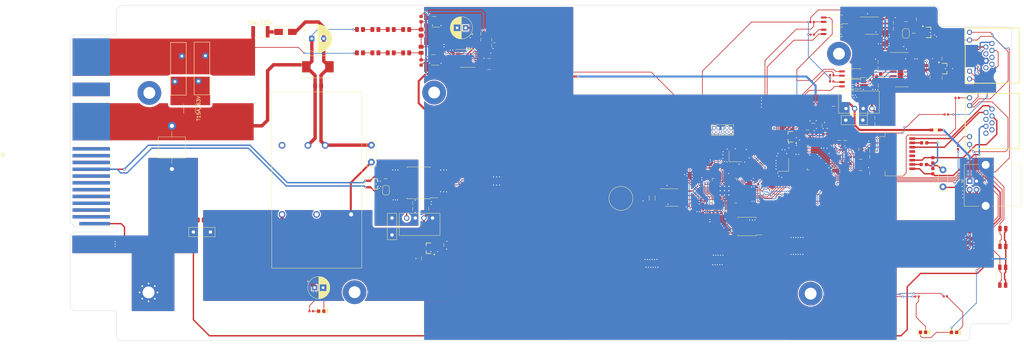
<source format=kicad_pcb>
(kicad_pcb (version 20211014) (generator pcbnew)
  (layers (0 "F.Cu" signal) (31 "B.Cu" signal) (34 "B.Paste" user) (35 "F.Paste" user) (36 "B.SilkS" user "B.Silkscreen") (37 "F.SilkS" user "F.Silkscreen") (38 "B.Mask" user) (39 "F.Mask" user) (44 "Edge.Cuts" user))
  (net 0 "")
  (net 1 "GND")
  (net 2 "+5V")
  (net 3 "+3V3")
  (net 4 "+1V1")
  (net 5 "/XIN")
  (net 6 "Net-(C5-Pad1)")
  (net 7 "/RUN")
  (net 8 "Net-(C18-Pad1)")
  (net 9 "Net-(C19-Pad1)")
  (net 10 "Net-(C29-Pad2)")
  (net 11 "Net-(C30-Pad2)")
  (net 12 "Net-(C32-Pad2)")
  (net 13 "Net-(C33-Pad2)")
  (net 14 "Net-(C34-Pad1)")
  (net 15 "Net-(C34-Pad2)")
  (net 16 "Net-(C35-Pad1)")
  (net 17 "Net-(C35-Pad2)")
  (net 18 "Net-(C38-Pad1)")
  (net 19 "Earth")
  (net 20 "Net-(C40-Pad1)")
  (net 21 "Net-(C40-Pad2)")
  (net 22 "+5VD")
  (net 23 "GND3")
  (net 24 "GND2")
  (net 25 "Net-(C46-Pad1)")
  (net 26 "Net-(C46-Pad2)")
  (net 27 "Net-(C47-Pad2)")
  (net 28 "Net-(C48-Pad2)")
  (net 29 "+5VL")
  (net 30 "Net-(D1-Pad2)")
  (net 31 "Net-(D3-Pad1)")
  (net 32 "Net-(D3-Pad2)")
  (net 33 "Net-(C54-Pad1)")
  (net 34 "Net-(C56-Pad2)")
  (net 35 "/~{USB_BOOT}")
  (net 36 "/USB_D-")
  (net 37 "/USB_D+")
  (net 38 "Net-(J3-Pad1)")
  (net 39 "Net-(J3-Pad2)")
  (net 40 "Net-(J3-Pad3)")
  (net 43 "Net-(J3-Pad6)")
  (net 46 "Net-(J3-Pad9)")
  (net 47 "Net-(J3-Pad11)")
  (net 48 "Net-(J4-Pad3)")
  (net 52 "Net-(J4-Pad9)")
  (net 53 "Net-(J4-Pad11)")
  (net 54 "Net-(JP1-Pad1)")
  (net 55 "Net-(C36-Pad1)")
  (net 56 "Net-(JP2-Pad1)")
  (net 57 "/QSPI_SS")
  (net 58 "/XOUT")
  (net 59 "Net-(R4-Pad2)")
  (net 60 "Net-(R5-Pad2)")
  (net 61 "Net-(R11-Pad2)")
  (net 62 "Net-(R10-Pad1)")
  (net 63 "Net-(R13-Pad1)")
  (net 64 "Net-(R13-Pad2)")
  (net 65 "Net-(R14-Pad1)")
  (net 66 "Net-(R14-Pad2)")
  (net 67 "Net-(R15-Pad1)")
  (net 68 "Net-(R16-Pad1)")
  (net 69 "Net-(R18-Pad1)")
  (net 70 "Net-(R18-Pad2)")
  (net 71 "/UART1_RX")
  (net 72 "Net-(R25-Pad1)")
  (net 73 "Net-(R26-Pad1)")
  (net 74 "Net-(R27-Pad1)")
  (net 75 "/UART0_RX")
  (net 76 "Net-(R31-Pad1)")
  (net 77 "Net-(R33-Pad1)")
  (net 78 "Net-(R34-Pad2)")
  (net 79 "Net-(R35-Pad2)")
  (net 80 "Net-(R36-Pad1)")
  (net 81 "/LINKLED")
  (net 82 "/ACTLED")
  (net 83 "Net-(D4-Pad1)")
  (net 84 "Net-(D4-Pad2)")
  (net 85 "/LED_SOCKET_1")
  (net 86 "/LED_SOCKET_2")
  (net 87 "/SPI0_RX")
  (net 88 "/SPI0_CS")
  (net 89 "/SPI0_SCK")
  (net 90 "/SPI0_TX")
  (net 91 "/UART1_TX")
  (net 92 "/UART0_TX")
  (net 93 "/SWCLK")
  (net 94 "/SWD")
  (net 95 "Net-(C58-Pad2)")
  (net 96 "Net-(C59-Pad1)")
  (net 97 "/GPIO21")
  (net 98 "/ETH_RST")
  (net 99 "/ETH_INT")
  (net 100 "+VDC")
  (net 101 "/GPIO29_ADC3")
  (net 102 "/QSPI_SD3")
  (net 103 "/QSPI_SCLK")
  (net 104 "/QSPI_SD0")
  (net 105 "/QSPI_SD2")
  (net 106 "/QSPI_SD1")
  (net 121 "Net-(U12-Pad12)")
  (net 122 "Net-(U13-Pad1)")
  (net 127 "Net-(C60-Pad2)")
  (net 128 "/CANL")
  (net 129 "/CANH")
  (net 130 "Net-(D8-Pad2)")
  (net 131 "Net-(D9-Pad1)")
  (net 132 "Net-(D11-Pad1)")
  (net 133 "Net-(D12-Pad1)")
  (net 134 "Net-(R54-Pad1)")
  (net 135 "-VDC")
  (net 136 "Net-(R55-Pad2)")
  (net 137 "Net-(R56-Pad1)")
  (net 138 "Net-(R57-Pad2)")
  (net 139 "Net-(R58-Pad1)")
  (net 140 "Net-(R59-Pad2)")
  (net 141 "/V_{MID}")
  (net 142 "Net-(R64-Pad1)")
  (net 143 "/V_{SENSE2}")
  (net 144 "Net-(R65-Pad1)")
  (net 145 "/V_{SENSE1}")
  (net 146 "/V_{SENSE}")
  (net 147 "/YellowLED")
  (net 148 "Net-(F1-Pad2)")
  (net 149 "/BlueLED")
  (net 150 "Net-(FB2-Pad1)")
  (net 151 "Net-(FB2-Pad2)")
  (net 152 "Net-(FB3-Pad1)")
  (net 153 "Net-(FB3-Pad2)")
  (net 154 "Net-(J5-Pad1)")
  (net 155 "Net-(J5-Pad2)")
  (net 156 "Net-(J5-Pad4)")
  (net 160 "Net-(FB4-Pad1)")
  (net 161 "Net-(FB4-Pad2)")
  (net 162 "/TXCAN")
  (net 163 "/RXCAN")
  (net 164 "/DS1302_SCLK")
  (net 165 "/DS1302_CE")
  (net 166 "/DS1302_IO")
  (net 167 "Net-(BT1-Pad1)")
  (net 168 "Net-(U5-Pad2)")
  (net 169 "Net-(U5-Pad3)")
  (net 171 "Net-(FB5-Pad2)")
  (net 179 "/VDDA_ETH")
  (net 180 "/VDD_ETH")
  (footprint "lc:0603_R" (layer "F.Cu") (at 314.124959 64.55)
    (fp_text reference "FB4" hide)
    (fp_text value "600Ω@100MHz")
  )
  (footprint "lc:0402_C" (layer "F.Cu") (at 247 95.71 90)
    (fp_text reference "C9" hide)
    (fp_text value "100n")
  )
  (footprint "lc:0603_R" (layer "F.Cu") (at 293.66 88.575 -90)
    (fp_text reference "R21" hide)
    (fp_text value "82")
  )
  (footprint "lc:0603_C" (layer "F.Cu") (at 278.06 79.955 -90)
    (fp_text reference "FB1" hide)
    (fp_text value "Ferrite_Bead_Small")
  )
  (footprint "lc:0402_R" (layer "F.Cu") (at 244.52 102.3 -135)
    (fp_text reference "R12" hide)
    (fp_text value "1k")
  )
  (footprint "lc:0402_R" (layer "F.Cu") (at 296.94 63.8 180)
    (fp_text reference "R34" hide)
    (fp_text value "1k")
  )
  (footprint "MountingHole:MountingHole_3.5mm_Pad" (layer "F.Cu") (at 84.47 69.05)
    (fp_text reference "H3" hide)
    (fp_text value "MountingHole")
  )
  (footprint "lc:0805_R" (layer "F.Cu") (at 146.43 57.26)
    (fp_text reference "R55" hide)
    (fp_text value "330k")
  )
  (footprint "Capacitor_THT:C_Disc_D7.5mm_W2.5mm_P5.00mm" (layer "F.Cu") (at 289.36 77.06)
    (fp_text reference "C50" hide)
    (fp_text value "CK45-B3DD102KYNNA")
  )
  (footprint "lc:0603_C" (layer "F.Cu") (at 166.63 103.07 180)
    (fp_text reference "C41" hide)
    (fp_text value "4.7uF")
  )
  (footprint "lc:0402_R" (layer "F.Cu") (at 266.37 109.53)
    (fp_text reference "R1" hide)
    (fp_text value "1k")
  )
  (footprint "lc:0603_R" (layer "F.Cu") (at 310.11 47.35)
    (fp_text reference "R44" hide)
    (fp_text value "10")
  )
  (footprint "Capacitor_THT:C_Disc_D7.5mm_W2.5mm_P5.00mm" (layer "F.Cu") (at 97.43 109.98)
    (fp_text reference "C64" hide)
    (fp_text value "CK45-B3DD102KYNNA")
  )
  (footprint "lc:0402_R" (layer "F.Cu") (at 279.45 48.21 180)
    (fp_text reference "R28" hide)
    (fp_text value "1k")
  )
  (footprint "lc:0402_R" (layer "F.Cu") (at 285.215 65.67 180)
    (fp_text reference "R25" hide)
    (fp_text value "510")
  )
  (footprint "lc:0603_R" (layer "F.Cu") (at 296.41 86.1)
    (fp_text reference "R17" hide)
    (fp_text value "49.9")
  )
  (footprint "Capacitor_THT:CP_Radial_D6.3mm_P2.50mm" (layer "F.Cu") (at 177.522379 49.91 180)
    (fp_text reference "C54" hide)
    (fp_text value "470uF")
  )
  (footprint "t123yh:PMU11A-Plug" (layer "F.Cu") (at 68.03 89.51 90)
    (fp_text reference "J6")
    (fp_text value "PMU11A-Plug")
  )
  (footprint "Fuse:Fuse_1812_4532Metric" (layer "F.Cu") (at 117.14 51.07 180)
    (fp_text reference "F2" hide)
    (fp_text value "T3A/125V")
  )
  (footprint "lc:0402_R" (layer "F.Cu") (at 310.3 128.95 180)
    (fp_text reference "R70" hide)
    (fp_text value "1k")
  )
  (footprint "Jumper:SolderJumper-2_P1.3mm_Open_RoundedPad1.0x1.5mm" (layer "F.Cu") (at 154.07 97.67 -90)
    (fp_text reference "JP2" hide)
    (fp_text value "Jumper_2_Open")
  )
  (footprint "lc:0805_R" (layer "F.Cu") (at 99.59 106.44 180)
    (fp_text reference "R74" hide)
    (fp_text value "330k")
  )
  (footprint "lc:0603_LED_S1_NUM" (layer "F.Cu") (at 321.19 139.49 180)
    (fp_text reference "D11" hide)
    (fp_text value "Yellow")
  )
  (footprint "MountingHole:MountingHole_3.5mm_Pad" (layer "F.Cu") (at 279.01 128.11)
    (fp_text reference "H2" hide)
    (fp_text value "MountingHole")
  )
  (footprint "lc:0402_C" (layer "F.Cu") (at 247.34 100.35 180)
    (fp_text reference "C15" hide)
    (fp_text value "100n")
  )
  (footprint "Package_TO_SOT_SMD:SOT-23" (layer "F.Cu") (at 168.0125 59.33 180)
    (fp_text reference "D7" hide)
    (fp_text value "BAV99")
  )
  (footprint "lc:0603_C" (layer "F.Cu") (at 298.84 59.93)
    (fp_text reference "C47" hide)
    (fp_text value "1uF")
  )
  (footprint "lc:0402_C" (layer "F.Cu") (at 305.94 56.19)
    (fp_text reference "C44" hide)
    (fp_text value "100nF")
  )
  (footprint "lc:0402_C" (layer "F.Cu") (at 270.975 92.93 180)
    (fp_text reference "C19" hide)
    (fp_text value "12pF")
  )
  (footprint "Package_SO:SOIC-8_3.9x4.9mm_P1.27mm" (layer "F.Cu") (at 238.18 99.83)
    (fp_text reference "U5" hide)
    (fp_text value "DS1302ZN+")
  )
  (footprint "lc:0805_R" (layer "F.Cu") (at 155.49 50.4 180)
    (fp_text reference "R58" hide)
    (fp_text value "330k")
  )
  (footprint "lc:0603_LED_S1_NUM" (layer "F.Cu") (at 135.03 133.27 180)
    (fp_text reference "D8" hide)
    (fp_text value "Yellow")
  )
  (footprint "lc:0402_R" (layer "F.Cu") (at 291.494959 48.995 90)
    (fp_text reference "R35" hide)
    (fp_text value "1k")
  )
  (footprint "lc:0402_R" (layer "F.Cu") (at 297.09 52.65)
    (fp_text reference "R39" hide)
    (fp_text value "1k")
  )
  (footprint "lc:0402_C" (layer "F.Cu") (at 280.66 80.585 -90)
    (fp_text reference "C27" hide)
    (fp_text value "100n")
  )
  (footprint "lc:0402_C" (layer "F.Cu") (at 297.3 83.195)
    (fp_text reference "C33" hide)
    (fp_text value "10nF")
  )
  (footprint "Package_SO:SOP-4_4.4x2.6mm_P1.27mm" (layer "F.Cu") (at 286.01 51.09)
    (fp_text reference "U10" hide)
    (fp_text value "EL3H7(B)(TA)-G")
  )
  (footprint "lc:0402_R" (layer "F.Cu") (at 273.44 90.79 -90)
    (fp_text reference "R9" hide)
    (fp_text value "0")
  )
  (footprint "t123yh:B_S-1W" (layer "F.Cu") (at 163.97 105.86 180)
    (fp_text reference "U14" hide)
    (fp_text value "B0505S-1W" hide)
  )
  (footprint "Varistor:RV_Disc_D15.5mm_W4.6mm_P7.5mm" (layer "F.Cu") (at 94.035 58.21 -90)
    (fp_text reference "RV1" hide)
    (fp_text value "B72214S0500K101")
  )
  (footprint "lc:0402_C" (layer "F.Cu") (at 254.18 109.84 135)
    (fp_text reference "C8" hide)
    (fp_text value "100n")
  )
  (footprint "Connector_USB:USB_B_OST_USB-B1HSxx_Horizontal" (layer "F.Cu") (at 325.7925 95)
    (fp_text reference "J2" hide)
    (fp_text value "USB_B")
  )
  (footprint "Package_SO:SOIC-8_3.9x4.9mm_P1.27mm" (layer "F.Cu") (at 297.024959 49.27)
    (fp_text reference "U13" hide)
    (fp_text value "MAX13487")
  )
  (footprint "lc:0603_C" (layer "F.Cu") (at 164.53 117.77 180)
    (fp_text reference "C1" hide)
    (fp_text value "100nF")
  )
  (footprint "lc:0603_C" (layer "F.Cu") (at 185.2075 55.15)
    (fp_text reference "C57" hide)
    (fp_text value "4.7uF")
  )
  (footprint "lc:0603_C" (layer "F.Cu") (at 296.41 87.835)
    (fp_text reference "C34" hide)
    (fp_text value "6.8nF")
  )
  (footprint "Package_SO:SOP-4_4.4x2.6mm_P1.27mm" (layer "F.Cu") (at 291.42 66.5)
    (fp_text reference "U7" hide)
    (fp_text value "EL3H7(B)(TA)-G")
  )
  (footprint "lc:0805_R" (layer "F.Cu") (at 160.02 57.26)
    (fp_text reference "R61" hide)
    (fp_text value "330k")
  )
  (footprint "lc:0402_R" (layer "F.Cu") (at 279.46 51.9 180)
    (fp_text reference "R31" hide)
    (fp_text value "510")
  )
  (footprint "lc:0402_C" (layer "F.Cu") (at 184.5775 56.65 180)
    (fp_text reference "C56" hide)
    (fp_text value "100nF")
  )
  (footprint "lc:0402_R" (layer "F.Cu") (at 291.504959 51.125 90)
    (fp_text reference "R36" hide)
    (fp_text value "1.5k")
  )
  (footprint "lc:0402_R" (layer "F.Cu") (at 322.37 85.11 90)
    (fp_text reference "R37" hide)
    (fp_text value "1k")
  )
  (footprint "Capacitor_THT:C_Disc_D7.5mm_W2.5mm_P5.00mm" (layer "F.Cu") (at 317.94 91.67 -90)
    (fp_text reference "C38" hide)
    (fp_text value "CK45-B3DD102KYNNA")
  )
  (footprint "t123yh:KH-RCH56-8P8C-D" (layer "F.Cu") (at 331.518429 58.058 90)
    (fp_text reference "J4" hide)
    (fp_text value "KH-RCH56-8P8C-D" hide)
  )
  (footprint "lc:0603_C" (layer "F.Cu") (at 296.4 92.655)
    (fp_text reference "C35" hide)
    (fp_text value "6.8nF")
  )
  (footprint "lc:0402_R" (layer "F.Cu") (at 250.66 90.67 -90)
    (fp_text reference "R73" hide)
    (fp_text value "22")
  )
  (footprint "lc:0805_R" (layer "F.Cu") (at 146.43 50.4 180)
    (fp_text reference "R54" hide)
    (fp_text value "330k")
  )
  (footprint "lc:0402_C" (layer "F.Cu") (at 245.364124 103.155876 -135)
    (fp_text reference "C36" hide)
    (fp_text value "10nF")
  )
  (footprint "lc:0603_R" (layer "F.Cu") (at 293.19 85.635 180)
    (fp_text reference "R20" hide)
    (fp_text value "49.9")
  )
  (footprint "Package_TO_SOT_SMD:SOT-23" (layer "F.Cu") (at 168.227501 48.12 180)
    (fp_text reference "D6" hide)
    (fp_text value "BAV99")
  )
  (footprint "lc:0402_R" (layer "F.Cu") (at 296.94 65.28)
    (fp_text reference "R33" hide)
    (fp_text value "1.5k")
  )
  (footprint "lc:0603_C" (layer "F.Cu") (at 285.75 72.95 90)
    (fp_text reference "C43" hide)
    (fp_text value "4.7uF")
  )
  (footprint "lc:0402_C" (layer "F.Cu") (at 252.72 104.9 -90)
    (fp_text reference "C10" hide)
    (fp_text value "1u")
  )
  (footprint "lc:0402_R" (layer "F.Cu") (at 285.22 63.85 180)
    (fp_text reference "R24" hide)
    (fp_text value "1k")
  )
  (footprint "Button_Switch_SMD:Panasonic_EVQPUL_EVQPUC" (layer "F.Cu") (at 335.56 111.58 -90)
    (fp_text reference "SW1" hide)
    (fp_text value "EVQPUC")
  )
  (footprint "lc:0402_C" (layer "F.Cu") (at 288.9 87.415 180)
    (fp_text reference "C31" hide)
    (fp_text value "100n")
  )
  (footprint "lc:0402_R" (layer "F.Cu") (at 247.63 89.9)
    (fp_text reference "R71" hide)
    (fp_text value "100")
  )
  (footprint "lc:0603_R" (layer "F.Cu") (at 287.4 83.025 -90)
    (fp_text reference "R18" hide)
    (fp_text value "6.2k")
  )
  (footprint "lc:0402_C" (layer "F.Cu") (at 259.71 87.74 -90)
    (fp_text reference "C4" hide)
    (fp_text value "27p")
  )
  (footprint "lc:0603_R" (layer "F.Cu") (at 309.34 51.46 90)
    (fp_text reference "R43" hide)
    (fp_text value "10")
  )
  (footprint "lc:0603_R" (layer "F.Cu") (at 313.864959 60.99 180)
    (fp_text reference "FB5" hide)
    (fp_text value "600Ω@100MHz")
  )
  (footprint "lc:0402_C" (layer "F.Cu") (at 274.02 85.44)
    (fp_text reference "C25" hide)
    (fp_text value "100nF")
  )
  (footprint "Jumper:SolderJumper-2_P1.3mm_Open_RoundedPad1.0x1.5mm" (layer "F.Cu") (at 307.014959 51.54 -90)
    (fp_text reference "JP1" hide)
    (fp_text value "Jumper_2_Open")
  )
  (footprint "lc:0402_C" (layer "F.Cu") (at 237.9 96.3 180)
    (fp_text reference "C23" hide)
    (fp_text value "100nF")
  )
  (footprint "lc:0805_R" (layer "F.Cu") (at 155.49 57.26)
    (fp_text reference "R59" hide)
    (fp_text value "330k")
  )
  (footprint "lc:0603_R" (layer "F.Cu") (at 303.354959 50.16)
    (fp_text reference "FB2" hide)
    (fp_text value "600Ω@100MHz")
  )
  (footprint "Varistor:RV_Disc_D15.5mm_W4.6mm_P7.5mm" (layer "F.Cu") (at 100.965 58.11 -90)
    (fp_text reference "RV2" hide)
    (fp_text value "B72214S0500K101")
  )
  (footprint "lc:0402_C" (layer "F.Cu") (at 168.71 100.97 180)
    (fp_text reference "C42" hide)
    (fp_text value "100nF")
  )
  (footprint "lc:0402_R" (layer "F.Cu") (at 318.63 128.91 180)
    (fp_text reference "R69" hide)
    (fp_text value "3.3k")
  )
  (footprint "t123yh:KH-RCH56-8P8C-D" (layer "F.Cu") (at 331.52843 77.328 90)
    (fp_text reference "J3" hide)
    (fp_text value "KH-RCH56-8P8C-D" hide)
  )
  (footprint "Package_SO:SOP-4_4.4x2.6mm_P1.27mm" (layer "F.Cu") (at 286.014959 47.51 180)
    (fp_text reference "U9" hide)
    (fp_text value "EL3H7(B)(TA)-G")
  )
  (footprint "lc:0603_R" (layer "F.Cu") (at 317.714959 64.58)
    (fp_text reference "R42" hide)
    (fp_text value "10")
  )
  (footprint "lc:0402_C" (layer "F.Cu") (at 283.88 80.61 -90)
    (fp_text reference "C21" hide)
    (fp_text value "100n")
  )
  (footprint "lc:0402_C" (layer "F.Cu") (at 254.07 87.74 90)
    (fp_text reference "C5" hide)
    (fp_text value "27p")
  )
  (footprint "lc:0603_R" (layer "F.Cu") (at 314.96 92.085 -90)
    (fp_text reference "R30" hide)
    (fp_text value "150")
  )
  (footprint "lc:0603_C" (layer "F.Cu") (at 298.89 66.85)
    (fp_text reference "C48" hide)
    (fp_text value "1uF")
  )
  (footprint "Package_QFP:LQFP-48_7x7mm_P0.5mm" (layer "F.Cu") (at 281.61 88.085 180)
    (fp_text reference "U6" hide)
    (fp_text value "W5500")
  )
  (footprint "lc:0402_C" (layer "F.Cu") (at 279.52 80.595 -90)
    (fp_text reference "C30" hide)
    (fp_text value "10nF")
  )
  (footprint "lc:0402_R" (layer "F.Cu") (at 251.81 90.67 -90)
    (fp_text reference "R72" hide)
    (fp_text value "22")
  )
  (footprint "lc:0402_R" (layer "F.Cu") (at 177.74 55.31 180)
    (fp_text reference "R64" hide)
    (fp_text value "1k")
  )
  (footprint "Fuse:Fuse_1812_4532Metric" (layer "F.Cu") (at 96.31 73.63 90)
    (fp_text reference "F1" hide)
    (fp_text value "T15A/63V")
  )
  (footprint "lc:0402_R" (layer "F.Cu") (at 273.46 88.36 -90)
    (fp_text reference "R11" hide)
    (fp_text value "1M")
  )
  (footprint "Transformer_SMD:Transformer_Ethernet_Bourns_PT61017PEL" (layer "F.Cu") (at 304.49 86.925)
    (fp_text reference "TR1" hide)
    (fp_text value "HR641680E")
  )
  (footprint "lc:0402_R" (layer "F.Cu") (at 263.16 95.52 -45)
    (fp_text reference "R50" hide)
    (fp_text value "1k")
  )
  (footprint "lc:0603_R" (layer "F.Cu") (at 289.15 83.025 90)
    (fp_text reference "R19" hide)
    (fp_text value "6.2k")
  )
  (footprint "lc:0603_R" (layer "F.Cu") (at 185.2075 53.4)
    (fp_text reference "R53" hide)
    (fp_text value "6.2k")
  )
  (footprint "lc:0402_C" (layer "F.Cu") (at 260.52 96.78)
    (fp_text reference "C12" hide)
    (fp_text value "100n")
  )
  (footprint "lc:0603_R" (layer "F.Cu") (at 184.4575 58.92 -90)
    (fp_text reference "R66" hide)
    (fp_text value "2.7k")
  )
  (footprint "Package_SO:SOP-4_4.4x2.6mm_P1.27mm" (layer "F.Cu") (at 291.41 63.35 180)
    (fp_text reference "U8" hide)
    (fp_text value "EL3H7(B)(TA)-G")
  )
  (footprint "Battery:BatteryHolder_Seiko_MS621F" (layer "F.Cu") (at 228.19 100.08)
    (fp_text reference "BT1" hide)
    (fp_text value "MS621FE")
  )
  (footprint "lc:0603_C" (layer "F.Cu") (at 297.92 76.4)
    (fp_text reference "C52" hide)
    (fp_text value "4.7uF")
  )
  (footprint "lc:0603_R" (layer "F.Cu") (at 312.3 90.115)
    (fp_text reference "R27" hide)
    (fp_text value "75")
  )
  (footprint "lc:0402_R" (layer "F.Cu") (at 247.63 91.08)
    (fp_text reference "R6" hide)
    (fp_text value "4.7k")
  )
  (footprint "lc:0603_C" (layer "F.Cu") (at 279.8 77.995 -90)
    (fp_text reference "C22" hide)
    (fp_text value "4.7uF")
  )
  (footprint "lc:0603_R" (layer "F.Cu") (at 297.92 78.16 180)
    (fp_text reference "R48" hide)
    (fp_text value "1k")
  )
  (footprint "MountingHole:MountingHole_3.5mm_Pad" (layer "F.Cu") (at 287.34 57.53)
    (fp_text reference "H5" hide)
    (fp_text value "MountingHole")
  )
  (footprint "Diode_SMD:D_SMC" (layer "F.Cu") (at 134.06 61.36)
    (fp_text reference "D10" hide)
    (fp_text value "SMCJ70A")
  )
  (footprint "lc:0603_C" (layer "F.Cu") (at 164.41 47.34 -90)
    (fp_text reference "C58" hide)
    (fp_text value "10nF")
  )
  (footprint "lc:0402_C" (layer "F.Cu") (at 249.29 104.9 -90)
    (fp_text reference "C7" hide)
    (fp_text value "1u")
  )
  (footprint "Capacitor_THT:CP_Radial_D8.0mm_P3.50mm" (layer "F.Cu") (at 132.25 53.06)
    (fp_text reference "C62" hide)
    (fp_text value "47uF/100V")
  )
  (footprint "Connector_PinSocket_1.27mm:PinSocket_2x05_P1.27mm_Vertical" (layer "F.Cu") (at 250.56 79.32 90)
    (fp_text reference "J5" hide)
    (fp_text value "Conn_ARM_JTAG_SWD_10")
  )
  (footprint "lc:0402_C" (layer "F.Cu") (at 288.91 89.575 180)
    (fp_text reference "C26" hide)
    (fp_text value "100n")
  )
  (footprint "MountingHole:MountingHole_3.5mm_Pad" (layer "F.Cu") (at 144.85 127.68)
    (fp_text reference "H6" hide)
    (fp_text value "MountingHole")
  )
  (footprint "lc:0402_R" (layer "F.Cu") (at 291.49 92.635)
    (fp_text reference "R16" hide)
    (fp_text value "22")
  )
  (footprint "lc:0402_C" (layer "F.Cu") (at 288.91 85.835 180)
    (fp_text reference "C24" hide)
    (fp_text value "100n")
  )
  (footprint "t123yh:GDT_10KA" (layer "F.Cu") (at 91.1 91.45 90)
    (fp_text reference "GD1" hide)
    (fp_text value "8-2R90" hide)
  )
  (footprint "lc:0603_R" (layer "F.Cu") (at 181.9875 51.66 180)
    (fp_text reference "R51" hide)
    (fp_text value "1")
  )
  (footprint "lc:0805_R" (layer "F.Cu") (at 150.96 57.26)
    (fp_text reference "R57" hide)
    (fp_text value "330k")
  )
  (footprint "lc:0402_R" (layer "F.Cu") (at 260.5 111.94)
    (fp_text reference "R2" hide)
    (fp_text value "DNF")
  )
  (footprint "lc:0603_LED_S1_NUM" (layer "F.Cu") (at 312.07 139.47 180)
    (fp_text reference "D12" hide)
    (fp_text value "Blue")
  )
  (footprint "MountingHole:MountingHole_2.2mm_M2" (layer "F.Cu") (at 319.84 134.21)
    (fp_text reference "H_LED2" hide)
    (fp_text value "MountingHole")
  )
  (footprint "Package_SO:SOIC-16_3.9x9.9mm_P1.27mm" (layer "F.Cu") (at 305.82 62.21)
    (fp_text reference "U12" hide)
    (fp_text value "SP3232E")
  )
  (footprint "lc:0603_R" (layer "F.Cu") (at 184.4575 62.17 -90)
    (fp_text reference "R67" hide)
    (fp_text value "2.7k")
  )
  (footprint "lc:0603_R" (layer "F.Cu") (at 303.354959 48.43 180)
    (fp_text reference "FB3" hide)
    (fp_text value "600Ω@100MHz")
  )
  (footprint "lc:0402_C" (layer "F.Cu") (at 254.14 90.675 90)
    (fp_text reference "C11" hide)
    (fp_text value "100n")
  )
  (footprint "lc:0402_C" (layer "F.Cu") (at 253.88 104.9 -90)
    (fp_text reference "C6" hide)
    (fp_text value "100n")
  )
  (footprint "lc:0603_C" (layer "F.Cu") (at 161.91 103.22 180)
    (fp_text reference "C49" hide)
    (fp_text value "4.7uF")
  )
  (footprint "t123yh:RP2040-QFN-56" (layer "F.Cu") (at 253.69 97.8 180)
    (fp_text reference "U2" hide)
    (fp_text value "RP2040")
  )
  (footprint "lc:0402_C" (layer "F.Cu") (at 179.75 53.28 90)
    (fp_text reference "C55" hide)
    (fp_text value "100nF")
  )
  (footprint "lc:0402_C" (layer "F.Cu") (at 270.91 86.85)
    (fp_text reference "C18" hide)
    (fp_text value "12pF")
  )
  (footprint "MountingHole:MountingHole_3mm" (layer "F.Cu") (at 314.07 134.13)
    (fp_text reference "H_LED1" hide)
    (fp_text value "MountingHole")
  )
  (footprint "lc:0805_R" (layer "F.Cu") (at 150.96 50.4 180)
    (fp_text reference "R56" hide)
    (fp_text value "330k")
  )
  (footprint "lc:SOD-323" (layer "F.Cu") (at 315.76 79.95)
    (fp_text reference "D1" hide)
    (fp_text value "1N5819WS")
  )
  (footprint "lc:0603_R" (layer "F.Cu") (at 161.92 101.47)
    (fp_text reference "R46" hide)
    (fp_text value "1k")
  )
  (footprint "lc:0603_C" (layer "F.Cu") (at 282.37 78.655 180)
    (fp_text reference "C29" hide)
    (fp_text value "4.7uF")
  )
  (footprint "Capacitor_THT:C_Disc_D7.5mm_W2.5mm_P5.00mm" (layer "F.Cu") (at 149.79 84.42 -90)
    (fp_text reference "C63" hide)
    (fp_text value "CK45-B3DD102KYNNA")
  )
  (footprint "lc:0603_R" (layer "F.Cu") (at 317.654959 58.87)
    (fp_text reference "R47" hide)
    (fp_text value "10")
  )
  (footprint "lc:0402_R" (layer "F.Cu") (at 322.114959 70.51)
    (fp_text reference "R38" hide)
    (fp_text value "1k")
  )
  (footprint "lc:SOT-23-3L" (layer "F.Cu") (at 150.65 95.85 180)
    (fp_text reference "D5" hide)
    (fp_text value "PSM712-LF-T7")
  )
  (footprint "Oscillator:Oscillator_SMD_Abracon_ASE-4Pin_3.2x2.5mm" (layer "F.Cu") (at 256.9 87.7)
    (fp_text reference "Y1" hide)
    (fp_text value "X322512MSB4SI")
  )
  (footprint "lc:0402_R" (layer "F.Cu") (at 255.38 90.65 90)
    (fp_text reference "R3" hide)
    (fp_text value "1k")
  )
  (footprint "lc:0603_R" (layer "F.Cu") (at 153.99 94.3 90)
    (fp_text reference "R45" hide)
    (fp_text value "120")
  )
  (footprint "lc:0603_C" (layer "F.Cu") (at 299.59 64.29 90)
    (fp_text reference "C46" hide)
    (fp_text value "1uF")
  )
  (footprint "Package_SO:SOIC-8_5.23x5.23mm_P1.27mm" (layer "F.Cu") (at 260.3 108.36 180)
    (fp_text reference "U3" hide)
    (fp_text value "W25Q128JVS")
  )
  (footprint "MountingHole:MountingHole_3.5mm_Pad_Via" (layer "F.Cu") (at 84.23 127.74)
    (fp_text reference "H1" hide)
    (fp_text value "MountingHole_Pad")
  )
  (footprint "lc:0402_C" (layer "F.Cu") (at 302.73 46.91)
    (fp_text reference "C53" hide)
    (fp_text value "100nF")
  )
  (footprint "lc:0402_R" (layer "F.Cu") (at 291.35 82.715)
    (fp_text reference "R13" hide)
    (fp_text value "22")
  )
  (footprint "MountingHole:MountingHole_3.5mm_Pad" (layer "F.Cu") (at 168.25 68.94)
    (fp_text reference "H4" hide)
    (fp_text value "MountingHole")
  )
  (footprint "lc:0402_C" (layer "F.Cu") (at 249.5 90.68 90)
    (fp_text reference "C17" hide)
    (fp_text value "100n")
  )
  (footprint "lc:0402_C" (layer "F.Cu") (at 282.7 80.61 -90)
    (fp_text reference "C28" hide)
    (fp_text value "100n")
  )
  (footprint "lc:0402_R" (layer "F.Cu") (at 282.34 95.135 -90)
    (fp_text reference "R10" hide)
    (fp_text value "4.7k")
  )
  (footprint "lc:0805_C" (layer "F.Cu") (at 134.12 66.96)
    (fp_text reference "C60" hide)
    (fp_text value "100nF/100V")
  )
  (footprint "t123yh:AV10-48Sxx" (layer "F.Cu") (at 133.56 94.62 -90)
    (fp_text reference "U18" hide)
    (fp_text value "AV10-48S05")
  )
  (footprint "lc:0603_C" (layer "F.Cu") (at 164.41 60.11 -90)
    (fp_text reference "C59" hide)
    (fp_text value "10nF")
  )
  (footprint "lc:0402_R" (layer "F.Cu") (at 291.4 87.845)
    (fp_text reference "R15" hide)
    (fp_text value "22")
  )
  (footprint "lc:0402_C" (layer "F.Cu") (at 295.31 90.575 90)
    (fp_text reference "C32" hide)
    (fp_text value "10nF")
  )
  (footprint "lc:0402_R" (layer "F.Cu") (at 251.58 104.9 90)
    (fp_text reference "R4" hide)
    (fp_text value "27")
  )
  (footprint "Package_SO:SOP-8_6.62x9.15mm_P2.54mm" (layer "F.Cu") (at 163.7 95.52 180)
    (fp_text reference "U15" hide)
    (fp_text value "ISO1050DUB")
  )
  (footprint "Package_SO:TSSOP-14_4.4x5mm_P0.65mm" (layer "F.Cu") (at 178.1575 58.87)
    (fp_text reference "U17" hide)
    (fp_text value "RS8554")
  )
  (footprint "lc:0603_R" (layer "F.Cu") (at 307.024959 48.08 90)
    (fp_text reference "R41" hide)
    (fp_text value "120")
  )
  (footprint "lc:0603_R" (layer "F.Cu") (at 312.41 83.745)
    (fp_text reference "R26" hide)
    (fp_text value "75")
  )
  (footprint "Capacitor_THT:CP_Radial_D6.3mm_P2.50mm" (layer "F.Cu") (at 133.06 126.34)
    (fp_text reference "C61" hide)
    (fp_text value "470uF")
  )
  (footprint "t123yh:B_S-1W" (layer "F.Cu") (at 293.21 73.64)
    (fp_text reference "U16" hide)
    (fp_text value "B0505S-1W" hide)
  )
  (footprint "lc:SOT-23-3L" (layer "F.Cu") (at 166.81 114.75)
    (fp_text reference "U1" hide)
    (fp_text value "XC6206P332MR")
  )
  (footprint "lc:0402_R" (layer "F.Cu") (at 296.944959 45.74 180)
    (fp_text reference "R40" hide)
    (fp_text value "1k")
  )
  (footprint "Capacitor_THT:C_Disc_D7.5mm_W2.5mm_P5.00mm" (layer "F.Cu") (at 155.86 110.85 90)
    (fp_text reference "C45" hide)
    (fp_text value "CK45-B3DD102KYNNA")
  )
  (footprint "lc:0402_R" (layer "F.Cu") (at 132.05 133.26 180)
    (fp_text reference "R68" hide)
    (fp_text value "10k")
  )
  (footprint "lc:0402_C" (layer "F.Cu") (at 260.59 100.94)
    (fp_text reference "C16" hide)
    (fp_text value "100n")
  )
  (footprint "lc:SOT-23-3L" (layer "F.Cu") (at 273.28 81.9625)
    (fp_text reference "U4" hide)
    (fp_text value "XC6206P332MR")
  )
  (footprint "lc:0402_R" (layer "F.Cu") (at 291.355 83.925)
    (fp_text reference "R14" hide)
    (fp_text value "22")
  )
  (footprint "Oscillator:Oscillator_SMD_Abracon_ASE-4Pin_3.2x2.5mm" (layer "F.Cu") (at 270.96 90.18 90)
    (fp_text reference "Y2" hide)
    (fp_text value "X322525MOB4SI")
  )
  (footprint "lc:0603_R" (layer "F.Cu") (at 314.96 88.865 -90)
    (fp_text reference "R29" hide)
    (fp_text value "150")
  )
  (footprint "lc:0805_R" (layer "F.Cu") (at 164.42 56.37 -90)
    (fp_text reference "R63" hide)
    (fp_text value "24k")
  )
  (footprint "Button_Switch_SMD:Panasonic_EVQPUL_EVQPUC" (layer "F.Cu") (at 335.52 122.98 -90)
    (fp_text reference "SW2" hide)
    (fp_text value "EVQPUC")
  )
  (footprint "lc:0805_R" (layer "F.Cu") (at 164.42 51.29 90)
    (fp_text reference "R62" hide)
    (fp_text value "24k")
  )
  (footprint "t123yh:D_SMA" (layer "F.Cu") (at 124.51 51.11)
    (fp_text reference "D9" hide)
    (fp_text value "SS210")
  )
  (footprint "lc:SOT-23-3L" (layer "F.Cu") (at 313.5 51.26 180)
    (fp_text reference "D4" hide)
    (fp_text value "PSM712-LF-T7")
  )
  (footprint "lc:0402_C" (layer "F.Cu") (at 272.12 84.595)
    (fp_text reference "C20" hide)
    (fp_text value "100nF")
  )
  (footprint "lc:0603_C" (layer "F.Cu") (at 298.84 61.68 180)
    (fp_text reference "C40" hide)
    (fp_text value "1uF")
  )
  (footprint "lc:0402_R" (layer "F.Cu") (at 178.2675 62.57 180)
    (fp_text reference "R65" hide)
    (fp_text value "1k")
  )
  (footprint "lc:0402_R" (layer "F.Cu") (at 318.9 75.39)
    (fp_text reference "R49" hide)
    (fp_text value "1k")
  )
  (footprint "lc:0402_R" (layer "F.Cu") (at 297.3 84.345)
    (fp_text reference "R23" hide)
    (fp_text value "10")
  )
  (footprint "lc:0805_R" (layer "F.Cu") (at 160.02 50.4 180)
    (fp_text reference "R60" hide)
    (fp_text value "330k")
  )
  (footprint "Crystal:Crystal_SMD_3215-2Pin_3.2x1.5mm" (layer "F.Cu") (at 232.37 99.96 -90)
    (fp_text reference "Y3" hide)
    (fp_text value "Q13FC1350000400")
  )
  (footprint "lc:0402_R" (layer "F.Cu") (at 250.43 104.9 90)
    (fp_text reference "R5" hide)
    (fp_text value "27")
  )
  (footprint "lc:0402_C" (layer "F.Cu") (at 156.62 99.34 180)
    (fp_text reference "C51" hide)
    (fp_text value "100nF")
  )
  (footprint "lc:0402_C" (layer "F.Cu") (at 252.97 90.675 90)
    (fp_text reference "C3" hide)
    (fp_text value "100n")
  )
  (footprint "lc:SOT-23-3L" (layer "F.Cu") (at 318.214959 61.9 180)
    (fp_text reference "D3" hide)
    (fp_text value "PSM712-LF-T7")
  )
  (footprint "lc:0603_C" (layer "F.Cu") (at 171.1 113.81 180)
    (fp_text reference "C2" hide)
    (fp_text value "4.7uF")
  )
  (footprint "lc:0603_R" (layer "F.Cu") (at 181.9675 53.4)
    (fp_text reference "R52" hide)
    (fp_text value "6.2k")
  )
  (footprint "lc:0603_R" (layer "F.Cu") (at 293.66 91.885 -90)
    (fp_text reference "R22" hide)
    (fp_text value "82")
  )
  (footprint "LOGO" (layer "B.Cu") (at 201.32 92.94 -90)
    (fp_text reference "G***" hide)
    (fp_text value "LOGO" hide)
  )
  (gr_arc locked (start 325.829464 140.51) (mid 325.393856 141.577467) (end 324.329464 142.020536) (layer "Edge.Cuts") (width 0.1))
  (gr_line locked (start 325.829464 138.430536) (end 325.829464 140.51) (layer "Edge.Cuts") (width 0.1))
  (gr_arc locked (start 325.829464 138.430536) (mid 326.266032 137.376568) (end 327.32 136.94) (layer "Edge.Cuts") (width 0.1))
  (gr_line locked (start 74.159914 133.149914) (end 62.17 133.149914) (layer "Edge.Cuts") (width 0.1))
  (gr_line locked (start 338.1 51.08) (end 338.1 135.45) (layer "Edge.Cuts") (width 0.1))
  (gr_arc locked (start 336.609464 49.589464) (mid 337.663432 50.026032) (end 338.1 51.08) (layer "Edge.Cuts") (width 0.1))
  (gr_arc locked (start 338.1 135.45) (mid 337.663432 136.503968) (end 336.609464 136.940536) (layer "Edge.Cuts") (width 0.1))
  (gr_line locked (start 336.609464 136.940536) (end 327.32 136.94) (layer "Edge.Cuts") (width 0.1))
  (gr_line locked (start 61.18 111.11) (end 62.32 109.97) (layer "Edge.Cuts") (width 0.1))
  (gr_line locked (start 324.329464 142.020536) (end 76.230536 142.000536) (layer "Edge.Cuts") (width 0.1))
  (gr_arc locked (start 74.834763 51.55) (mid 74.7 51.875345) (end 74.374655 52.010108) (layer "Edge.Cuts") (width 0.1))
  (gr_line locked (start 76.534763 43.279464) (end 315.3 43.279464) (layer "Edge.Cuts") (width 0.1))
  (gr_arc locked (start 318.281072 49.586568) (mid 317.227104 49.15) (end 316.790536 48.096032) (layer "Edge.Cuts") (width 0.1))
  (gr_arc locked (start 315.3 43.279464) (mid 316.353968 43.716032) (end 316.790536 44.77) (layer "Edge.Cuts") (width 0.1))
  (gr_arc locked (start 76.230536 142.000536) (mid 75.176568 141.563968) (end 74.74 140.51) (layer "Edge.Cuts") (width 0.1))
  (gr_line locked (start 74.834763 51.55) (end 74.834763 44.97) (layer "Edge.Cuts") (width 0.1))
  (gr_arc locked (start 74.159914 133.149914) (mid 74.570097 133.319817) (end 74.74 133.73) (layer "Edge.Cuts") (width 0.1))
  (gr_line locked (start 62.17 133.149914) (end 61.18 132.159914) (layer "Edge.Cuts") (width 0.1))
  (gr_line locked (start 62.32 109.97) (end 74.45 109.97) (layer "Edge.Cuts") (width 0.1))
  (gr_line locked (start 316.790536 44.77) (end 316.790536 48.096032) (layer "Edge.Cuts") (width 0.1))
  (gr_line locked (start 74.74 140.51) (end 74.74 133.73) (layer "Edge.Cuts") (width 0.1))
  (gr_arc locked (start 74.834763 44.97) (mid 75.333259 43.77126) (end 76.534763 43.279464) (layer "Edge.Cuts") (width 0.1))
  (gr_arc locked (start 74.45 108.45) (mid 75.21 109.21) (end 74.45 109.97) (layer "Edge.Cuts") (width 0.1))
  (gr_line locked (start 62.2 52.01) (end 74.374655 52.010108) (layer "Edge.Cuts") (width 0.1))
  (gr_line locked (start 62.45 108.45) (end 61.17 107.17) (layer "Edge.Cuts") (width 0.1))
  (gr_line locked (start 61.17 107.17) (end 61.17 53.04) (layer "Edge.Cuts") (width 0.1))
  (gr_line locked (start 74.45 108.45) (end 62.45 108.45) (layer "Edge.Cuts") (width 0.1))
  (gr_line locked (start 61.18 132.159914) (end 61.18 111.11) (layer "Edge.Cuts") (width 0.1))
  (gr_line locked (start 61.17 53.04) (end 62.2 52.01) (layer "Edge.Cuts") (width 0.1))
  (gr_line locked (start 318.281072 49.586568) (end 336.609464 49.589464) (layer "Edge.Cuts") (width 0.1))
  (segment (start 170.24 60.28) (end 168.95 60.28) (width 0.2) (layer "F.Cu") (net 1))
  (segment (start 261.59 96.78) (end 261.62 96.75) (width 0.2) (layer "F.Cu") (net 1))
  (segment (start 285.37 47.65) (end 284.595 46.875) (width 0.2) (layer "F.Cu") (net 1))
  (segment (start 167.65 100.97) (end 167.37 101.25) (width 0.4) (layer "F.Cu") (net 1))
  (segment (start 336.41 109.87) (end 336.05 110.23) (width 0.4) (layer "F.Cu") (net 1))
  (segment (start 253.88 105.375) (end 252.72 105.375) (width 0.4) (layer "F.Cu") (net 1))
  (segment (start 245.081752 103.491752) (end 245.59 104) (width 0.4) (layer "F.Cu") (net 1))
  (segment (start 249.4 106.3) (end 249.29 106.19) (width 0.4) (layer "F.Cu") (net 1))
  (segment (start 179.59 58.87) (end 179.45 58.73) (width 0.2) (layer "F.Cu") (net 1))
  (segment (start 274.95 62.2) (end 285.37 51.78) (width 0.2) (layer "F.Cu") (net 1))
  (segment (start 167.78 105.86) (end 167.38 105.46) (width 0.4) (layer "F.Cu") (net 1))
  (segment (start 245.028248 103.491752) (end 245.081752 103.491752) (width 0.4) (layer "F.Cu") (net 1))
  (segment (start 336.05 112.32) (end 336.42 112.69) (width 0.4) (layer "F.Cu") (net 1))
  (segment (start 143.73 104.705) (end 143.82 104.795) (width 0.6) (layer "F.Cu") (net 1))
  (segment (start 336.41 112.7) (end 336.41 114.205) (width 0.4) (layer "F.Cu") (net 1))
  (segment (start 282.88 85.32) (end 282.86 85.3) (width 0.2) (layer "F.Cu") (net 1))
  (segment (start 282.86 85.3) (end 282.86 83.9225) (width 0.2) (layer "F.Cu") (net 1))
  (segment (start 181.02 58.87) (end 179.59 58.87) (width 0.2) (layer "F.Cu") (net 1))
  (segment (start 258.26 88.215) (end 257.95 88.525) (width 0.2) (layer "F.Cu") (net 1))
  (segment (start 168.235 100.97) (end 167.65 100.97) (width 0.4) (layer "F.Cu") (net 1))
  (segment (start 296.825 83.195) (end 296.17 83.195) (width 0.2) (layer "F.Cu") (net 1))
  (segment (start 179.75 52.805) (end 178.885 52.805) (width 0.2) (layer "F.Cu") (net 1))
  (segment (start 253.88 106.1) (end 253.88 105.375) (width 0.4) (layer "F.Cu") (net 1))
  (segment (start 284.36 92.2475) (end 284.36 91.1) (width 0.2) (layer "F.Cu") (net 1))
  (segment (start 184.4575 58.15) (end 183.62 58.15) (width 0.2) (layer "F.Cu") (net 1))
  (segment (start 185.0525 56.544938) (end 185.590199 56.007239) (width 0.2) (layer "F.Cu") (net 1))
  (segment (start 296.17 83.195) (end 296.16 83.185) (width 0.2) (layer "F.Cu") (net 1))
  (segment (start 261.79 100.96) (end 261.77 100.94) (width 0.2) (layer "F.Cu") (net 1))
  (segment (start 168.95 60.28) (end 165.01 60.28) (width 0.2) (layer "F.Cu") (net 1))
  (segment (start 254.69 94.3625) (end 254.69 92.958161) (width 0.2) (layer "F.Cu") (net 1))
  (segment (start 254.07 87.265) (end 255.46 87.265) (width 0.2) (layer "F.Cu") (net 1))
  (segment (start 336.41 108.955) (end 336.41 109.87) (width 0.4) (layer "F.Cu") (net 1))
  (segment (start 228.19 100.83) (end 229.71 100.83) (width 0.2) (layer "F.Cu") (net 1))
  (segment (start 289.375 87.415) (end 289.985 87.415) (width 0.4) (layer "F.Cu") (net 1))
  (segment (start 283.86 83.9225) (end 283.86 85.3) (width 0.2) (layer "F.Cu") (net 1))
  (segment (start 285.75 62.1) (end 286.365 62.715) (width 0.2) (layer "F.Cu") (net 1))
  (segment (start 167.38 103.09) (end 167.4 103.07) (width 0.4) (layer "F.Cu") (net 1))
  (segment (start 283.86 85.3) (end 283.82 85.34) (width 0.2) (layer "F.Cu") (net 1))
  (segment (start 281.99967 85.33) (end 281.36 84.69033) (width 0.2) (layer "F.Cu") (net 1))
  (segment (start 263.9 106.455) (end 262.655 106.455) (width 0.4) (layer "F.Cu") (net 1))
  (segment (start 167.38 105.46) (end 167.38 103.09) (width 0.4) (layer "F.Cu") (net 1))
  (segment (start 253.844124 109.134124) (end 253.47 108.76) (width 0.4) (layer "F.Cu") (net 1))
  (segment (start 229.71 100.83) (end 229.72 100.84) (width 0.2) (layer "F.Cu") (net 1))
  (segment (start 289.985 87.415) (end 290.02 87.45) (width 0.4) (layer "F.Cu") (net 1))
  (segment (start 336.37 121.78) (end 336.05 122.1) (width 0.4) (layer "F.Cu") (net 1))
  (segment (start 336.05 123.78) (end 336.37 124.1) (width 0.4) (layer "F.Cu") (net 1))
  (segment (start 336.37 124.1) (end 336.37 125.605) (width 0.4) (layer "F.Cu") (net 1))
  (segment (start 290.055 89.575) (end 290.07 89.56) (width 0.4) (layer "F.Cu") (net 1))
  (segment (start 164.41 46.32) (end 164.41 46.57) (width 0.2) (layer "F.Cu") (net 1))
  (segment (start 184.4575 57.8125) (end 184.93 57.34) (width 0.2) (layer "F.Cu") (net 1))
  (segment (start 185.9775 53.4) (end 185.9775 55.15) (width 0.2) (layer "F.Cu") (net 1))
  (segment (start 336.05 122.1) (end 336.05 123.78) (width 0.4) (layer "F.Cu") (net 1))
  (segment (start 289.05 84.64) (end 289.05 83.895) (width 0.4) (layer "F.Cu") (net 1))
  (segment (start 281.36 84.69033) (end 281.36 83.9225) (width 0.2) (layer "F.Cu") (net 1))
  (segment (start 285.37 51.78) (end 285.37 47.65) (width 0.2) (layer "F.Cu") (net 1))
  (segment (start 237.425 96.3) (end 236.8 96.3) (width 0.4) (layer "F.Cu") (net 1))
  (segment (start 289.385 84.975) (end 289.05 84.64) (width 0.4) (layer "F.Cu") (net 1))
  (segment (start 236.8 96.3) (end 236.75 96.25) (width 0.4) (layer "F.Cu") (net 1))
  (segment (start 247 95.235) (end 247 94.66) (width 0.4) (layer "F.Cu") (net 1))
  (segment (start 284.435 86.835) (end 284.43 86.84) (width 0.2) (layer "F.Cu") (net 1))
  (segment (start 165.61 45.12) (end 164.41 46.32) (width 0.2) (layer "F.Cu") (net 1))
  (segment (start 237.025 101.735) (end 237.07 101.78) (width 0.2) (layer "F.Cu") (net 1))
  (segment (start 135.8 126.58) (end 135.56 126.34) (width 0.2) (layer "F.Cu") (net 1))
  (segment (start 178.885 52.805) (end 178.88 52.81) (width 0.2) (layer "F.Cu") (net 1))
  (segment (start 170.3 60.34) (end 170.24 60.28) (width 0.2) (layer "F.Cu") (net 1))
  (segment (start 253.844124 109.504124) (end 253.844124 109.134124) (width 0.4) (layer "F.Cu") (net 1))
  (segment (start 262.655 106.455) (end 262.65 106.46) (width 0.4) (layer "F.Cu") (net 1))
  (segment (start 279.6 65.38) (end 282.88 62.1) (width 0.2) (layer "F.Cu") (net 1))
  (segment (start 249.5 89.47) (end 249.51 89.46) (width 0.4) (layer "F.Cu") (net 1))
  (segment (start 260.995 96.78) (end 261.59 96.78) (width 0.2) (layer "F.Cu") (net 1))
  (segment (start 185.0525 56.65) (end 185.0525 56.544938) (width 0.2) (layer "F.Cu") (net 1))
  (segment (start 135.8 133.27) (end 135.8 126.58) (width 0.2) (layer "F.Cu") (net 1))
  (segment (start 284.595 46.875) (end 282.827459 46.875) (width 0.2) (layer "F.Cu") (net 1))
  (segment (start 261.77 100.94) (end 261.065 100.94) (width 0.2) (layer "F.Cu") (net 1))
  (segment (start 255.46 87.265) (end 255.85 86.875) (width 0.2) (layer "F.Cu") (net 1))
  (segment (start 185.9775 55.619938) (end 185.590199 56.007239) (width 0.2) (layer "F.Cu") (net 1))
  (segment (start 336.41 114.205) (end 336.41 120.315) (width 0.4) (layer "F.Cu") (net 1))
  (segment (start 185.0525 57.2175) (end 184.93 57.34) (width 0.2) (layer "F.Cu") (net 1))
  (segment (start 249.5 90.205) (end 249.5 89.47) (width 0.4) (layer "F.Cu") (net 1))
  (segment (start 284.36 91.1) (end 284.38 91.08) (width 0.2) (layer "F.Cu") (net 1))
  (segment (start 336.42 112.69) (end 336.41 112.7) (width 0.4) (layer "F.Cu") (net 1))
  (segment (start 259.71 88.215) (end 258.26 88.215) (width 0.2) (layer "F.Cu") (net 1))
  (segment (start 165.01 60.28) (end 164.41 60.88) (width 0.2) (layer "F.Cu") (net 1))
  (segment (start 181.02 58.87) (end 182.9 58.87) (width 0.2) (layer "F.Cu") (net 1))
  (segment (start 274.95 65.38) (end 279.6 65.38) (width 0.2) (layer "F.Cu") (net 1))
  (segment (start 167.37 101.25) (end 167.37 103.04) (width 0.4) (layer "F.Cu") (net 1))
  (segment (start 277.4475 87.335) (end 278.725 87.335) (width 0.2) (layer "F.Cu") (net 1))
  (segment (start 169.165001 49.07) (end 167.84 49.07) (width 0.2) (layer "F.Cu") (net 1))
  (segment (start 246.865 100.415) (end 246.865 100.35) (width 0.4) (layer "F.Cu") (net 1))
  (segment (start 252.68 107.59) (end 252.72 107.55) (width 0.4) (layer "F.Cu") (net 1))
  (segment (start 289.385 85.235) (end 289.385 84.975) (width 0.4) (layer "F.Cu") (net 1))
  (segment (start 289.05 83.895) (end 289.15 83.795) (width 0.4) (layer "F.Cu") (net 1))
  (segment (start 185.0525 56.65) (end 185.0525 57.2175) (width 0.2) (layer "F.Cu") (net 1))
  (segment (start 278.725 87.335) (end 278.74 87.35) (width 0.2) (layer "F.Cu") (net 1))
  (segment (start 270.5 91.595) (end 270.135 91.23) (width 0.2) (layer "F.Cu") (net 1))
  (segment (start 285.7725 89.835) (end 283.555 89.835) (width 0.2) (layer "F.Cu") (net 1))
  (segment (start 285.7725 86.835) (end 284.435 86.835) (width 0.2) (layer "F.Cu") (net 1))
  (segment (start 249.29 106.19) (end 249.29 105.375) (width 0.4) (layer "F.Cu") (net 1))
  (segment (start 282.18 85.33) (end 281.99967 85.33) (width 0.2) (layer "F.Cu") (net 1))
  (segment (start 277.4475 87.335) (end 275.715971 87.335) (width 0.2) (layer "F.Cu") (net 1))
  (segment (start 143.73 95.48) (end 143.73 104.705) (width 0.6) (layer "F.Cu") (net 1))
  (segment (start 275.715971 87.335) (end 275.489333 87.108362) (width 0.2) (layer "F.Cu") (net 1))
  (segment (start 282.88 62.1) (end 285.75 62.1) (width 0.2) (layer "F.Cu") (net 1))
  (segment (start 336.37 120.355) (end 336.37 121.78) (width 0.4) (layer "F.Cu") (net 1))
  (segment (start 270.5 92.93) (end 270.5 91.595) (width 0.2) (layer "F.Cu") (net 1))
  (segment (start 274.95 65.38) (end 274.95 62.2) (width 0.2) (layer "F.Cu") (net 1))
  (segment (start 235.705 101.735) (end 237.025 101.735) (width 0.2) (layer "F.Cu") (net 1))
  (segment (start 336.41 120.315) (end 336.37 120.355) (width 0.4) (layer "F.Cu") (net 1))
  (segment (start 336.05 110.23) (end 336.05 112.32) (width 0.4) (layer "F.Cu") (net 1))
  (segment (start 183.62 58.15) (end 182.92 58.85) (width 0.2) (layer "F.Cu") (net 1))
  (segment (start 167.84 49.07) (end 167.77 49.14) (width 0.2) (layer "F.Cu") (net 1))
  (segment (start 283.555 89.835) (end 283.55 89.84) (width 0.2) (layer "F.Cu") (net 1))
  (segment (start 254.69 92.958161) (end 254.898661 92.7495) (width 0.2) (layer "F.Cu") (net 1))
  (segment (start 246.28 101) (end 246.865 100.415) (width 0.4) (layer "F.Cu") (net 1))
  (segment (start 289.385 89.575) (end 290.055 89.575) (width 0.4) (layer "F.Cu") (net 1))
  (segment (start 296.04 91.01) (end 295.35 91.01) (width 0.2) (layer "F.Cu") (net 1))
  (segment (start 289.385 85.235) (end 289.385 85.835) (width 0.4) (layer "F.Cu") (net 1))
  (segment (start 295.35 91.01) (end 295.31 91.05) (width 0.2) (layer "F.Cu") (net 1))
  (segment (start 185.9775 55.15) (end 185.9775 55.619938) (width 0.2) (layer "F.Cu") (net 1))
  (segment (start 252.72 107.55) (end 252.72 105.375) (width 0.4) (layer "F.Cu") (net 1))
  (segment (start 184.4575 58.15) (end 184.4575 57.8125) (width 0.2) (layer "F.Cu") (net 1))
  (segment (start 149.79 89.42) (end 143.73 95.48) (width 0.6) (layer "F.Cu") (net 1))
  (segment (start 182.9 58.87) (end 182.92 58.85) (width 0.2) (layer "F.Cu") (net 1))
  (segment (start 167.37 103.04) (end 167.4 103.07) (width 0.4) (layer "F.Cu") (net 1))
  (segment (start 286.365 62.715) (end 288.2225 62.715) (width 0.2) (layer "F.Cu") (net 1))
  (via (at 256.85 85.46) (size 0.6) (drill 0.3) (layers "F.Cu" "B.Cu") (net 1))
  (via (at 274.95 65.38) (size 0.6) (drill 0.3) (layers "F.Cu" "B.Cu") (net 1))
  (via (at 264.53 73.24) (size 0.6) (drill 0.3) (layers "F.Cu" "B.Cu") (net 1))
  (via (at 173.74 56.41) (size 0.6) (drill 0.3) (layers "F.Cu" "B.Cu") (net 1))
  (via (at 323.88 112.25) (size 0.6) (drill 0.3) (layers "F.Cu" "B.Cu") (net 1))
  (via (at 285.19 92.36) (size 0.6) (drill 0.3) (layers "F.Cu" "B.Cu") (net 1))
  (via (at 254.898661 92.7495) (size 0.6) (drill 0.3) (layers "F.Cu" "B.Cu") (net 1))
  (via (at 269.36 92.58) (size 0.6) (drill 0.3) (layers "F.Cu" "B.Cu") (net 1))
  (via (at 171.15 54.8) (size 0.6) (drill 0.3) (layers "F.Cu" "B.Cu") (net 1))
  (via (at 250.408 116.8) (size 0.6) (drill 0.3) (layers "F.Cu" "B.Cu") (net 1))
  (via (at 171.93 115.02) (size 0.6) (drill 0.3) (layers "F.Cu" "B.Cu") (net 1))
  (via (at 250.158 119.59) (size 0.6) (drill 0.3) (layers "F.Cu" "B.Cu") (net 1))
  (via (at 278.88 77.26) (size 0.6) (drill 0.3) (layers "F.Cu" "B.Cu") (net 1))
  (via (at 274.646 116.55) (size 0.6) (drill 0.3) (layers "F.Cu" "B.Cu") (net 1))
  (via (at 283.89 79.5) (size 0.6) (drill 0.3) (layers "F.Cu" "B.Cu") (net 1))
  (via (at 167.77 49.14) (size 0.6) (drill 0.3) (layers "F.Cu" "B.Cu") (net 1))
  (via (at 271.99 86.87) (size 0.6) (drill 0.3) (layers "F.Cu" "B.Cu") (net 1))
  (via (at 264.53 72.26) (size 0.6) (drill 0.3) (layers "F.Cu" "B.Cu") (net 1))
  (via (at 327.02 114.76) (size 0.6) (drill 0.3) (layers "F.Cu" "B.Cu") (net 1))
  (via (at 324.51 111.87) (size 0.6) (drill 0.3) (layers "F.Cu" "B.Cu") (net 1))
  (via (at 169.3 115.71) (size 0.6) (drill 0.3) (layers "F.Cu" "B.Cu") (net 1))
  (via (at 285.18 91.7) (size 0.6) (drill 0.3) (layers "F.Cu" "B.Cu") (net 1))
  (via (at 244.19 92.77) (size 0.6) (drill 0.3) (layers "F.Cu" "B.Cu") (net 1))
  (via (at 253.24 116.8) (size 0.6) (drill 0.3) (layers "F.Cu" "B.Cu") (net 1))
  (via (at 171.98 112.68) (size 0.6) (drill 0.3) (layers "F.Cu" "B.Cu") (net 1))
  (via (at 327.03 113.05) (size 0.6) (drill 0.3) (layers "F.Cu" "B.Cu") (net 1))
  (via (at 254.42 89.35) (size 0.6) (drill 0.3) (layers "F.Cu" "B.Cu") (net 1))
  (via (at 272.61 85.23) (size 0.6) (drill 0.3) (layers "F.Cu" "B.Cu") (net 1))
  (via (at 284.43 86.84) (size 0.6) (drill 0.3) (layers "F.Cu" "B.Cu") (net 1))
  (via (at 296.16 83.185) (size 0.6) (drill 0.3) (layers "F.Cu" "B.Cu") (net 1))
  (via (at 251.824 116.8) (size 0.6) (drill 0.3) (layers "F.Cu" "B.Cu") (net 1))
  (via (at 167.29 115.71) (size 0.6) (drill 0.3) (layers "F.Cu" "B.Cu") (net 1))
  (via (at 242.65 92.73) (size 0.6) (drill 0.3) (layers "F.Cu" "B.Cu") (net 1))
  (via (at 280.69 79.51) (size 0.6) (drill 0.3) (layers "F.Cu" "B.Cu") (net 1))
  (via (at 171.04 98.14) (size 0.6) (drill 0.3) (layers "F.Cu" "B.Cu") (net 1))
  (via (at 233.392 120.35) (size 0.6) (drill 0.3) (layers "F.Cu" "B.Cu") (net 1))
  (via (at 253.25 86.32) (size 0.6) (drill 0.3) (layers "F.Cu" "B.Cu") (net 1))
  (via (at 283.09 77.75) (size 0.6) (drill 0.3) (layers "F.Cu" "B.Cu") (net 1))
  (via (at 249.37 107.01) (size 0.6) (drill 0.3) (layers "F.Cu" "B.Cu") (net 1))
  (via (at 270.53 93.88) (size 0.6) (drill 0.3) (layers "F.Cu" "B.Cu") (net 1))
  (via (at 276.062 116.55) (size 0.6) (drill 0.3) (layers "F.Cu" "B.Cu") (net 1))
  (via (at 273.23 116.55) (size 0.6) (drill 0.3) (layers "F.Cu" "B.Cu") (net 1))
  (via (at 282.88 85.32) (size 0.6) (drill 0.3) (layers "F.Cu" "B.Cu") (net 1))
  (via (at 261.62 96.75) (size 0.6) (drill 0.3) (layers "F.Cu" "B.Cu") (net 1))
  (via (at 262.37 96.71) (size 0.6) (drill 0.3) (layers "F.Cu" "B.Cu") (net 1))
  (via (at 233.102 118.04) (size 0.6) (drill 0.3) (layers "F.Cu" "B.Cu") (net 1))
  (via (at 250.866 119.59) (size 0.6) (drill 0.3) (layers "F.Cu" "B.Cu") (net 1))
  (via (at 251.116 116.8) (size 0.6) (drill 0.3) (layers "F.Cu" "B.Cu") (net 1))
  (via (at 275.354 111.59) (size 0.6) (drill 0.3) (layers "F.Cu" "B.Cu") (net 1))
  (via (at 253.47 108.76) (size 0.6) (drill 0.3) (layers "F.Cu" "B.Cu") (net 1))
  (via (at 241.95 93.07) (size 0.6) (drill 0.3) (layers "F.Cu" "B.Cu") (net 1))
  (via (at 281.46 87.71) (size 0.6) (drill 0.3) (layers "F.Cu" "B.Cu") (net 1))
  (via (at 282.685739 79.524144) (size 0.6) (drill 0.3) (layers "F.Cu" "B.Cu") (net 1))
  (via (at 271.460592 85.77936) (size 0.6) (drill 0.3) (layers "F.Cu" "B.Cu") (net 1))
  (via (at 167.39 101.83) (size 0.6) (drill 0.3) (layers "F.Cu" "B.Cu") (net 1))
  (via (at 336.41 117.87) (size 0.6) (drill 0.3) (layers "F.Cu" "B.Cu") (net 1))
  (via (at 323.65 96.61) (size 0.6) (drill 0.3) (layers "F.Cu" "B.Cu") (net 1))
  (via (at 268.82768 88.92) (size 0.6) (drill 0.3) (layers "F.Cu" "B.Cu") (net 1))
  (via (at 287.57 92.35) (size 0.6) (drill 0.3) (layers "F.Cu" "B.Cu") (net 1))
  (via (at 252.68 107.59) (size 0.6) (drill 0.3) (layers "F.Cu" "B.Cu") (net 1))
  (via (at 276.77 116.55) (size 0.6) (drill 0.3) (layers "F.Cu" "B.Cu") (net 1))
  (via (at 270.63 85.76) (size 0.6) (drill 0.3) (layers "F.Cu" "B.Cu") (net 1))
  (via (at 253.19 88.3) (size 0.6) (drill 0.3) (layers "F.Cu" "B.Cu") (net 1))
  (via (at 251.574 119.59) (size 0.6) (drill 0.3) (layers "F.Cu" "B.Cu") (net 1))
  (via (at 323.76 99.85) (size 0.6) (drill 0.3) (layers "F.Cu" "B.Cu") (net 1))
  (via (at 260.08 85.7) (size 0.6) (drill 0.3) (layers "F.Cu" "B.Cu") (net 1))
  (via (at 165.61 45.12) (size 0.6) (drill 0.3) (layers "F.Cu" "B.Cu") (net 1))
  (via (at 186.61 96.17) (size 0.6) (drill 0.3) (layers "F.Cu" "B.Cu") (net 1))
  (via (at 187.47 93.76) (size 0.6) (drill 0.3) (layers "F.Cu" "B.Cu") (net 1))
  (via (at 244.19 94.32) (size 0.6) (drill 0.3) (layers "F.Cu" "B.Cu") (net 1))
  (via (at 262.65 106.46) (size 0.6) (drill 0.3) (layers "F.Cu" "B.Cu") (net 1))
  (via (at 245.59 104) (size 0.6) (drill 0.3) (layers "F.Cu" "B.Cu") (net 1))
  (via (at 274.646 111.59) (size 0.6) (drill 0.3) (layers "F.Cu" "B.Cu") (net 1))
  (via (at 264.53 71.32) (size 0.6) (drill 0.3) (layers "F.Cu" "B.Cu") (net 1))
  (via (at 249.49 88.78) (size 0.6) (drill 0.3) (layers "F.Cu" "B.Cu") (net 1))
  (via (at 231.268 120.35) (size 0.6) (drill 0.3) (layers "F.Cu" "B.Cu") (net 1))
  (via (at 171.9 91.71) (size 0.6) (drill 0.3) (layers "F.Cu" "B.Cu") (net 1))
  (via (at 273.23 111.59) (size 0.6) (drill 0.3) (layers "F.Cu" "B.Cu") (net 1))
  (via (at 268.82768 90.597716) (size 0.6) (drill 0.3) (layers "F.Cu" "B.Cu") (net 1))
  (via (at 259.6 89.42) (size 0.6) (drill 0.3) (layers "F.Cu" "B.Cu") (net 1))
  (via (at 252.532 116.8) (size 0.6) (drill 0.3) (layers "F.Cu" "B.Cu") (net 1))
  (via (at 274.83 82.22) (size 0.6) (drill 0.3) (layers "F.Cu" "B.Cu") (net 1))
  (via (at 268.82768 89.758858) (size 0.6) (drill 0.3) (layers "F.Cu" "B.Cu") (net 1))
  (via (at 269.07 87.65) (size 0.6) (drill 0.3) (layers "F.Cu" "B.Cu") (net 1))
  (via (at 274.82 84.45) (size 0.6) (drill 0.3) (layers "F.Cu" "B.Cu") (net 1))
  (via (at 231.686 118.04) (size 0.6) (drill 0.3) (layers "F.Cu" "B.Cu") (net 1))
  (via (at 249.4 106.3) (size 0.6) (drill 0.3) (layers "F.Cu" "B.Cu") (net 1))
  (via (at 230.56 120.35) (size 0.6) (drill 0.3) (layers "F.Cu" "B.Cu") (net 1))
  (via (at 253.06 108.18) (size 0.6) (drill 0.3) (layers "F.Cu" "B.Cu") (net 1))
  (via (at 252.99 119.59) (size 0.6) (drill 0.3) (layers "F.Cu" "B.Cu") (net 1))
  (via (at 269.65 93.55) (size 0.6) (drill 0.3) (layers "F.Cu" "B.Cu") (net 1))
  (via (at 242.39 102.58) (size 0.6) (drill 0.3) (layers "F.Cu" "B.Cu") (net 1))
  (via (at 262.13 94.2) (size 0.6) (drill 0.3) (layers "F.Cu" "B.Cu") (net 1))
  (via (at 273.938 111.59) (size 0.6) (drill 0.3) (layers "F.Cu" "B.Cu") (net 1))
  (via (at 332.47 117.88) (size 0.6) (drill 0.3) (layers "F.Cu" "B.Cu") (net 1))
  (via (at 186 54.27) (size 0.6) (drill 0.3) (layers "F.Cu" "B.Cu") (net 1))
  (via (at 230.27 118.04) (size 0.6) (drill 0.3) (layers "F.Cu" "B.Cu") (net 1))
  (via (at 170.15 91.71) (size 0.6) (drill 0.3) (layers "F.Cu" "B.Cu") (net 1))
  (via (at 231.976 120.35) (size 0.6) (drill 0.3) (layers "F.Cu" "B.Cu") (net 1))
  (via (at 252.282 119.59) (size 0.6) (drill 0.3) (layers "F.Cu" "B.Cu") (net 1))
  (via (at 260.95 88.17) (size 0.6) (drill 0.3) (layers "F.Cu" "B.Cu") (net 1))
  (via (at 230.978 118.04) (size 0.6) (drill 0.3) (layers "F.Cu" "B.Cu") (net 1))
  (via (at 187.47 96.17) (size 0.6) (drill 0.3) (layers "F.Cu" "B.Cu") (net 1))
  (via (at 264.53 70.45) (size 0.6) (drill 0.3) (layers "F.Cu" "B.Cu") (net 1))
  (via (at 246.28 101) (size 0.6) (drill 0.3) (layers "F.Cu" "B.Cu") (net 1))
  (via (at 296.04 91.01) (size 0.6) (drill 0.3) (layers "F.Cu" "B.Cu") (net 1))
  (via (at 229.72 100.84) (size 0.6) (drill 0.3) (layers "F.Cu" "B.Cu") (net 1))
  (via (at 280.95 87.16) (size 0.6) (drill 0.3) (layers "F.Cu" "B.Cu") (net 1))
  (via (at 166.92 60.31) (size 0.6) (drill 0.3) (layers "F.Cu" "B.Cu") (net 1))
  (via (at 327.07 113.87) (size 0.6) (drill 0.3) (layers "F.Cu" "B.Cu") (net 1))
  (via (at 185.72 93.76) (size 0.6) (drill 0.3) (layers "F.Cu" "B.Cu") (net 1))
  (via (at 290.07 89.56) (size 0.6) (drill 0.3) (layers "F.Cu" "B.Cu") (net 1))
  (via (at 275.489333 87.108362) (size 0.6) (drill 0.3) (layers "F.Cu" "B.Cu") (net 1))
  (via (at 261.53 94.82) (size 0.6) (drill 0.3) (layers "F.Cu" "B.Cu") (net 1))
  (via (at 276.062 111.59) (size 0.6) (drill 0.3) (layers "F.Cu" "B.Cu") (net 1))
  (via (at 253.21 87.23) (size 0.6) (drill 0.3) (layers "F.Cu" "B.Cu") (net 1))
  (via (at 184.93 57.34) (size 0.6) (drill 0.3) (layers "F.Cu" "B.Cu") (net 1))
  (via (at 287.55 91.67) (size 0.6) (drill 0.3) (layers "F.Cu" "B.Cu") (net 1))
  (via (at 323.74 97.83) (size 0.6) (drill 0.3) (layers "F.Cu" "B.Cu") (net 1))
  (via (at 290.02 87.45) (size 0.6) (drill 0.3) (layers "F.Cu" "B.Cu") (net 1))
  (via (at 179.45 58.73) (size 0.6) (drill 0.3) (layers "F.Cu" "B.Cu") (net 1))
  (via (at 185.590199 56.007239) (size 0.6) (drill 0.3) (layers "F.Cu" "B.Cu") (net 1))
  (via (at 253.71 89.22) (size 0.6) (drill 0.3) (layers "F.Cu" "B.Cu") (net 1))
  (via (at 171.9 98.14) (size 0.6) (drill 0.3) (layers "F.Cu" "B.Cu") (net 1))
  (via (at 278.74 87.35) (size 0.6) (drill 0.3) (layers "F.Cu" "B.Cu") (net 1))
  (via (at 162.9 117.78) (size 0.6) (drill 0.3) (layers "F.Cu" "B.Cu") (net 1))
  (via (at 236.75 96.25) (size 0.6) (drill 0.3) (layers "F.Cu" "B.Cu") (net 1))
  (via (at 257.962367 90.050422) (size 0.6) (drill 0.3) (layers "F.Cu" "B.Cu") (net 1))
  (via (at 261.05 106.45) (size 0.6) (drill 0.3) (layers "F.Cu" "B.Cu") (net 1))
  (via (at 171.18 55.5) (size 0.6) (drill 0.3) (layers "F.Cu" "B.Cu") (net 1))
  (via (at 186.61 93.76) (size 0.6) (drill 0.3) (layers "F.Cu" "B.Cu") (net 1))
  (via (at 261.88 106.47) (size 0.6) (drill 0.3) (layers "F.Cu" "B.Cu") (net 1))
  (via (at 274.71 87.11) (size 0.6) (drill 0.3) (layers "F.Cu" "B.Cu") (net 1))
  (via (at 246.29 104) (size 0.6) (drill 0.3) (layers "F.Cu" "B.Cu") (net 1))
  (via (at 275.354 116.55) (size 0.6) (drill 0.3) (layers "F.Cu" "B.Cu") (net 1))
  (via (at 178.88 52.81) (size 0.6) (drill 0.3) (layers "F.Cu" "B.Cu") (net 1))
  (via (at 273.938 116.55) (size 0.6) (drill 0.3) (layers "F.Cu" "B.Cu") (net 1))
  (via (at 170.3 60.34) (size 0.6) (drill 0.3) (layers "F.Cu" "B.Cu") (net 1))
  (via (at 275.72 82.92) (size 0.6) (drill 0.3) (layers "F.Cu" "B.Cu") (net 1))
  (via (at 253.88 106.1) (size 0.6) (drill 0.3) (layers "F.Cu" "B.Cu") (net 1))
  (via (at 249.51 89.46) (size 0.6) (drill 0.3) (layers "F.Cu" "B.Cu") (net 1))
  (via (at 247 94.66) (size 0.6) (drill 0.3) (layers "F.Cu" "B.Cu") (net 1))
  (via (at 272.61 83.91) (size 0.6) (drill 0.3) (layers "F.Cu" "B.Cu") (net 1))
  (via (at 185.72 96.17) (size 0.6) (drill 0.3) (layers "F.Cu" "B.Cu") (net 1))
  (via (at 261.79 100.96) (size 0.6) (drill 0.3) (layers "F.Cu" "B.Cu") (net 1))
  (via (at 173 56.44) (size 0.6) (drill 0.3) (layers "F.Cu" "B.Cu") (net 1))
  (via (at 280.06 80.14) (size 0.6) (drill 0.3) (layers "F.Cu" "B.Cu") (net 1))
  (via (at 324.56 111.14) (size 0.6) (drill 0.3) (layers "F.Cu" "B.Cu") (net 1))
  (via (at 283.55 89.84) (size 0.6) (drill 0.3) (layers "F.Cu" "B.Cu") (net 1))
  (via (at 280.66 77.24) (size 0.6) (drill 0.3) (layers "F.Cu" "B.Cu") (net 1))
  (via (at 170.3 49.24) (size 0.6) (drill 0.3) (layers "F.Cu" "B.Cu") (net 1))
  (via (at 323.76 98.87) (size 0.6) (drill 0.3) (layers "F.Cu" "B.Cu") (net 1))
  (via (at 284.38 91.08) (size 0.6) (drill 0.3) (layers "F.Cu" "B.Cu") (net 1))
  (via (at 182.92 58.85) (size 0.6) (drill 0.3) (layers "F.Cu" "B.Cu") (net 1))
  (via (at 246.24 101.7) (size 0.6) (drill 0.3) (layers "F.Cu" "B.Cu") (net 1))
  (via (at 262.44 100.94) (size 0.6) (drill 0.3) (layers "F.Cu" "B.Cu") (net 1))
  (via (at 246.97 94) (size 0.6) (drill 0.3) (layers "F.Cu" "B.Cu") (net 1))
  (via (at 268.82768 91.436576) (size 0.6) (drill 0.3) (layers "F.Cu" "B.Cu") (net 1))
  (via (at 232.394 118.04) (size 0.6) (drill 0.3) (layers "F.Cu" "B.Cu") (net 1))
  (via (at 237.07 101.78) (size 0.6) (drill 0.3) (layers "F.Cu" "B.Cu") (net 1))
  (via (at 232.684 120.35) (size 0.6) (drill 0.3) (layers "F.Cu" "B.Cu") (net 1))
  (via (at 282.18 85.33) (size 0.6) (drill 0.3) (layers "F.Cu" "B.Cu") (net 1))
  (via (at 244.19 93.545) (size 0.6) (drill 0.3) (layers "F.Cu" "B.Cu") (net 1))
  (via (at 283.82 85.34) (size 0.6) (drill 0.3) (layers "F.Cu" "B.Cu") (net 1))
  (via (at 276.77 111.59) (size 0.6) (drill 0.3) (layers "F.Cu" "B.Cu") (net 1))
  (via (at 254.49 85.56) (size 0.6) (drill 0.3) (layers "F.Cu" "B.Cu") (net 1))
  (via (at 170.15 98.14) (size 0.6) (drill 0.3) (layers "F.Cu" "B.Cu") (net 1))
  (via (at 282.02 88.26) (size 0.6) (drill 0.3) (layers "F.Cu" "B.Cu") (net 1))
  (via (at 171.04 91.71) (size 0.6) (drill 0.3) (layers "F.Cu" "B.Cu") (net 1))
  (via (at 167.46 101.07) (size 0.6) (drill 0.3) (layers "F.Cu" "B.Cu") (net 1))
  (via (at 289.385 85.235) (size 0.6) (drill 0.3) (layers "F.Cu" "B.Cu") (net 1))
  (via (at 234.1 120.35) (size 0.6) (drill 0.3) (layers "F.Cu" "B.Cu") (net 1))
  (via (at 242.61 93.44) (size 0.6) (drill 0.3) (layers "F.Cu" "B.Cu") (net 1))
  (via (at 233.81 118.04) (size 0.6) (drill 0.3) (layers "F.Cu" "B.Cu") (net 1))
  (via (at 289.05 84.64) (size 0.6) (drill 0.3) (layers "F.Cu" "B.Cu") (net 1))
  (via (at 269.4 86.84) (size 0.6) (drill 0.3) (layers "F.Cu" "B.Cu") (net 1))
  (segment (start 274.95 73.33) (end 278.88 77.26) (width 0.2) (layer "B.Cu") (net 1))
  (segment (start 336.41 117.87) (end 332.48 117.87) (width 0.4) (layer "B.Cu") (net 1))
  (segment (start 274.95 65.38) (end 274.95 73.33) (width 0.2) (layer "B.Cu") (net 1))
  (segment (start 332.48 117.87) (end 332.47 117.88) (width 0.4) (layer "B.Cu") (net 1))
  (segment (start 166.53 45.71) (end 166.32 45.71) (width 0.2) (layer "F.Cu") (net 2))
  (segment (start 165.24 122.22) (end 165.24 105.86) (width 0.6) (layer "F.Cu") (net 2))
  (segment (start 167.83 64.23) (end 167.04 63.44) (width 0.6) (layer "F.Cu") (net 2))
  (segment (start 279.67 72.18) (end 271.805 80.045) (width 0.6) (layer "F.Cu") (net 2))
  (segment (start 291.94 78.5) (end 291.94 73.64) (width 0.6) (layer "F.Cu") (net 2))
  (segment (start 123.5 116.78) (end 133.06 126.34) (width 1) (layer "F.Cu") (net 2))
  (segment (start 165.86 105.24) (end 165.86 103.07) (width 0.6) (layer "F.Cu") (net 2))
  (segment (start 133.06 126.34) (end 133.06 124.01) (width 0.6) (layer "F.Cu") (net 2))
  (segment (start 133.06 130.17) (end 131.575 131.655) (width 0.2) (layer "F.Cu") (net 2))
  (segment (start 314.58 79.95) (end 293.39 79.95) (width 0.6) (layer "F.Cu") (net 2))
  (segment (start 169.165001 47.17) (end 167.99 47.17) (width 0.2) (layer "F.Cu") (net 2))
  (segment (start 133.06 124.01) (end 134.16 122.91) (width 0.6) (layer "F.Cu") (net 2))
  (segment (start 168.95 58.38) (end 165.97 58.38) (width 0.2) (layer "F.Cu") (net 2))
  (segment (start 285.75 72.18) (end 279.67 72.18) (width 0.6) (layer "F.Cu") (net 2))
  (segment (start 165.24 105.86) (end 165.86 105.24) (width 0.6) (layer "F.Cu") (net 2))
  (segment (start 271.64 83.37) (end 271.64 84.59) (width 0.6) (layer "F.Cu") (net 2))
  (segment (start 131.575 131.655) (end 131.575 133.26) (width 0.2) (layer "F.Cu") (net 2))
  (segment (start 163.7 65.6) (end 163.7 72.07) (width 0.6) (layer "F.Cu") (net 2))
  (segment (start 165.86 63.44) (end 163.7 65.6) (width 0.6) (layer "F.Cu") (net 2))
  (segment (start 210.59 64.23) (end 167.83 64.23) (width 0.6) (layer "F.Cu") (net 2))
  (segment (start 165.97 58.38) (end 165.86 58.49) (width 0.2) (layer "F.Cu") (net 2))
  (segment (start 123.5 104.795) (end 123.5 116.78) (width 1) (layer "F.Cu") (net 2))
  (segment (start 164.55 122.91) (end 165.24 122.22) (width 0.6) (layer "F.Cu") (net 2))
  (segment (start 167.99 47.17) (end 166.53 45.71) (width 0.2) (layer "F.Cu") (net 2))
  (segment (start 163.7 72.07) (end 165.86 74.23) (width 0.6) (layer "F.Cu") (net 2))
  (segment (start 271.805 80.045) (end 271.805 81.9625) (width 0.6) (layer "F.Cu") (net 2))
  (segment (start 167.04 63.44) (end 165.86 63.44) (width 0.6) (layer "F.Cu") (net 2))
  (segment (start 182.85 51.5675) (end 182.7575 51.66) (width 0.6) (layer "F.Cu") (net 2))
  (segment (start 293.39 79.95) (end 291.94 78.5) (width 0.6) (layer "F.Cu") (net 2))
  (segment (start 133.06 126.34) (end 133.06 130.17) (width 0.2) (layer "F.Cu") (net 2))
  (segment (start 271.805 81.9625) (end 271.805 83.205) (width 0.6) (layer "F.Cu") (net 2))
  (segment (start 165.86 74.23) (end 165.86 103.07) (width 0.6) (layer "F.Cu") (net 2))
  (segment (start 134.16 122.91) (end 164.55 122.91) (width 0.6) (layer "F.Cu") (net 2))
  (segment (start 291.94 73.64) (end 290.48 72.18) (width 0.6) (layer "F.Cu") (net 2))
  (segment (start 271.64 84.59) (end 271.645 84.595) (width 0.6) (layer "F.Cu") (net 2))
  (segment (start 271.805 83.205) (end 271.64 83.37) (width 0.6) (layer "F.Cu") (net 2))
  (segment (start 290.48 72.18) (end 285.75 72.18) (width 0.6) (layer "F.Cu") (net 2))
  (segment (start 182.85 50.61) (end 182.85 51.5675) (width 0.6) (layer "F.Cu") (net 2))
  (via (at 166.32 45.71) (size 0.6) (drill 0.3) (layers "F.Cu" "B.Cu") (net 2))
  (via (at 182.85 50.61) (size 0.6) (drill 0.3) (layers "F.Cu" "B.Cu") (net 2))
  (via (at 165.86 58.49) (size 0.6) (drill 0.3) (layers "F.Cu" "B.Cu") (net 2))
  (via (at 210.59 64.23) (size 0.6) (drill 0.3) (layers "F.Cu" "B.Cu") (net 2))
  (via (at 280.47 72.18) (size 0.6) (drill 0.3) (layers "F.Cu" "B.Cu") (net 2))
  (via (at 165.86 63.44) (size 0.6) (drill 0.3) (layers "F.Cu" "B.Cu") (net 2))
  (segment (start 166.92 45.11) (end 182.13 45.11) (width 0.6) (layer "B.Cu") (net 2))
  (segment (start 182.8 45.78) (end 182.8 50.56) (width 0.6) (layer "B.Cu") (net 2))
  (segment (start 166.32 45.71) (end 166.92 45.11) (width 0.6) (layer "B.Cu") (net 2))
  (segment (start 278.59 65.04) (end 277.78 64.23) (width 0.6) (layer "B.Cu") (net 2))
  (segment (start 277.78 64.23) (end 210.59 64.23) (width 0.6) (layer "B.Cu") (net 2))
  (segment (start 182.13 45.11) (end 182.8 45.78) (width 0.6) (layer "B.Cu") (net 2))
  (segment (start 280.47 72.18) (end 280.47 66.92) (width 0.6) (layer "B.Cu") (net 2))
  (segment (start 280.47 66.92) (end 278.59 65.04) (width 0.6) (layer "B.Cu") (net 2))
  (segment (start 165.86 63.44) (end 165.86 58.49) (width 0.6) (layer "B.Cu") (net 2))
  (segment (start 182.8 50.56) (end 182.85 50.61) (width 0.6) (layer "B.Cu") (net 2))
  (segment (start 165.86 58.49) (end 165.86 46.17) (width 0.6) (layer "B.Cu") (net 2))
  (segment (start 165.86 46.17) (end 166.32 45.71) (width 0.6) (layer "B.Cu") (net 2))
  (segment (start 247.155 89.9) (end 247.155 62.635) (width 0.2) (layer "F.Cu") (net 3))
  (segment (start 247.865 100.4) (end 247.815 100.35) (width 0.2) (layer "F.Cu") (net 3))
  (segment (start 247.39 118.86) (end 247.14 119.11) (width 0.6) (layer "F.Cu") (net 3))
  (segment (start 170.08 99.63) (end 169.78 99.33) (width 0.4) (layer "F.Cu") (net 3))
  (segment (start 326.76054 64.94054) (end 325.749839 64.94054) (width 0.2) (layer "F.Cu") (net 3))
  (segment (start 328.27 70.27038) (end 328.27 66.45) (width 0.2) (layer "F.Cu") (net 3))
  (segment (start 325.749839 53.51054) (end 320.36054 53.51054) (width 0.2) (layer "F.Cu") (net 3))
  (segment (start 260.41 101.66) (end 260.115 101.365) (width 0.2) (layer "F.Cu") (net 3))
  (segment (start 278.975 51.91) (end 278.985 51.9) (width 0.2) (layer "F.Cu") (net 3))
  (segment (start 247.14 119.11) (end 171.19 119.11) (width 0.6) (layer "F.Cu") (net 3))
  (segment (start 171.19 119.11) (end 170.33 118.25) (width 0.6) (layer "F.Cu") (net 3))
  (segment (start 253.09 102.51) (end 253.09 103.95) (width 0.2) (layer "F.Cu") (net 3))
  (segment (start 259.385 110.265) (end 260.03 110.91) (width 0.2) (layer "F.Cu") (net 3))
  (segment (start 251.46 96.57) (end 251.23 96.8) (width 0.2) (layer "F.Cu") (net 3))
  (segment (start 247.635 96.8) (end 250.2525 96.8) (width 0.2) (layer "F.Cu") (net 3))
  (segment (start 260.03 110.91) (end 260.03 111.935) (width 0.2) (layer "F.Cu") (net 3))
  (segment (start 260.03 111.935) (end 260.025 111.94) (width 0.2) (layer "F.Cu") (net 3))
  (segment (start 260.115 101.365) (end 260.115 100.94) (width 0.2) (layer "F.Cu") (net 3))
  (segment (start 247.39 103.79) (end 247.39 101.48137) (width 0.6) (layer "F.Cu") (net 3))
  (segment (start 253.49 94.3625) (end 253.49 95.05) (width 0.2) (layer "F.Cu") (net 3))
  (segment (start 253.33 102.51) (end 253.09 102.51) (width 0.2) (layer "F.Cu") (net 3))
  (segment (start 314.41 141.06) (end 311.79 141.06) (width 0.2) (layer "F.Cu") (net 3))
  (segment (start 325.75984 72.78054) (end 328.27 70.27038) (width 0.2) (layer "F.Cu") (net 3))
  (segment (start 278.975 46.905) (end 278.975 48.21) (width 0.2) (layer "F.Cu") (net 3))
  (segment (start 284.745 64.775) (end 284.745 65.665) (width 0.2) (layer "F.Cu") (net 3))
  (segment (start 336.3 86.34) (end 337.06 85.58) (width 0.2) (layer "F.Cu") (net 3))
  (segment (start 281.24 44.64) (end 278.975 46.905) (width 0.2) (layer "F.Cu") (net 3))
  (segment (start 170.08 100.62) (end 170.08 99.63) (width 0.4) (layer "F.Cu") (net 3))
  (segment (start 257.1275 96.8) (end 256.29 96.8) (width 0.2) (layer "F.Cu") (net 3))
  (segment (start 327.17 73.17) (end 326.1493 73.17) (width 0.2) (layer "F.Cu") (net 3))
  (segment (start 311.79 141.06) (end 311.3 140.57) (width 0.2) (layer "F.Cu") (net 3))
  (segment (start 253.49 94.3625) (end 253.49 91.8) (width 0.2) (layer "F.Cu") (net 3))
  (segment (start 326.1493 73.17) (end 325.75984 72.78054) (width 0.2) (layer "F.Cu") (net 3))
  (segment (start 251.49 101.2375) (end 251.49 100.6) (width 0.2) (layer "F.Cu") (net 3))
  (segment (start 311.3 140.57) (end 311.3 139.47) (width 0.2) (layer "F.Cu") (net 3))
  (segment (start 247.155 91.925) (end 246.04 93.04) (width 0.2) (layer "F.Cu") (net 3))
  (segment (start 168.285 113.8) (end 170.32 113.8) (width 0.6) (layer "F.Cu") (net 3))
  (segment (start 337.12 56.94) (end 337.12 65.51) (width 0.2) (layer "F.Cu") (net 3))
  (segment (start 320.36054 53.51054) (end 311.49 44.64) (width 0.2) (layer "F.Cu") (net 3))
  (segment (start 326.51946 72.78054) (end 325.75984 72.78054) (width 0.2) (layer "F.Cu") (net 3))
  (segment (start 259.575 100.4) (end 260.115 100.94) (width 0.2) (layer "F.Cu") (net 3))
  (segment (start 328.52 70.78) (end 326.51946 72.78054) (width 0.2) (layer "F.Cu") (net 3))
  (segment (start 332.35 71.64) (end 328.7 71.64) (width 0.2) (layer "F.Cu") (net 3))
  (segment (start 251.09 101.237499) (end 251.090001 100.4) (width 0.2) (layer "F.Cu") (net 3))
  (segment (start 260.025 96.8) (end 260.045 96.78) (width 0.2) (layer "F.Cu") (net 3))
  (segment (start 253.09 101.2375) (end 253.09 100.56) (width 0.2) (layer "F.Cu") (net 3))
  (segment (start 251.23 96.8) (end 250.2525 96.8) (width 0.2) (layer "F.Cu") (net 3))
  (segment (start 253.09 100.56) (end 253.16 100.49) (width 0.2) (layer "F.Cu") (net 3))
  (segment (start 247.640685 101.230685) (end 247.815 101.05637) (width 0.6) (layer "F.Cu") (net 3))
  (segment (start 337.06 76.35) (end 332.35 71.64) (width 0.2) (layer "F.Cu") (net 3))
  (segment (start 247.02 96.185) (end 247.635 96.8) (width 0.2) (layer "F.Cu") (net 3))
  (segment (start 239.015 97.925) (end 238.375 97.285) (width 0.4) (layer "F.Cu") (net 3))
  (segment (start 253.49 102.35) (end 253.33 102.51) (width 0.2) (layer "F.Cu") (net 3))
  (segment (start 169.78 99.33) (end 168.225 99.33) (width 0.4) (layer "F.Cu") (net 3))
  (segment (start 170.32 113.8) (end 170.33 113.81) (width 0.6) (layer "F.Cu") (net 3))
  (segment (start 256.2 100.49) (end 256.29 100.4) (width 0.2) (layer "F.Cu") (net 3))
  (segment (start 326.97 86.34) (end 336.3 86.34) (width 0.2) (layer "F.Cu") (net 3))
  (segment (start 256.7 110.265) (end 259.385 110.265) (width 0.2) (layer "F.Cu") (net 3))
  (segment (start 247.155 89.9) (end 247.155 91.08) (width 0.2) (layer "F.Cu") (net 3))
  (segment (start 169.185 100.97) (end 169.73 100.97) (width 0.4) (layer "F.Cu") (net 3))
  (segment (start 337.06 85.58) (end 337.06 76.35) (width 0.2) (layer "F.Cu") (net 3))
  (segment (start 330.46 95.42) (end 334.18 99.14) (width 0.2) (layer "F.Cu") (net 3))
  (segment (start 246.04 93.04) (end 246.04 96.21) (width 0.2) (layer "F.Cu") (net 3))
  (segment (start 329.33 119.82) (end 327.79 121.36) (width 0.2) (layer "F.Cu") (net 3))
  (segment (start 284.745 63.85) (end 284.745 64.775) (width 0.2) (layer "F.Cu") (net 3))
  (segment (start 311.49 44.64) (end 281.24 44.64) (width 0.2) (layer "F.Cu") (net 3))
  (segment (start 315.98 139.49) (end 314.41 141.06) (width 0.2) (layer "F.Cu") (net 3))
  (segment (start 261.58 48.21) (end 278.35 48.21) (width 0.2) (layer "F.Cu") (net 3))
  (segment (start 253.09 103.95) (end 253.09 103.985) (width 0.2) (layer "F.Cu") (net 3))
  (segment (start 246.04 96.21) (end 246.975 96.21) (width 0.4) (layer "F.Cu") (net 3))
  (segment (start 253.44 95.1) (end 252.52 95.1) (width 0.2) (layer "F.Cu") (net 3))
  (segment (start 251.46 96.16) (end 251.46 96.57) (width 0.2) (layer "F.Cu") (net 3))
  (segment (start 281.11 101.66) (end 260.41 101.66) (width 0.2) (layer "F.Cu") (net 3))
  (segment (start 257.1275 100.4) (end 259.575 100.4) (width 0.2) (layer "F.Cu") (net 3))
  (segment (start 240.655 97.925) (end 244.315 97.925) (width 0.4) (layer "F.Cu") (net 3))
  (segment (start 247.39 103.79) (end 247.39 118.86) (width 0.6) (layer "F.Cu") (net 3))
  (segment (start 253.16 100.49) (end 256.2 100.49) (width 0.2) (layer "F.Cu") (net 3))
  (segment (start 254.605 110.265) (end 254.515876 110.175876) (width 0.4) (layer "F.Cu") (net 3))
  (segment (start 170.33 102.115) (end 169.185 100.97) (width 0.6) (layer "F.Cu") (net 3))
  (segment (start 325.749839 53.51054) (end 327.96946 53.51054) (width 0.2) (layer "F.Cu") (net 3))
  (segment (start 238.375 97.285) (end 238.375 96.3) (width 0.4) (layer "F.Cu") (net 3))
  (segment (start 255.455 110.265) (end 254.605 110.265) (width 0.4) (layer "F.Cu") (net 3))
  (segment (start 329.33 110.26) (end 329.33 119.82) (width 0.2) (layer "F.Cu") (net 3))
  (segment (start 278.975 48.21) (end 278.35 48.21) (width 0.2) (layer "F.Cu") (net 3))
  (segment (start 256.7 110.265) (end 255.455 110.265) (width 0.4) (layer "F.Cu") (net 3))
  (segment (start 253.09 101.2375) (end 253.09 102.51) (width 0.2) (layer "F.Cu") (net 3))
  (segment (start 334.18 99.14) (end 334.18 105.41) (width 0.2) (layer "F.Cu") (net 3))
  (segment (start 240.655 97.925) (end 239.015 97.925) (width 0.4) (layer "F.Cu") (net 3))
  (segment (start 247.155 91.08) (end 247.155 91.925) (width 0.2) (layer "F.Cu") (net 3))
  (segment (start 256.29 100.4) (end 257.1275 100.4) (width 0.2) (layer "F.Cu") (net 3))
  (segment (start 282.34 97.75) (end 281.78 98.31) (width 0.2) (layer "F.Cu") (net 3))
  (segment (start 170.33 118.25) (end 170.33 113.81) (width 0.6) (layer "F.Cu") (net 3))
  (segment (start 326.96 86.33) (end 326.97 86.34) (width 0.2) (layer "F.Cu") (net 3))
  (segment (start 320.46 139.45) (end 320.42 139.49) (width 0.2) (layer "F.Cu") (net 3))
  (segment (start 282.34 95.61) (end 282.34 97.75) (width 0.2) (layer "F.Cu") (net 3))
  (segment (start 253.49 91.8) (end 254.14 91.15) (width 0.2) (layer "F.Cu") (net 3))
  (segment (start 247.815 101.05637) (end 247.815 100.35) (width 0.6) (layer "F.Cu") (net 3))
  (segment (start 331.85 70.78) (end 328.52 70.78) (width 0.2) (layer "F.Cu") (net 3))
  (segment (start 332.6 52.42) (end 337.12 56.94) (width 0.2) (layer "F.Cu") (net 3))
  (segment (start 337.12 65.51) (end 331.85 70.78) (width 0.2) (layer "F.Cu") (net 3))
  (segment (start 253.09 103.985) (end 252.72 104.355) (width 0.2) (layer "F.Cu") (net 3))
  (segment (start 328.7 71.64) (end 327.17 73.17) (width 0.2) (layer "F.Cu") (net 3))
  (segment (start 334.18 105.41) (end 329.33 110.26) (width 0.2) (layer "F.Cu") (net 3))
  (segment (start 247.39 101.48137) (end 247.640685 101.230685) (width 0.6) (layer "F.Cu") (net 3))
  (segment (start 329.06 52.42) (end 332.6 52.42) (width 0.2) (layer "F.Cu") (net 3))
  (segment (start 320.42 139.49) (end 315.98 139.49) (width 0.2) (layer "F.Cu") (net 3))
  (segment (start 246.975 96.21) (end 247 96.185) (width 0.4) (layer "F.Cu") (net 3))
  (segment (start 320.46 138.14) (end 320.46 139.45) (width 0.2) (layer "F.Cu") (net 3))
  (segment (start 278.33 51.91) (end 278.975 51.91) (width 0.2) (layer "F.Cu") (net 3))
  (segment (start 247.155 62.635) (end 261.58 48.21) (width 0.2) (layer "F.Cu") (net 3))
  (segment (start 253.49 101.2375) (end 253.49 102.35) (width 0.2) (layer "F.Cu") (net 3))
  (segment (start 247 96.185) (end 247.02 96.185) (width 0.2) (layer "F.Cu") (net 3))
  (segment (start 327.96946 53.51054) (end 329.06 52.42) (width 0.2) (layer "F.Cu") (net 3))
  (segment (start 244.315 97.925) (end 244.32 97.92) (width 0.4) (layer "F.Cu") (net 3))
  (segment (start 251.49 100.6) (end 251.29 100.4) (width 0.2) (layer "F.Cu") (net 3))
  (segment (start 284.745 65.665) (end 284.74 65.67) (width 0.2) (layer "F.Cu") (net 3))
  (segment (start 169.73 100.97) (end 170.08 100.62) (width 0.4) (layer "F.Cu") (net 3))
  (segment (start 328.27 66.45) (end 326.76054 64.94054) (width 0.2) (layer "F.Cu") (net 3))
  (segment (start 257.1275 96.8) (end 260.025 96.8) (width 0.2) (layer "F.Cu") (net 3))
  (segment (start 252.52 95.1) (end 251.46 96.16) (width 0.2) (layer "F.Cu") (net 3))
  (segment (start 170.33 113.81) (end 170.33 102.115) (width 0.6) (layer "F.Cu") (net 3))
  (segment (start 253.49 95.05) (end 253.44 95.1) (width 0.2) (layer "F.Cu") (net 3))
  (segment (start 250.252501 100.4) (end 251.090001 100.4) (width 0.2) (layer "F.Cu") (net 3))
  (segment (start 250.2525 100.4) (end 247.865 100.4) (width 0.2) (layer "F.Cu") (net 3))
  (via (at 281.78 98.31) (size 0.6) (drill 0.3) (layers "F.Cu" "B.Cu") (net 3))
  (via (at 278.33 51.91) (size 0.6) (drill 0.3) (layers "F.Cu" "B.Cu") (net 3))
  (via (at 320.46 138.14) (size 0.6) (drill 0.3) (layers "F.Cu" "B.Cu") (net 3))
  (via (at 330.46 95.42) (size 0.6) (drill 0.3) (layers "F.Cu" "B.Cu") (net 3))
  (via (at 246.04 96.21) (size 0.6) (drill 0.3) (layers "F.Cu" "B.Cu") (net 3))
  (via (at 255.455 110.265) (size 0.6) (drill 0.3) (layers "F.Cu" "B.Cu") (net 3))
  (via (at 253.09 103.95) (size 0.6) (drill 0.3) (layers "F.Cu" "B.Cu") (net 3))
  (via (at 284.745 64.775) (size 0.6) (drill 0.3) (layers "F.Cu" "B.Cu") (net 3))
  (via (at 327.79 121.36) (size 0.6) (drill 0.3) (layers "F.Cu" "B.Cu") (net 3))
  (via (at 281.11 101.66) (size 0.6) (drill 0.3) (layers "F.Cu" "B.Cu") (net 3))
  (via (at 247.39 103.79) (size 0.6) (drill 0.3) (layers "F.Cu" "B.Cu") (net 3))
  (via (at 326.96 86.33) (size 0.6) (drill 0.3) (layers "F.Cu" "B.Cu") (net 3))
  (via (at 247.640685 101.230685) (size 0.6) (drill 0.3) (layers "F.Cu" "B.Cu") (net 3))
  (via (at 244.32 97.92) (size 0.6) (drill 0.3) (layers "F.Cu" "B.Cu") (net 3))
  (via (at 278.35 48.21) (size 0.6) (drill 0.3) (layers "F.Cu" "B.Cu") (net 3))
  (segment (start 330.46 94.14) (end 330.46 95.42) (width 0.2) (layer "B.Cu") (net 3))
  (segment (start 281.78 98.31) (end 281.11 98.98) (width 0.2) (layer "B.Cu") (net 3))
  (segment (start 247.640685 101.230685) (end 247.630685 101.230685) (width 0.4) (layer "B.Cu") (net 3))
  (segment (start 253.01 104.03) (end 253.01 106.53) (width 0.4) (layer "B.Cu") (net 3))
  (segment (start 253.09 103.95) (end 253.01 104.03) (width 0.4) (layer "B.Cu") (net 3))
  (segment (start 281.11 98.98) (end 281.11 101.66) (width 0.2) (layer "B.Cu") (net 3))
  (segment (start 255.455 108.975) (end 255.455 110.265) (width 0.4) (layer "B.Cu") (net 3))
  (segment (start 247.55 103.95) (end 253.09 103.95) (width 0.4) (layer "B.Cu") (net 3))
  (segment (start 278.35 51.89) (end 278.33 51.91) (width 0.2) (layer "B.Cu") (net 3))
  (segment (start 327.64 91.32) (end 330.46 94.14) (width 0.2) (layer "B.Cu") (net 3))
  (segment (start 246.04 96.21) (end 244.33 97.92) (width 0.4) (layer "B.Cu") (net 3))
  (segment (start 244.33 97.92) (end 244.32 97.92) (width 0.4) (layer "B.Cu") (net 3))
  (segment (start 326.96 86.33) (end 325.75984 85.12984) (width 0.2) (layer "B.Cu") (net 3))
  (segment (start 247.630685 101.230685) (end 244.32 97.92) (width 0.4) (layer "B.Cu") (net 3))
  (segment (start 278.33 58.36) (end 284.745 64.775) (width 0.2) (layer "B.Cu") (net 3))
  (segment (start 325.75984 85.12984) (end 325.75984 84.21054) (width 0.2) (layer "B.Cu") (net 3))
  (segment (start 247.39 103.79) (end 247.55 103.95) (width 0.4) (layer "B.Cu") (net 3))
  (segment (start 326.96 86.33) (end 327.64 87.01) (width 0.2) (layer "B.Cu") (net 3))
  (segment (start 278.35 48.21) (end 278.35 51.89) (width 0.2) (layer "B.Cu") (net 3))
  (segment (start 278.33 51.91) (end 278.33 58.36) (width 0.2) (layer "B.Cu") (net 3))
  (segment (start 327.79 130.81) (end 320.46 138.14) (width 0.2) (layer "B.Cu") (net 3))
  (segment (start 327.79 121.36) (end 327.79 130.81) (width 0.2) (layer "B.Cu") (net 3))
  (segment (start 327.64 87.01) (end 327.64 91.32) (width 0.2) (layer "B.Cu") (net 3))
  (segment (start 253.01 106.53) (end 255.455 108.975) (width 0.4) (layer "B.Cu") (net 3))
  (segment (start 253.89 101.2375) (end 253.89 104.345) (width 0.2) (layer "F.Cu") (net 4))
  (segment (start 252.97 91.35) (end 252.97 91.15) (width 0.2) (layer "F.Cu") (net 4))
  (segment (start 253.89 104.345) (end 253.88 104.355) (width 0.2) (layer "F.Cu") (net 4))
  (segment (start 251.89 101.2375) (end 251.89 100.4) (width 0.2) (layer "F.Cu") (net 4))
  (segment (start 251.89 102.67) (end 251.38 103.18) (width 0.2) (layer "F.Cu") (net 4))
  (segment (start 252.62 91.7) (end 252.97 91.35) (width 0.2) (layer "F.Cu") (net 4))
  (segment (start 249.29 103.7) (end 249.29 104.425) (width 0.2) (layer "F.Cu") (net 4))
  (segment (start 249.81 103.18) (end 249.29 103.7) (width 0.2) (layer "F.Cu") (net 4))
  (segment (start 252.62 91.7) (end 253.09 92.17) (width 0.2) (layer "F.Cu") (net 4))
  (segment (start 251.38 103.18) (end 249.81 103.18) (width 0.2) (layer "F.Cu") (net 4))
  (segment (start 253.09 92.17) (end 253.09 94.3625) (width 0.2) (layer "F.Cu") (net 4))
  (segment (start 251.89 101.2375) (end 251.89 102.67) (width 0.2) (layer "F.Cu") (net 4))
  (via (at 252.62 91.7) (size 0.6) (drill 0.35) (layers "F.Cu" "B.Cu") (net 4))
  (via (at 253.1 95.69003) (size 0.55) (drill 0.3) (layers "F.Cu" "B.Cu") (net 4))
  (via (at 252.99 99.9) (size 0.6) (drill 0.3) (layers "F.Cu" "B.Cu") (net 4))
  (via (at 253.89 103.72) (size 0.6) (drill 0.35) (layers "F.Cu" "B.Cu") (net 4))
  (segment (start 253.1 92.18) (end 252.62 91.7) (width 0.4) (layer "B.Cu") (net 4))
  (segment (start 253.89 103.72) (end 253.89 100.79) (width 0.4) (layer "B.Cu") (net 4))
  (segment (start 253.89 100.79) (end 253 99.9) (width 0.4) (layer "B.Cu") (net 4))
  (segment (start 253 99.9) (end 252.99 99.9) (width 0.4) (layer "B.Cu") (net 4))
  (segment (start 253.1 95.69003) (end 253.1 92.18) (width 0.4) (layer "B.Cu") (net 4))
  (segment (start 254.29 92.36) (end 254.5 92.15) (width 0.2) (layer "F.Cu") (net 5))
  (segment (start 257 87.74) (end 257.865 86.875) (width 0.2) (layer "F.Cu") (net 5))
  (segment (start 259.71 87.265) (end 259.32 86.875) (width 0.2) (layer "F.Cu") (net 5))
  (segment (start 259.32 86.875) (end 257.95 86.875) (width 0.2) (layer "F.Cu") (net 5))
  (segment (start 255.49 92.15) (end 257 90.64) (width 0.2) (layer "F.Cu") (net 5))
  (segment (start 254.5 92.15) (end 255.49 92.15) (width 0.2) (layer "F.Cu") (net 5))
  (segment (start 257.865 86.875) (end 257.95 86.875) (width 0.2) (layer "F.Cu") (net 5))
  (segment (start 257 90.64) (end 257 87.74) (width 0.2) (layer "F.Cu") (net 5))
  (segment (start 254.29 94.3625) (end 254.29 92.36) (width 0.2) (layer "F.Cu") (net 5))
  (segment (start 255.38 88.995) (end 255.85 88.525) (width 0.2) (layer "F.Cu") (net 6))
  (segment (start 255.85 88.525) (end 254.38 88.525) (width 0.2) (layer "F.Cu") (net 6))
  (segment (start 255.38 90.175) (end 255.38 88.995) (width 0.2) (layer "F.Cu") (net 6))
  (segment (start 254.38 88.525) (end 254.07 88.215) (width 0.2) (layer "F.Cu") (net 6))
  (segment (start 334.71 110.55) (end 335.14 110.98) (width 0.2) (layer "F.Cu") (net 7))
  (segment (start 252.44 83.47) (end 253.2 82.71) (width 0.2) (layer "F.Cu") (net 7))
  (segment (start 255.64 82.21) (end 255.64 80.59) (width 0.2) (layer "F.Cu") (net 7))
  (segment (start 285.95 94.36) (end 321.77 94.36) (width 0.2) (layer "F.Cu") (net 7))
  (segment (start 335.86 96.67) (end 335.86 106.37) (width 0.2) (layer "F.Cu") (net 7))
  (segment (start 323.44 92.69) (end 331.88 92.69) (width 0.2) (layer "F.Cu") (net 7))
  (segment (start 321.77 94.36) (end 323.44 92.69) (width 0.2) (layer "F.Cu") (net 7))
  (segment (start 253.2 82.71) (end 255.14 82.71) (width 0.2) (layer "F.Cu") (net 7))
  (segment (start 255.14 82.71) (end 255.64 82.21) (width 0.2) (layer "F.Cu") (net 7))
  (segment (start 334.71 107.52) (end 334.71 108.955) (width 0.2) (layer "F.Cu") (net 7))
  (segment (start 331.88 92.69) (end 335.86 96.67) (width 0.2) (layer "F.Cu") (net 7))
  (segment (start 265.57 93.6) (end 265.57 90.95) (width 0.2) (layer "F.Cu") (net 7))
  (segment (start 251.89 92.949901) (end 250.790099 91.85) (width 0.2) (layer "F.Cu") (net 7))
  (segment (start 284.81 98.565686) (end 284.81 95.5) (width 0.2) (layer "F.Cu") (net 7))
  (segment (start 262.5 84.18) (end 258.91 80.59) (width 0.2) (layer "F.Cu") (net 7))
  (segment (start 251.89 94.3625) (end 251.89 92.949901) (width 0.2) (layer "F.Cu") (net 7))
  (segment (start 248.835 91.155) (end 248.81 91.18) (width 0.2) (layer "F.Cu") (net 7))
  (segment (start 335.14 112.09) (end 334.71 112.52) (width 0.2) (layer "F.Cu") (net 7))
  (segment (start 249.5 91.155) (end 248.835 91.155) (width 0.2) (layer "F.Cu") (net 7))
  (segment (start 264.16 95.01) (end 265.57 93.6) (width 0.2) (layer "F.Cu") (net 7))
  (segment (start 283.995686 99.38) (end 284.81 98.565686) (width 0.2) (layer "F.Cu") (net 7))
  (segment (start 334.71 108.955) (end 334.71 110.55) (width 0.2) (layer "F.Cu") (net 7))
  (segment (start 248.105 91.08) (end 248.71 91.08) (width 0.2) (layer "F.Cu") (net 7))
  (segment (start 250.195 91.85) (end 249.5 91.155) (width 0.2) (layer "F.Cu") (net 7))
  (segment (start 335.14 110.98) (end 335.14 112.09) (width 0.2) (layer "F.Cu") (net 7))
  (segment (start 263.5 100.93) (end 282.43 100.93) (width 0.2) (layer "F.Cu") (net 7))
  (segment (start 282.43 100.93) (end 283.98 99.38) (width 0.2) (layer "F.Cu") (net 7))
  (segment (start 334.71 112.52) (end 334.71 114.205) (width 0.2) (layer "F.Cu") (net 7))
  (segment (start 252.44 89.28) (end 252.44 83.47) (width 0.2) (layer "F.Cu") (net 7))
  (segment (start 335.86 106.37) (end 334.71 107.52) (width 0.2) (layer "F.Cu") (net 7))
  (segment (start 283.98 99.38) (end 283.995686 99.38) (width 0.2) (layer "F.Cu") (net 7))
  (segment (start 258.91 80.59) (end 255.64 80.59) (width 0.2) (layer "F.Cu") (net 7))
  (segment (start 248.71 91.08) (end 248.81 91.18) (width 0.2) (layer "F.Cu") (net 7))
  (segment (start 262.5 87.86) (end 262.5 84.18) (width 0.2) (layer "F.Cu") (net 7))
  (segment (start 250.790099 91.85) (end 250.195 91.85) (width 0.2) (layer "F.Cu") (net 7))
  (segment (start 284.81 95.5) (end 285.95 94.36) (width 0.2) (layer "F.Cu") (net 7))
  (via (at 265.57 90.95) (size 0.6) (drill 0.3) (layers "F.Cu" "B.Cu") (net 7))
  (via (at 262.5 87.86) (size 0.6) (drill 0.3) (layers "F.Cu" "B.Cu") (net 7))
  (via (at 263.5 100.93) (size 0.6) (drill 0.3) (layers "F.Cu" "B.Cu") (net 7))
  (via (at 248.81 91.18) (size 0.6) (drill 0.3) (layers "F.Cu" "B.Cu") (net 7))
  (via (at 252.44 89.28) (size 0.6) (drill 0.3) (layers "F.Cu" "B.Cu") (net 7))
  (via (at 264.16 95.01) (size 0.6) (drill 0.3) (layers "F.Cu" "B.Cu") (net 7))
  (segment (start 263.35 95.82) (end 264.16 95.01) (width 0.2) (layer "B.Cu") (net 7))
  (segment (start 250.71 89.28) (end 252.44 89.28) (width 0.2) (layer "B.Cu") (net 7))
  (segment (start 262.5 87.9) (end 265.55 90.95) (width 0.2) (layer "B.Cu") (net 7))
  (segment (start 248.81 91.18) (end 250.71 89.28) (width 0.2) (layer "B.Cu") (net 7))
  (segment (start 262.5 87.86) (end 262.5 87.9) (width 0.2) (layer "B.Cu") (net 7))
  (segment (start 263.35 100.78) (end 263.35 95.82) (width 0.2) (layer "B.Cu") (net 7))
  (segment (start 263.5 100.93) (end 263.35 100.78) (width 0.2) (layer "B.Cu") (net 7))
  (segment (start 265.55 90.95) (end 265.57 90.95) (width 0.2) (layer "B.Cu") (net 7))
  (segment (start 277.4325 87.85) (end 277.4475 87.835) (width 0.2) (layer "F.Cu") (net 8))
  (segment (start 270.39 86.895) (end 270.435 86.85) (width 0.2) (layer "F.Cu") (net 8))
  (segment (start 270.39 87.81) (end 270.39 86.895) (width 0.2) (layer "F.Cu") (net 8))
  (segment (start 270.39 87.81) (end 270.135 88.065) (width 0.2) (layer "F.Cu") (net 8))
  (segment (start 270.43 87.85) (end 277.4325 87.85) (width 0.2) (layer "F.Cu") (net 8))
  (segment (start 270.39 87.81) (end 270.43 87.85) (width 0.2) (layer "F.Cu") (net 8))
  (segment (start 270.135 88.065) (end 270.135 89.13) (width 0.2) (layer "F.Cu") (net 8))
  (segment (start 271.45 92.93) (end 271.45 91.565) (width 0.2) (layer "F.Cu") (net 9))
  (segment (start 271.82 91.265) (end 271.785 91.23) (width 0.2) (layer "F.Cu") (net 9))
  (segment (start 273.44 91.265) (end 271.82 91.265) (width 0.2) (layer "F.Cu") (net 9))
  (segment (start 271.45 91.565) (end 271.785 91.23) (width 0.2) (layer "F.Cu") (net 9))
  (segment (start 280.86 83.9225) (end 280.86 82.725) (width 0.2) (layer "F.Cu") (net 10))
  (segment (start 280.86 82.725) (end 281.66 81.925) (width 0.2) (layer "F.Cu") (net 10))
  (segment (start 281.66 81.925) (end 281.66 78.715) (width 0.2) (layer "F.Cu") (net 10))
  (segment (start 281.66 78.715) (end 281.6 78.655) (width 0.2) (layer "F.Cu") (net 10))
  (segment (start 279.86 83.9225) (end 279.86 82.155) (width 0.2) (layer "F.Cu") (net 11))
  (segment (start 279.51 81.805) (end 279.51 81.08) (width 0.2) (layer "F.Cu") (net 11))
  (segment (start 279.86 82.155) (end 279.51 81.805) (width 0.2) (layer "F.Cu") (net 11))
  (segment (start 279.51 81.08) (end 279.52 81.07) (width 0.2) (layer "F.Cu") (net 11))
  (segment (start 294.415 90.1) (end 293.66 89.345) (width 0.2) (layer "F.Cu") (net 12))
  (segment (start 293.66 91.115) (end 293.66 89.345) (width 0.2) (layer "F.Cu") (net 12))
  (segment (start 300.09 90.1) (end 294.415 90.1) (width 0.2) (layer "F.Cu") (net 12))
  (segment (start 297.775 83.195) (end 297.78 83.195) (width 0.2) (layer "F.Cu") (net 13))
  (segment (start 300.09 83.75) (end 298.37 83.75) (width 0.2) (layer "F.Cu") (net 13))
  (segment (start 298.335 83.75) (end 298.37 83.75) (width 0.2) (layer "F.Cu") (net 13))
  (segment (start 297.78 83.195) (end 298.335 83.75) (width 0.2) (layer "F.Cu") (net 13))
  (segment (start 298.37 83.75) (end 297.775 84.345) (width 0.2) (layer "F.Cu") (net 13))
  (segment (start 291.885 87.835) (end 291.875 87.845) (width 0.2) (layer "F.Cu") (net 14))
  (segment (start 295.64 87.835) (end 291.885 87.835) (width 0.2) (layer "F.Cu") (net 14))
  (segment (start 300.09 88.83) (end 298.175 88.83) (width 0.2) (layer "F.Cu") (net 15))
  (segment (start 298.175 88.83) (end 297.18 87.835) (width 0.2) (layer "F.Cu") (net 15))
  (segment (start 291.985 92.655) (end 291.965 92.635) (width 0.2) (layer "F.Cu") (net 16))
  (segment (start 295.63 92.655) (end 291.985 92.655) (width 0.2) (layer "F.Cu") (net 16))
  (segment (start 298.455 91.37) (end 297.17 92.655) (width 0.2) (layer "F.Cu") (net 17))
  (segment (start 300.09 91.37) (end 298.455 91.37) (width 0.2) (layer "F.Cu") (net 17))
  (segment (start 313.96 90.45) (end 313.625 90.115) (width 0.4) (layer "F.Cu") (net 18))
  (segment (start 314.96 89.635) (end 314.96 91.315) (width 0.4) (layer "F.Cu") (net 18))
  (segment (start 315 90.45) (end 313.96 90.45) (width 0.4) (layer "F.Cu") (net 18))
  (segment (start 315 90.45) (end 316.4 90.45) (width 0.4) (layer "F.Cu") (net 18))
  (segment (start 317.62 91.67) (end 317.94 91.67) (width 0.4) (layer "F.Cu") (net 18))
  (segment (start 313.625 90.115) (end 313.07 90.115) (width 0.4) (layer "F.Cu") (net 18))
  (segment (start 313.18 83.745) (end 316.275 83.745) (width 0.4) (layer "F.Cu") (net 18))
  (segment (start 316.275 83.745) (end 316.34 83.68) (width 0.4) (layer "F.Cu") (net 18))
  (segment (start 316.4 90.45) (end 317.62 91.67) (width 0.4) (layer "F.Cu") (net 18))
  (via (at 316.34 83.68) (size 0.6) (drill 0.3) (layers "F.Cu" "B.Cu") (net 18))
  (via (at 315 90.45) (size 0.8) (drill 0.4) (layers "F.Cu" "B.Cu") (net 18))
  (segment (start 315 90.45) (end 316.34 89.11) (width 0.4) (layer "B.Cu") (net 18))
  (segment (start 316.34 89.11) (end 316.34 83.68) (width 0.4) (layer "B.Cu") (net 18))
  (segment (start 74.38 113.51) (end 74.41 113.54) (width 0.4) (layer "F.Cu") (net 19))
  (segment (start 328.06 122.15) (end 311.35 122.15) (width 0.4) (layer "F.Cu") (net 19))
  (segment (start 77.16 108.52) (end 77.16 112.09) (width 0.4) (layer "F.Cu") (net 19))
  (segment (start 77.16 112.09) (end 76.45 112.8) (width 0.4) (layer "F.Cu") (net 19))
  (segment (start 334.74 105.84) (end 329.89 110.69) (width 0.4) (layer "F.Cu") (net 19))
  (segment (start 318.11 96.84) (end 321.44 96.84) (width 0.4) (layer "F.Cu") (net 19))
  (segment (start 307.42 138.67) (end 305.59 140.5) (width 0.4) (layer "F.Cu") (net 19))
  (segment (start 329.89 110.69) (end 329.89 120.32) (width 0.4) (layer "F.Cu") (net 19))
  (segment (start 307.42 126.08) (end 307.42 138.67) (width 0.4) (layer "F.Cu") (net 19))
  (segment (start 67.38 113.51) (end 74.38 113.51) (width 0.4) (layer "F.Cu") (net 19))
  (segment (start 305.59 140.5) (end 102.14 140.5) (width 0.4) (layer "F.Cu") (net 19))
  (segment (start 97.43 135.79) (end 97.43 109.98) (width 0.4) (layer "F.Cu") (net 19))
  (segment (start 311.35 122.15) (end 307.42 126.08) (width 0.4) (layer "F.Cu") (net 19))
  (segment (start 321.44 96.84) (end 324.53 93.75) (width 0.4) (layer "F.Cu") (net 19))
  (segment (start 317.94 96.67) (end 318.11 96.84) (width 0.4) (layer "F.Cu") (net 19))
  (segment (start 324.53 93.75) (end 330.24 93.75) (width 0.4) (layer "F.Cu") (net 19))
  (segment (start 334.74 98.25) (end 334.74 105.84) (width 0.4) (layer "F.Cu") (net 19))
  (segment (start 102.14 140.5) (end 97.43 135.79) (width 0.4) (layer "F.Cu") (net 19))
  (segment (start 329.89 120.32) (end 328.06 122.15) (width 0.4) (layer "F.Cu") (net 19))
  (segment (start 68.38 107.51) (end 76.15 107.51) (width 0.4) (layer "F.Cu") (net 19))
  (segment (start 76.45 112.8) (end 74.41 112.8) (width 0.4) (layer "F.Cu") (net 19))
  (segment (start 76.15 107.51) (end 77.16 108.52) (width 0.4) (layer "F.Cu") (net 19))
  (segment (start 330.24 93.75) (end 334.74 98.25) (width 0.4) (layer "F.Cu") (net 19))
  (via (at 74.41 113.54) (size 0.6) (drill 0.3) (layers "F.Cu" "B.Cu") (net 19))
  (via (at 74.41 112.8) (size 0.6) (drill 0.3) (layers "F.Cu" "B.Cu") (net 19))
  (via (at 74.41 114.26) (size 0.6) (drill 0.3) (layers "F.Cu" "B.Cu") (net 19))
  (segment (start 67.38 113.51) (end 74.38 113.51) (width 0.4) (layer "B.Cu") (net 19))
  (segment (start 74.38 113.51) (end 74.41 113.54) (width 0.4) (layer "B.Cu") (net 19))
  (segment (start 301.915 60.305) (end 300.54 61.68) (width 0.2) (layer "F.Cu") (net 20))
  (segment (start 303.345 60.305) (end 301.915 60.305) (width 0.2) (layer "F.Cu") (net 20))
  (segment (start 300.54 61.68) (end 299.61 61.68) (width 0.2) (layer "F.Cu") (net 20))
  (segment (start 298.07 61.68) (end 296.65 61.68) (width 0.2) (layer "F.Cu") (net 21))
  (segment (start 296.65 61.68) (end 296.2 61.23) (width 0.2) (layer "F.Cu") (net 21))
  (segment (start 296.975 57.765) (end 303.345 57.765) (width 0.2) (layer "F.Cu") (net 21))
  (segment (start 296.2 58.54) (end 296.975 57.765) (width 0.2) (layer "F.Cu") (net 21))
  (segment (start 296.2 61.23) (end 296.2 58.54) (width 0.2) (layer "F.Cu") (net 21))
  (segment (start 297.415 65.475) (end 297.415 65.28) (width 0.2) (layer "F.Cu") (net 22))
  (segment (start 292.88 68.84) (end 294.11 70.07) (width 0.6) (layer "F.Cu") (net 22))
  (segment (start 298.65 75.27) (end 298.65 76.36) (width 0.6) (layer "F.Cu") (net 22))
  (segment (start 297.415 63.8) (end 297.415 64.355) (width 0.2) (layer "F.Cu") (net 22))
  (segment (start 298.69 78.16) (end 298.69 76.4) (width 0.6) (layer "F.Cu") (net 22))
  (segment (start 300.935 47.365) (end 300.95 47.35) (width 0.6) (layer "F.Cu") (net 22))
  (segment (start 296.615 50.655) (end 295.865 49.905) (width 0.2) (layer "F.Cu") (net 22))
  (segment (start 300.95 53.02) (end 300.58 53.39) (width 0.2) (layer "F.Cu") (net 22))
  (segment (start 300.95 56.114) (end 300.936 56.1) (width 0.6) (layer "F.Cu") (net 22))
  (segment (start 305.465 56.19) (end 305.465 57.205) (width 0.6) (layer "F.Cu") (net 22))
  (segment (start 300.964 56.1) (end 305.375 56.1) (width 0.6) (layer "F.Cu") (net 22))
  (segment (start 295.865 49.905) (end 294.549959 49.905) (width 0.2) (layer "F.Cu") (net 22))
  (segment (start 296.615 52.65) (end 296.615 50.655) (width 0.2) (layer "F.Cu") (net 22))
  (segment (start 305.375 56.1) (end 305.465 56.19) (width 0.6) (layer "F.Cu") (net 22))
  (segment (start 302.255 46.91) (end 301.39 46.91) (width 0.6) (layer "F.Cu") (net 22))
  (segment (start 297.415 64.355) (end 297.415 64.515) (width 0.2) (layer "F.Cu") (net 22))
  (segment (start 298.65 76.36) (end 298.69 76.4) (width 0.6) (layer "F.Cu") (net 22))
  (segment (start 300.936 56.1) (end 294.8 56.1) (width 0.6) (layer "F.Cu") (net 22))
  (segment (start 294.549959 49.905) (end 293.035 49.905) (width 0.2) (layer "F.Cu") (net 22))
  (segment (start 292.88 58.02) (end 292.88 66.64) (width 0.6) (layer "F.Cu") (net 22))
  (segment (start 294.8 56.1) (end 292.88 58.02) (width 0.6) (layer "F.Cu") (net 22))
  (segment (start 294.549959 48.635) (end 294.549959 49.905) (width 0.2) (layer "F.Cu") (net 22))
  (segment (start 296.615 53.125) (end 296.615 52.65) (width 0.2) (layer "F.Cu") (net 22))
  (segment (start 296.41 66.48) (end 297.415 65.475) (width 0.2) (layer "F.Cu") (net 22))
  (segment (start 297.415 64.515) (end 297.415 65.28) (width 0.2) (layer "F.Cu") (net 22))
  (segment (start 293.035 49.905) (end 292.6 49.47) (width 0.2) (layer "F.Cu") (net 22))
  (segment (start 308.3 57.76) (end 308.295 57.765) (width 0.6) (layer "F.Cu") (net 22))
  (segment (start 297.02 73.64) (end 298.65 75.27) (width 0.6) (layer "F.Cu") (net 22))
  (segment (start 292.88 66.64) (end 292.88 68.84) (width 0.6) (layer "F.Cu") (net 22))
  (segment (start 300.58 53.39) (end 296.88 53.39) (width 0.2) (layer "F.Cu") (net 22))
  (segment (start 300.95 56.114) (end 300.964 56.1) (width 0.6) (layer "F.Cu") (net 22))
  (segment (start 306.025 57.765) (end 308.295 57.765) (width 0.6) (layer "F.Cu") (net 22))
  (segment (start 291.504959 50.65) (end 291.504959 49.48) (width 0.2) (layer "F.Cu") (net 22))
  (segment (start 299.499959 47.365) (end 300.935 47.365) (width 0.6) (layer "F.Cu") (net 22))
  (segment (start 297.02 71.06) (end 297.02 73.64) (width 0.6) (layer "F.Cu") (net 22))
  (segment (start 296.88 53.39) (end 296.615 53.125) (width 0.2) (layer "F.Cu") (net 22))
  (segment (start 294.11 70.07) (end 296.03 70.07) (width 0.6) (layer "F.Cu") (net 22))
  (segment (start 291.504959 49.48) (end 291.494959 49.47) (width 0.4) (layer "F.Cu") (net 22))
  (segment (start 292.6 49.47) (end 291.494959 49.47) (width 0.2) (layer "F.Cu") (net 22))
  (segment (start 296.03 70.07) (end 297.02 71.06) (width 0.6) (layer "F.Cu") (net 22))
  (segment (start 305.465 57.205) (end 306.025 57.765) (width 0.6) (layer "F.Cu") (net 22))
  (segment (start 301.39 46.91) (end 300.95 47.35) (width 0.6) (layer "F.Cu") (net 22))
  (via (at 296.41 66.48) (size 0.6) (drill 0.3) (layers "F.Cu" "B.Cu") (net 22))
  (via (at 292.88 66.64) (size 0.6) (drill 0.3) (layers "F.Cu" "B.Cu") (net 22))
  (via (at 300.95 56.114) (size 0.6) (drill 0.3) (layers "F.Cu" "B.Cu") (net 22))
  (via (at 300.95 53.02) (size 0.6) (drill 0.3) (layers "F.Cu" "B.Cu") (net 22))
  (via (at 300.95 47.35) (size 0.6) (drill 0.3) (layers "F.Cu" "B.Cu") (net 22))
  (segment (start 300.95 56.114) (end 300.95 53.02) (width 0.6) (layer "B.Cu") (net 22))
  (segment (start 293.04 66.48) (end 296.41 66.48) (width 0.2) (layer "B.Cu") (net 22))
  (segment (start 300.95 47.35) (end 300.95 53.02) (width 0.6) (layer "B.Cu") (net 22))
  (segment (start 292.88 66.64) (end 293.04 66.48) (width 0.2) (layer "B.Cu") (net 22))
  (segment (start 308.295 59.035) (end 312.01 59.035) (width 0.6) (layer "F.Cu") (net 23))
  (segment (start 294.7625 67.29) (end 296.84 67.29) (width 0.2) (layer "F.Cu") (net 23))
  (segment (start 297.32 66.85) (end 297.3 66.83) (width 0.2) (layer "F.Cu") (net 23))
  (segment (start 314.24 51.26) (end 314.23 51.27) (width 0.8) (layer "F.Cu") (net 23))
  (segment (start 319.689959 61.9) (end 320.74 61.9) (width 0.8) (layer "F.Cu") (net 23))
  (segment (start 314.795 58.885) (end 314.86 58.95) (width 0.2) (layer "F.Cu") (net 23))
  (segment (start 294.6075 67.135) (end 294.7625 67.29) (width 0.2) (layer "F.Cu") (net 23))
  (segment (start 312.16 58.885) (end 314.795 58.885) (width 0.2) (layer "F.Cu") (net 23))
  (segment (start 298.07 59.93) (end 298.07 59.1) (width 0.2) (layer "F.Cu") (net 23))
  (segment (start 296.469959 45.74) (end 295.77 45.74) (width 0.2) (layer "F.Cu") (net 23))
  (segment (start 303.93 46.91) (end 303.205 46.91) (width 0.6) (layer "F.Cu") (net 23))
  (segment (start 298.12 66.85) (end 297.32 66.85) (width 0.2) (layer "F.Cu") (net 23))
  (segment (start 294.36 77.06) (end 294.36 73.76) (width 0.8) (layer "F.Cu") (net 23))
  (segment (start 295.77 45.74) (end 295.76 45.73) (width 0.6) (layer "F.Cu") (net 23))
  (segment (start 299.499959 51.175) (end 298.205 51.175) (width 0.6) (layer "F.Cu") (net 23))
  (segment (start 296.84 67.29) (end 297.3 66.83) (width 0.2) (layer "F.Cu") (net 23))
  (segment (start 298.07 59.1) (end 298.08 59.09) (width 0.2) (layer "F.Cu") (net 23))
  (segment (start 318.68 61.9) (end 318.66 61.88) (width 0.8) (layer "F.Cu") (net 23))
  (segment (start 301.475 51.175) (end 299.499959 51.175) (width 0.6) (layer "F.Cu") (net 23))
  (segment (start 320.74 61.9) (end 320.75 61.89) (width 0.8) (layer "F.Cu") (net 23))
  (segment (start 294.36 73.76) (end 294.48 73.64) (width 0.8) (layer "F.Cu") (net 23))
  (segment (start 319.689959 61.9) (end 318.68 61.9) (width 0.8) (layer "F.Cu") (net 23))
  (segment (start 287.975 51.725) (end 287.95 51.75) (width 0.2) (layer "F.Cu") (net 23))
  (segment (start 298.205 51.175) (end 298.18 51.15) (width 0.6) (layer "F.Cu") (net 23))
  (segment (start 289.1975 51.725) (end 287.975 51.725) (width 0.2) (layer "F.Cu") (net 23))
  (segment (start 314.975 51.26) (end 314.24 51.26) (width 0.8) (layer "F.Cu") (net 23))
  (segment (start 312.01 59.035) (end 312.16 58.885) (width 0.2) (layer "F.Cu") (net 23))
  (segment (start 302.16 51.86) (end 301.475 51.175) (width 0.6) (layer "F.Cu") (net 23))
  (via (at 298.958 54.61) (size 0.6) (drill 0.3) (layers "F.Cu" "B.Cu") (net 23))
  (via (at 315.47 51.97) (size 0.6) (drill 0.3) (layers "F.Cu" "B.Cu") (net 23))
  (via (at 295.78 75.33) (size 0.6) (drill 0.3) (layers "F.Cu" "B.Cu") (net 23))
  (via (at 307.18 56.17) (size 0.6) (drill 0.3) (layers "F.Cu" "B.Cu") (net 23))
  (via (at 295.76 45.73) (size 0.6) (drill 0.3) (layers "F.Cu" "B.Cu") (net 23))
  (via (at 302.16 51.86) (size 0.6) (drill 0.3) (layers "F.Cu" "B.Cu") (net 23))
  (via (at 292.52 70.34) (size 0.6) (drill 0.3) (layers "F.Cu" "B.Cu") (net 23))
  (via (at 306.38 55.42) (size 0.6) (drill 0.3) (layers "F.Cu" "B.Cu") (net 23))
  (via (at 302.17 52.61) (size 0.6) (drill 0.3) (layers "F.Cu" "B.Cu") (net 23))
  (via (at 320.75 61.89) (size 0.6) (drill 0.3) (layers "F.Cu" "B.Cu") (net 23))
  (via (at 302.1 54.5) (size 0.6) (drill 0.3) (layers "F.Cu" "B.Cu") (net 23))
  (via (at 291.47 69.72) (size 0.6) (drill 0.3) (layers "F.Cu" "B.Cu") (net 23))
  (via (at 298.08 59.09) (size 0.6) (drill 0.3) (layers "F.Cu" "B.Cu") (net 23))
  (via (at 291.44 66.58) (size 0.6) (drill 0.3) (layers "F.Cu" "B.Cu") (net 23))
  (via (at 291.76 70.36) (size 0.6) (drill 0.3) (layers "F.Cu" "B.Cu") (net 23))
  (via (at 314.23 51.27) (size 0.6) (drill 0.3) (layers "F.Cu" "B.Cu") (net 23))
  (via (at 298.18 51.15) (size 0.6) (drill 0.3) (layers "F.Cu" "B.Cu") (net 23))
  (via (at 302.1 55.16) (size 0.6) (drill 0.3) (layers "F.Cu" "B.Cu") (net 23))
  (via (at 318.66 61.88) (size 0.6) (drill 0.3) (layers "F.Cu" "B.Cu") (net 23))
  (via (at 303.93 46.91) (size 0.6) (drill 0.3) (layers "F.Cu" "B.Cu") (net 23))
  (via (at 291.42 68.06) (size 0.6) (drill 0.3) (layers "F.Cu" "B.Cu") (net 23))
  (via (at 297.3 68.03) (size 0.6) (drill 0.3) (layers "F.Cu" "B.Cu") (net 23))
  (via (at 287.95 51.75) (size 0.6) (drill 0.3) (layers "F.Cu" "B.Cu") (net 23))
  (via (at 316.04 52.51) (size 0.6) (drill 0.3) (layers "F.Cu" "B.Cu") (net 23))
  (via (at 310.315 59.035) (size 0.6) (drill 0.3) (layers "F.Cu" "B.Cu") (net 23))
  (via (at 300.01 52.36) (size 0.6) (drill 0.3) (layers "F.Cu" "B.Cu") (net 23))
  (via (at 295.76 74.64) (size 0.6) (drill 0.3) (layers "F.Cu" "B.Cu") (net 23))
  (via (at 294.55 68.02) (size 0.6) (drill 0.3) (layers "F.Cu" "B.Cu") (net 23))
  (via (at 291.43 67.29) (size 0.6) (drill 0.3) (layers "F.Cu" "B.Cu") (net 23))
  (via (at 309.665 59.035) (size 0.6) (drill 0.3) (layers "F.Cu" "B.Cu") (net 23))
  (via (at 298.79 68.05) (size 0.6) (drill 0.3) (layers "F.Cu" "B.Cu") (net 23))
  (via (at 298 68.03) (size 0.6) (drill 0.3) (layers "F.Cu" "B.Cu") (net 23))
  (via (at 314.86 58.95) (size 0.6) (drill 0.3) (layers "F.Cu" "B.Cu") (net 23))
  (via (at 299.7 54.6) (size 0.6) (drill 0.3) (layers "F.Cu" "B.Cu") (net 23))
  (via (at 297.3 66.83) (size 0.6) (drill 0.3) (layers "F.Cu" "B.Cu") (net 23))
  (via (at 292.14 69.72) (size 0.6) (drill 0.3) (layers "F.Cu" "B.Cu") (net 23))
  (via (at 306.94 58.97) (size 0.6) (drill 0.3) (layers "F.Cu" "B.Cu") (net 23))
  (segment (start 314.61 51.27) (end 314.23 51.27) (width 0.2) (layer "B.Cu") (net 23))
  (segment (start 314.86 58.95) (end 317.79 61.88) (width 0.2) (layer "B.Cu") (net 23))
  (segment (start 323.24092 59.60908) (end 320.97 61.88) (width 0.2) (layer "B.Cu") (net 23))
  (segment (start 330.568219 59.60908) (end 323.24092 59.60908) (width 0.2) (layer "B.Cu") (net 23))
  (segment (start 317.79 61.88) (end 318.66 61.88) (width 0.2) (layer "B.Cu") (net 23))
  (segment (start 314.86 51.52) (end 314.61 51.27) (width 0.2) (layer "B.Cu") (net 23))
  (segment (start 314.86 58.95) (end 314.86 51.52) (width 0.2) (layer "B.Cu") (net 23))
  (segment (start 320.97 61.88) (end 318.66 61.88) (width 0.2) (layer "B.Cu") (net 23))
  (segment (start 162.7 105.86) (end 162.7 103.22) (width 0.4) (layer "F.Cu") (net 24))
  (segment (start 156.145 100.445) (end 156.19 100.49) (width 0.4) (layer "F.Cu") (net 24))
  (segment (start 162.69 101.47) (end 162.69 103.21) (width 0.4) (layer "F.Cu") (net 24))
  (segment (start 156.145 99.34) (end 156.145 100.445) (width 0.4) (layer "F.Cu") (net 24))
  (via (at 157.54 100.53) (size 0.6) (drill 0.3) (layers "F.Cu" "B.Cu") (net 24))
  (via (at 156.09 91.71) (size 0.6) (drill 0.3) (layers "F.Cu" "B.Cu") (net 24))
  (via (at 151.7 95.02) (size 0.6) (drill 0.3) (layers "F.Cu" "B.Cu") (net 24))
  (via (at 162.7 104.19) (size 0.6) (drill 0.3) (layers "F.Cu" "B.Cu") (net 24))
  (via (at 156.86 91.72) (size 0.6) (drill 0.3) (layers "F.Cu" "B.Cu") (net 24))
  (via (at 156.84 100.53) (size 0.6) (drill 0.3) (layers "F.Cu" "B.Cu") (net 24))
  (via (at 151.18 95.83) (size 0.6) (drill 0.3) (layers "F.Cu" "B.Cu") (net 24))
  (via (at 152.42 95) (size 0.6) (drill 0.3) (layers "F.Cu" "B.Cu") (net 24))
  (via (at 151.73 96.54) (size 0.6) (drill 0.3) (layers "F.Cu" "B.Cu") (net 24))
  (via (at 152.45 96.56) (size 0.6) (drill 0.3) (layers "F.Cu" "B.Cu") (net 24))
  (via (at 156.19 100.49) (size 0.6) (drill 0.3) (layers "F.Cu" "B.Cu") (net 24))
  (via (at 157.6 91.69) (size 0.6) (drill 0.3) (layers "F.Cu" "B.Cu") (net 24))
  (via (at 162.69 100.6) (size 0.6) (drill 0.3) (layers "F.Cu" "B.Cu") (net 24))
  (via (at 152.08 97.11) (size 0.6) (drill 0.3) (layers "F.Cu" "B.Cu") (net 24))
  (segment (start 299.59 65.06) (end 300.03 65.06) (width 0.2) (layer "F.Cu") (net 25))
  (segment (start 302.245 62.845) (end 303.345 62.845) (width 0.2) (layer "F.Cu") (net 25))
  (segment (start 300.03 65.06) (end 302.245 62.845) (width 0.2) (layer "F.Cu") (net 25))
  (segment (start 299.59 63.52) (end 300.19 63.52) (width 0.2) (layer "F.Cu") (net 26))
  (segment (start 302.135 61.575) (end 303.345 61.575) (width 0.2) (layer "F.Cu") (net 26))
  (segment (start 300.19 63.52) (end 302.135 61.575) (width 0.2) (layer "F.Cu") (net 26))
  (segment (start 303.345 59.035) (end 301.625 59.035) (width 0.2) (layer "F.Cu") (net 27))
  (segment (start 299.63 59.95) (end 299.61 59.93) (width 0.2) (layer "F.Cu") (net 27))
  (segment (start 301.625 59.035) (end 300.71 59.95) (width 0.2) (layer "F.Cu") (net 27))
  (segment (start 300.71 59.95) (end 299.63 59.95) (width 0.2) (layer "F.Cu") (net 27))
  (segment (start 299.66 66.85) (end 299.89 66.85) (width 0.2) (layer "F.Cu") (net 28))
  (segment (start 302.625 64.115) (end 303.345 64.115) (width 0.2) (layer "F.Cu") (net 28))
  (segment (start 299.89 66.85) (end 302.625 64.115) (width 0.2) (layer "F.Cu") (net 28))
  (segment (start 157.105 99.33) (end 157.095 99.34) (width 0.4) (layer "F.Cu") (net 29))
  (segment (start 160.16 104.2) (end 160.16 105.86) (width 0.4) (layer "F.Cu") (net 29))
  (segment (start 161.14 99.81) (end 161.14 103.22) (width 0.4) (layer "F.Cu") (net 29))
  (segment (start 159.175 99.33) (end 160.66 99.33) (width 0.4) (layer "F.Cu") (net 29))
  (segment (start 161.14 103.22) (end 160.16 104.2) (width 0.4) (layer "F.Cu") (net 29))
  (segment (start 159.175 99.33) (end 157.105 99.33) (width 0.4) (layer "F.Cu") (net 29))
  (segment (start 160.66 99.33) (end 161.14 99.81) (width 0.4) (layer "F.Cu") (net 29))
  (segment (start 316.94 79.95) (end 318.07 79.95) (width 0.6) (layer "F.Cu") (net 30))
  (via (at 318.07 79.95) (size 0.6) (drill 0.3) (layers "F.Cu" "B.Cu") (net 30))
  (segment (start 318.07 79.95) (end 325.7925 87.6725) (width 0.6) (layer "B.Cu") (net 30))
  (segment (start 325.7925 87.6725) (end 325.7925 95) (width 0.6) (layer "B.Cu") (net 30))
  (segment (start 316.739959 59.015) (end 316.739959 60.95) (width 0.2) (layer "F.Cu") (net 31))
  (segment (start 316.884959 58.87) (end 316.739959 59.015) (width 0.2) (layer "F.Cu") (net 31))
  (segment (start 314.674959 60.95) (end 314.634959 60.99) (width 0.2) (layer "F.Cu") (net 31))
  (segment (start 316.739959 60.95) (end 314.674959 60.95) (width 0.2) (layer "F.Cu") (net 31))
  (segment (start 320.29 64.58) (end 318.484959 64.58) (width 0.2) (layer "F.Cu") (net 32))
  (segment (start 327.1 61.09) (end 323.78 61.09) (width 0.2) (layer "F.Cu") (net 32))
  (segment (start 329.33 63.32) (end 327.1 61.09) (width 0.2) (layer "F.Cu") (net 32))
  (segment (start 316.739959 62.85) (end 316.754959 62.85) (width 0.2) (layer "F.Cu") (net 32))
  (segment (start 323.78 61.09) (end 320.29 64.58) (width 0.2) (layer "F.Cu") (net 32))
  (segment (start 316.754959 62.85) (end 318.484959 64.58) (width 0.2) (layer "F.Cu") (net 32))
  (segment (start 332.348759 60.63016) (end 332.348759 62.241241) (width 0.2) (layer "F.Cu") (net 32))
  (segment (start 332.348759 62.241241) (end 331.27 63.32) (width 0.2) (layer "F.Cu") (net 32))
  (segment (start 331.27 63.32) (end 329.33 63.32) (width 0.2) (layer "F.Cu") (net 32))
  (segment (start 181.2175 50.3775) (end 180.75 49.91) (width 0.6) (layer "F.Cu") (net 33))
  (segment (start 179.75 53.755) (end 180.8425 53.755) (width 0.6) (layer "F.Cu") (net 33))
  (segment (start 176.86 58.87) (end 179.75 55.98) (width 0.4) (layer "F.Cu") (net 33))
  (segment (start 181.2175 51.66) (end 181.2175 53.38) (width 0.6) (layer "F.Cu") (net 33))
  (segment (start 180.8425 53.755) (end 181.1975 53.4) (width 0.2) (layer "F.Cu") (net 33))
  (segment (start 179.75 55.98) (end 179.75 53.755) (width 0.4) (layer "F.Cu") (net 33))
  (segment (start 181.2175 53.38) (end 181.1975 53.4) (width 0.2) (layer "F.Cu") (net 33))
  (segment (start 181.2175 51.66) (end 181.2175 50.3775) (width 0.6) (layer "F.Cu") (net 33))
  (segment (start 180.75 49.91) (end 177.522379 49.91) (width 0.6) (layer "F.Cu") (net 33))
  (segment (start 175.295 58.87) (end 176.86 58.87) (width 0.4) (layer "F.Cu") (net 33))
  (segment (start 184.4375 56.315) (end 184.1025 56.65) (width 0.2) (layer "F.Cu") (net 34))
  (segment (start 181.02 58.22) (end 182.43 58.22) (width 0.2) (layer "F.Cu") (net 34))
  (segment (start 184.4375 53.4) (end 184.4375 55.15) (width 0.2) (layer "F.Cu") (net 34))
  (segment (start 182.94 56.9) (end 183.19 56.65) (width 0.2) (layer "F.Cu") (net 34))
  (segment (start 184.4375 55.15) (end 184.4375 56.315) (width 0.2) (layer "F.Cu") (net 34))
  (segment (start 182.94 57.71) (end 182.94 56.9) (width 0.2) (layer "F.Cu") (net 34))
  (segment (start 183.19 56.65) (end 184.1025 56.65) (width 0.2) (layer "F.Cu") (net 34))
  (segment (start 182.7375 53.4) (end 184.4375 53.4) (width 0.2) (layer "F.Cu") (net 34))
  (segment (start 182.43 58.22) (end 182.94 57.71) (width 0.2) (layer "F.Cu") (net 34))
  (segment (start 286.18 94.76) (end 285.21 95.73) (width 0.2) (layer "F.Cu") (net 35))
  (segment (start 335.15 124.15) (end 335.15 122.11) (width 0.2) (layer "F.Cu") (net 35))
  (segment (start 322 94.76) (end 286.18 94.76) (width 0.2) (layer "F.Cu") (net 35))
  (segment (start 335.342157 97.502157) (end 331.09 93.25) (width 0.2) (layer "F.Cu") (net 35))
  (segment (start 334.67 125.605) (end 334.67 124.63) (width 0.2) (layer "F.Cu") (net 35))
  (segment (start 332.71 115.29) (end 332.71 108.69) (width 0.2) (layer "F.Cu") (net 35))
  (segment (start 334.67 121.63) (end 334.67 120.355) (width 0.2) (layer "F.Cu") (net 35))
  (segment (start 334.67 117.25) (end 332.71 115.29) (width 0.2) (layer "F.Cu") (net 35))
  (segment (start 335.342157 106.057843) (end 335.342157 97.502157) (width 0.2) (layer "F.Cu") (net 35))
  (segment (start 334.67 120.355) (end 334.67 117.25) (width 0.2) (layer "F.Cu") (net 35))
  (segment (start 323.51 93.25) (end 322 94.76) (width 0.2) (layer "F.Cu") (net 35))
  (segment (start 285.21 95.73) (end 285.21 98.731371) (width 0.2) (layer "F.Cu") (net 35))
  (segment (start 334.67 124.63) (end 335.15 124.15) (width 0.2) (layer "F.Cu") (net 35))
  (segment (start 335.15 122.11) (end 334.67 121.63) (width 0.2) (layer "F.Cu") (net 35))
  (segment (start 332.71 108.69) (end 335.342157 106.057843) (width 0.2) (layer "F.Cu") (net 35))
  (segment (start 285.21 98.731371) (end 274.411372 109.53) (width 0.2) (layer "F.Cu") (net 35))
  (segment (start 331.09 93.25) (end 323.51 93.25) (width 0.2) (layer "F.Cu") (net 35))
  (segment (start 274.411372 109.53) (end 266.845 109.53) (width 0.2) (layer "F.Cu") (net 35))
  (segment (start 254.48 114.59) (end 250.43 110.54) (width 0.8) (layer "F.Cu") (net 36))
  (segment (start 325.7925 110.6925) (end 325.7925 97.5) (width 0.8) (layer "F.Cu") (net 36))
  (segment (start 325.81 110.71) (end 325.7925 110.6925) (width 0.8) (layer "F.Cu") (net 36))
  (segment (start 325.66 114.59) (end 254.48 114.59) (width 0.8) (layer "F.Cu") (net 36))
  (segment (start 325.81 114.44) (end 325.66 114.59) (width 0.8) (layer "F.Cu") (net 36))
  (segment (start 250.43 110.54) (end 250.43 105.375) (width 0.8) (layer "F.Cu") (net 36))
  (via (at 325.81 114.44) (size 0.6) (drill 0.3) (layers "F.Cu" "B.Cu") (net 36))
  (via (at 325.81 110.71) (size 0.6) (drill 0.3) (layers "F.Cu" "B.Cu") (net 36))
  (segment (start 325.81 114.44) (end 325.81 110.71) (width 0.8) (layer "B.Cu") (net 36))
  (segment (start 327.7925 110.5375) (end 327.7925 97.5) (width 0.8) (layer "F.Cu") (net 37))
  (segment (start 255.06934 113.39) (end 324.94 113.39) (width 0.8) (layer "F.Cu") (net 37))
  (segment (start 251.58 109.90066) (end 255.06934 113.39) (width 0.8) (layer "F.Cu") (net 37))
  (segment (start 324.94 113.39) (end 327.7925 110.5375) (width 0.8) (layer "F.Cu") (net 37))
  (segment (start 251.58 105.375) (end 251.58 109.90066) (width 0.8) (layer "F.Cu") (net 37))
  (segment (start 329.74 72.81) (end 320.07 82.48) (width 0.4) (layer "F.Cu") (net 38))
  (segment (start 332.35876 73.77876) (end 331.39 72.81) (width 0.4) (layer "F.Cu") (net 38))
  (segment (start 320.07 82.48) (end 308.89 82.48) (width 0.4) (layer "F.Cu") (net 38))
  (segment (start 331.39 72.81) (end 329.74 72.81) (width 0.4) (layer "F.Cu") (net 38))
  (segment (start 318.378528 85.02) (end 308.89 85.02) (width 0.4) (layer "F.Cu") (net 39))
  (segment (start 330.57822 74.79984) (end 328.598688 74.79984) (width 0.4) (layer "F.Cu") (net 39))
  (segment (start 328.598688 74.79984) (end 318.378528 85.02) (width 0.4) (layer "F.Cu") (net 39))
  (segment (start 311.785 88.83) (end 312.52 88.095) (width 0.4) (layer "F.Cu") (net 40))
  (segment (start 327.72 84.28) (end 330.67 84.28) (width 0.4) (layer "F.Cu") (net 40))
  (segment (start 330.67 84.28) (end 333.77 81.18) (width 0.4) (layer "F.Cu") (net 40))
  (segment (start 333.77 81.18) (end 333.77 77.23216) (width 0.4) (layer "F.Cu") (net 40))
  (segment (start 323.905 88.095) (end 327.72 84.28) (width 0.4) (layer "F.Cu") (net 40))
  (segment (start 333.77 77.23216) (end 332.35876 75.82092) (width 0.4) (layer "F.Cu") (net 40))
  (segment (start 314.96 88.095) (end 323.905 88.095) (width 0.4) (layer "F.Cu") (net 40))
  (segment (start 312.52 88.095) (end 314.96 88.095) (width 0.4) (layer "F.Cu") (net 40))
  (segment (start 308.89 88.83) (end 311.785 88.83) (width 0.4) (layer "F.Cu") (net 40))
  (segment (start 315.455 93.35) (end 314.96 92.855) (width 0.4) (layer "F.Cu") (net 43))
  (segment (start 311.025 91.37) (end 312.51 92.855) (width 0.4) (layer "F.Cu") (net 43))
  (segment (start 308.89 91.37) (end 311.025 91.37) (width 0.4) (layer "F.Cu") (net 43))
  (segment (start 327.11 87.22) (end 320.98 93.35) (width 0.4) (layer "F.Cu") (net 43))
  (segment (start 312.51 92.855) (end 314.96 92.855) (width 0.4) (layer "F.Cu") (net 43))
  (segment (start 320.98 93.35) (end 315.455 93.35) (width 0.4) (layer "F.Cu") (net 43))
  (segment (start 328.61 87.22) (end 327.11 87.22) (width 0.4) (layer "F.Cu") (net 43))
  (via (at 328.61 87.22) (size 0.6) (drill 0.3) (layers "F.Cu" "B.Cu") (net 43))
  (segment (start 328.61 79.61) (end 329.34092 78.87908) (width 0.4) (layer "B.Cu") (net 43))
  (segment (start 328.61 87.22) (end 328.61 79.61) (width 0.4) (layer "B.Cu") (net 43))
  (segment (start 329.34092 78.87908) (end 330.57822 78.87908) (width 0.4) (layer "B.Cu") (net 43))
  (segment (start 322.610499 70.48946) (end 325.75984 70.48946) (width 0.2) (layer "F.Cu") (net 46))
  (segment (start 322.589959 70.51) (end 322.610499 70.48946) (width 0.2) (layer "F.Cu") (net 46))
  (segment (start 324.13054 81.91946) (end 325.75984 81.91946) (width 0.2) (layer "F.Cu") (net 47))
  (segment (start 322.37 84.635) (end 322.37 83.68) (width 0.2) (layer "F.Cu") (net 47))
  (segment (start 322.37 83.68) (end 324.13054 81.91946) (width 0.2) (layer "F.Cu") (net 47))
  (segment (start 325.727822 58.87) (end 318.424959 58.87) (width 0.2) (layer "F.Cu") (net 48))
  (segment (start 328.141089 62.978911) (end 329.022178 63.86) (width 0.2) (layer "F.Cu") (net 48))
  (segment (start 328.248911 61.391089) (end 325.727822 58.87) (width 0.2) (layer "F.Cu") (net 48))
  (segment (start 331.44 63.86) (end 334.19 61.11) (width 0.2) (layer "F.Cu") (net 48))
  (segment (start 333.60092 56.55092) (end 332.348759 56.55092) (width 0.2) (layer "F.Cu") (net 48))
  (segment (start 334.19 57.14) (end 333.60092 56.55092) (width 0.2) (layer "F.Cu") (net 48))
  (segment (start 334.19 61.11) (end 334.19 57.14) (width 0.2) (layer "F.Cu") (net 48))
  (segment (start 329.022178 63.86) (end 331.44 63.86) (width 0.2) (layer "F.Cu") (net 48))
  (via (at 328.141089 62.978911) (size 0.6) (drill 0.3) (layers "F.Cu" "B.Cu") (net 48))
  (via (at 328.248911 61.391089) (size 0.6) (drill 0.3) (layers "F.Cu" "B.Cu") (net 48))
  (segment (start 328.141089 62.978911) (end 328.141089 61.498911) (width 0.2) (layer "B.Cu") (net 48))
  (segment (start 328.141089 61.498911) (end 328.248911 61.391089) (width 0.2) (layer "B.Cu") (net 48))
  (segment (start 284.4 95.31) (end 285.75 93.96) (width 0.2) (layer "F.Cu") (net 52))
  (segment (start 285.75 93.96) (end 321.49 93.96) (width 0.2) (layer "F.Cu") (net 52))
  (segment (start 321.49 93.96) (end 323.17 92.28) (width 0.2) (layer "F.Cu") (net 52))
  (segment (start 331.534345 51.21946) (end 331.86946 51.21946) (width 0.2) (layer "F.Cu") (net 52))
  (segment (start 331.86946 51.21946) (end 332.4 51.75) (width 0.2) (layer "F.Cu") (net 52))
  (segment (start 263.505876 95.855876) (end 263.495876 95.855876) (width 0.2) (layer "F.Cu") (net 52))
  (segment (start 284.4 98.41) (end 284.4 95.31) (width 0.2) (layer "F.Cu") (net 52))
  (segment (start 337.52 56.22) (end 337.21 55.91) (width 0.2) (layer "F.Cu") (net 52))
  (segment (start 270.61 98.98) (end 283.83 98.98) (width 0.2) (layer "F.Cu") (net 52))
  (segment (start 283.83 98.98) (end 284.4 98.41) (width 0.2) (layer "F.Cu") (net 52))
  (segment (start 333.37 92.28) (end 337.52 88.13) (width 0.2) (layer "F.Cu") (net 52))
  (segment (start 323.17 92.28) (end 333.37 92.28) (width 0.2) (layer "F.Cu") (net 52))
  (segment (start 337.52 88.13) (end 337.52 56.22) (width 0.2) (layer "F.Cu") (net 52))
  (segment (start 325.749839 51.21946) (end 331.534345 51.21946) (width 0.2) (layer "F.Cu") (net 52))
  (segment (start 263.95 96.3) (end 263.505876 95.855876) (width 0.2) (layer "F.Cu") (net 52))
  (via (at 332.4 51.75) (size 0.6) (drill 0.3) (layers "F.Cu" "B.Cu") (net 52))
  (via (at 263.95 96.3) (size 0.6) (drill 0.3) (layers "F.Cu" "B.Cu") (net 52))
  (via (at 337.21 55.91) (size 0.6) (drill 0.3) (layers "F.Cu" "B.Cu") (net 52))
  (via (at 270.61 98.98) (size 0.6) (drill 0.3) (layers "F.Cu" "B.Cu") (net 52))
  (segment (start 263.95 96.3) (end 263.95 97.22) (width 0.2) (layer "B.Cu") (net 52))
  (segment (start 266.66 98.52) (end 268.09 98.52) (width 0.2) (layer "B.Cu") (net 52))
  (segment (start 264.89 98.16) (end 266.3 98.16) (width 0.2) (layer "B.Cu") (net 52))
  (segment (start 263.95 97.22) (end 264.89 98.16) (width 0.2) (layer "B.Cu") (net 52))
  (segment (start 268.09 98.52) (end 268.55 98.98) (width 0.2) (layer "B.Cu") (net 52))
  (segment (start 332.74 52.09) (end 332.74 52.55) (width 0.2) (layer "B.Cu") (net 52))
  (segment (start 332.74 52.55) (end 336.1 55.91) (width 0.2) (layer "B.Cu") (net 52))
  (segment (start 266.3 98.16) (end 266.66 98.52) (width 0.2) (layer "B.Cu") (net 52))
  (segment (start 332.4 51.75) (end 332.74 52.09) (width 0.2) (layer "B.Cu") (net 52))
  (segment (start 336.1 55.91) (end 337.21 55.91) (width 0.2) (layer "B.Cu") (net 52))
  (segment (start 268.55 98.98) (end 270.61 98.98) (width 0.2) (layer "B.Cu") (net 52))
  (segment (start 325.75946 62.64946) (end 325.749839 62.64946) (width 0.2) (layer "F.Cu") (net 53))
  (segment (start 330.95 70.09) (end 330.95 67.84) (width 0.2) (layer "F.Cu") (net 53))
  (segment (start 319.375 75.39) (end 320.93 75.39) (width 0.2) (layer "F.Cu") (net 53))
  (segment (start 330.91 70.13) (end 330.95 70.09) (width 0.2) (layer "F.Cu") (net 53))
  (segment (start 320.93 75.39) (end 320.94 75.38) (width 0.2) (layer "F.Cu") (net 53))
  (segment (start 330.95 67.84) (end 325.75946 62.64946) (width 0.2) (layer "F.Cu") (net 53))
  (via (at 320.94 75.38) (size 0.6) (drill 0.3) (layers "F.Cu" "B.Cu") (net 53))
  (via (at 330.91 70.13) (size 0.6) (drill 0.3) (layers "F.Cu" "B.Cu") (net 53))
  (segment (start 330.91 70.13) (end 325.66 75.38) (width 0.2) (layer "B.Cu") (net 53))
  (segment (start 325.66 75.38) (end 320.94 75.38) (width 0.2) (layer "B.Cu") (net 53))
  (segment (start 307.024959 48.85) (end 307.024959 50.88) (width 0.4) (layer "F.Cu") (net 54))
  (segment (start 307.024959 50.88) (end 307.014959 50.89) (width 0.4) (layer "F.Cu") (net 54))
  (segment (start 245.7 102.808248) (end 244.855876 101.964124) (width 0.2) (layer "F.Cu") (net 55))
  (segment (start 245.7 102.82) (end 245.7 102.808248) (width 0.2) (layer "F.Cu") (net 55))
  (segment (start 244.855876 101.334124) (end 244.855876 101.964124) (width 0.2) (layer "F.Cu") (net 55))
  (segment (start 246.59 99.6) (end 244.855876 101.334124) (width 0.2) (layer "F.Cu") (net 55))
  (segment (start 250.2525 99.6) (end 246.59 99.6) (width 0.2) (layer "F.Cu") (net 55))
  (segment (start 153.99 96.94) (end 154.07 97.02) (width 0.4) (layer "F.Cu") (net 56))
  (segment (start 153.99 95.07) (end 153.99 96.94) (width 0.4) (layer "F.Cu") (net 56))
  (segment (start 263.9 110.265) (end 261.525 110.265) (width 0.2) (layer "F.Cu") (net 57))
  (segment (start 264.71 104.51) (end 265.91 105.71) (width 0.2) (layer "F.Cu") (net 57))
  (segment (start 265.16 110.265) (end 263.9 110.265) (width 0.2) (layer "F.Cu") (net 57))
  (segment (start 256.29 101.2375) (end 256.29 102.21) (width 0.2) (layer "F.Cu") (net 57))
  (segment (start 265.91 109.515) (end 265.16 110.265) (width 0.2) (layer "F.Cu") (net 57))
  (segment (start 260.975 110.815) (end 260.975 111.94) (width 0.2) (layer "F.Cu") (net 57))
  (segment (start 258.59 104.51) (end 264.71 104.51) (width 0.2) (layer "F.Cu") (net 57))
  (segment (start 256.29 102.21) (end 258.59 104.51) (width 0.2) (layer "F.Cu") (net 57))
  (segment (start 261.525 110.265) (end 260.975 110.815) (width 0.2) (layer "F.Cu") (net 57))
  (segment (start 265.91 105.71) (end 265.91 109.515) (width 0.2) (layer "F.Cu") (net 57))
  (segment (start 254.19 91.75) (end 254.755 91.75) (width 0.2) (layer "F.Cu") (net 58))
  (segment (start 253.89 92.05) (end 254.19 91.75) (width 0.2) (layer "F.Cu") (net 58))
  (segment (start 254.755 91.75) (end 255.38 91.125) (width 0.2) (layer "F.Cu") (net 58))
  (segment (start 253.89 94.3625) (end 253.89 92.05) (width 0.2) (layer "F.Cu") (net 58))
  (segment (start 251.585 104.425) (end 251.58 104.425) (width 0.2) (layer "F.Cu") (net 59))
  (segment (start 252.69 103.32) (end 251.585 104.425) (width 0.2) (layer "F.Cu") (net 59))
  (segment (start 252.69 101.2375) (end 252.69 103.32) (width 0.2) (layer "F.Cu") (net 59))
  (segment (start 251.7 103.59) (end 250.71 103.59) (width 0.2) (layer "F.Cu") (net 60))
  (segment (start 250.71 103.59) (end 250.43 103.87) (width 0.2) (layer "F.Cu") (net 60))
  (segment (start 252.29 103) (end 251.7 103.59) (width 0.2) (layer "F.Cu") (net 60))
  (segment (start 250.43 103.87) (end 250.43 104.425) (width 0.2) (layer "F.Cu") (net 60))
  (segment (start 252.29 101.2375) (end 252.29 103) (width 0.2) (layer "F.Cu") (net 60))
  (segment (start 273.46 90.295) (end 273.44 90.315) (width 0.2) (layer "F.Cu") (net 61))
  (segment (start 274.465 88.835) (end 273.46 88.835) (width 0.2) (layer "F.Cu") (net 61))
  (segment (start 277.4475 88.335) (end 274.965 88.335) (width 0.2) (layer "F.Cu") (net 61))
  (segment (start 273.46 88.835) (end 273.46 90.295) (width 0.2) (layer "F.Cu") (net 61))
  (segment (start 274.965 88.335) (end 274.465 88.835) (width 0.2) (layer "F.Cu") (net 61))
  (segment (start 282.36 94.64) (end 282.34 94.66) (width 0.2) (layer "F.Cu") (net 62))
  (segment (start 281.86 92.2475) (end 281.86 94.18) (width 0.2) (layer "F.Cu") (net 62))
  (segment (start 281.86 94.18) (end 282.34 94.66) (width 0.2) (layer "F.Cu") (net 62))
  (segment (start 282.36 92.2475) (end 282.36 94.64) (width 0.2) (layer "F.Cu") (net 62))
  (segment (start 282.86 92.2475) (end 282.86 94.14) (width 0.2) (layer "F.Cu") (net 62))
  (segment (start 282.86 94.14) (end 282.34 94.66) (width 0.2) (layer "F.Cu") (net 62))
  (segment (start 289.884576 90.789576) (end 289.42 90.325) (width 0.2) (layer "F.Cu") (net 63))
  (segment (start 289.42 90.325) (end 285.7825 90.325) (width 0.2) (layer "F.Cu") (net 63))
  (segment (start 290.49 82.715) (end 290.875 82.715) (width 0.2) (layer "F.Cu") (net 63))
  (segment (start 285.7825 90.325) (end 285.7725 90.335) (width 0.2) (layer "F.Cu") (net 63))
  (segment (start 290.19 83.015) (end 290.49 82.715) (width 0.2) (layer "F.Cu") (net 63))
  (segment (start 290.945144 90.789576) (end 289.884576 90.789576) (width 0.2) (layer "F.Cu") (net 63))
  (segment (start 290.2805 85.955) (end 290.19 85.8645) (width 0.2) (layer "F.Cu") (net 63))
  (segment (start 290.19 85.8645) (end 290.19 83.015) (width 0.2) (layer "F.Cu") (net 63))
  (via (at 290.945144 90.789576) (size 0.6) (drill 0.3) (layers "F.Cu" "B.Cu") (net 63))
  (via (at 290.2805 85.955) (size 0.6) (drill 0.3) (layers "F.Cu" "B.Cu") (net 63))
  (segment (start 290.24 86.685) (end 290.24 85.9955) (width 0.2) (layer "B.Cu") (net 63))
  (segment (start 290.945144 87.390144) (end 290.24 86.685) (width 0.2) (layer "B.Cu") (net 63))
  (segment (start 290.24 85.9955) (end 290.2805 85.955) (width 0.2) (layer "B.Cu") (net 63))
  (segment (start 290.945144 90.789576) (end 290.945144 87.390144) (width 0.2) (layer "B.Cu") (net 63))
  (segment (start 292.06 82.48) (end 291.825 82.715) (width 0.2) (layer "F.Cu") (net 64))
  (segment (start 300.09 82.48) (end 298.62 82.48) (width 0.2) (layer "F.Cu") (net 64))
  (segment (start 298.45 86.1) (end 298.51 86.16) (width 0.2) (layer "F.Cu") (net 64))
  (segment (start 298.62 82.48) (end 292.06 82.48) (width 0.2) (layer "F.Cu") (net 64))
  (segment (start 297.18 86.1) (end 298.45 86.1) (width 0.2) (layer "F.Cu") (net 64))
  (via (at 298.62 82.48) (size 0.6) (drill 0.3) (layers "F.Cu" "B.Cu") (net 64))
  (via (at 298.51 86.16) (size 0.6) (drill 0.3) (layers "F.Cu" "B.Cu") (net 64))
  (segment (start 298.51 86.16) (end 298.62 86.05) (width 0.2) (layer "B.Cu") (net 64))
  (segment (start 298.62 86.05) (end 298.62 82.48) (width 0.2) (layer "B.Cu") (net 64))
  (segment (start 291.17 86.37) (end 290.88 86.08) (width 0.2) (layer "F.Cu") (net 65))
  (segment (start 290.88 86.08) (end 290.88 83.925) (width 0.2) (layer "F.Cu") (net 65))
  (segment (start 289.855 91.58) (end 289.11 90.835) (width 0.2) (layer "F.Cu") (net 65))
  (segment (start 290.825 91.58) (end 289.855 91.58) (width 0.2) (layer "F.Cu") (net 65))
  (segment (start 289.11 90.835) (end 285.7725 90.835) (width 0.2) (layer "F.Cu") (net 65))
  (via (at 291.17 86.37) (size 0.6) (drill 0.3) (layers "F.Cu" "B.Cu") (net 65))
  (via (at 290.825 91.58) (size 0.6) (drill 0.3) (layers "F.Cu" "B.Cu") (net 65))
  (segment (start 291.58 91.175) (end 291.175 91.58) (width 0.2) (layer "B.Cu") (net 65))
  (segment (start 291.58 86.78) (end 291.58 91.175) (width 0.2) (layer "B.Cu") (net 65))
  (segment (start 291.17 86.37) (end 291.58 86.78) (width 0.2) (layer "B.Cu") (net 65))
  (segment (start 291.175 91.58) (end 290.825 91.58) (width 0.2) (layer "B.Cu") (net 65))
  (segment (start 300.09 85.02) (end 295.44 85.02) (width 0.2) (layer "F.Cu") (net 66))
  (segment (start 291.83 83.925) (end 291.83 84.395) (width 0.2) (layer "F.Cu") (net 66))
  (segment (start 295.44 85.02) (end 294.345 83.925) (width 0.2) (layer "F.Cu") (net 66))
  (segment (start 292.42 84.985) (end 292.42 85.635) (width 0.2) (layer "F.Cu") (net 66))
  (segment (start 291.83 84.395) (end 292.42 84.985) (width 0.2) (layer "F.Cu") (net 66))
  (segment (start 294.345 83.925) (end 291.83 83.925) (width 0.2) (layer "F.Cu") (net 66))
  (segment (start 290.445 88.325) (end 290.925 87.845) (width 0.2) (layer "F.Cu") (net 67))
  (segment (start 285.7825 88.325) (end 290.445 88.325) (width 0.2) (layer "F.Cu") (net 67))
  (segment (start 285.7725 88.335) (end 285.7825 88.325) (width 0.2) (layer "F.Cu") (net 67))
  (segment (start 291.015 92.27) (end 291.015 92.635) (width 0.2) (layer "F.Cu") (net 68))
  (segment (start 285.7725 88.835) (end 285.7825 88.825) (width 0.2) (layer "F.Cu") (net 68))
  (segment (start 291.7 91.585) (end 291.015 92.27) (width 0.2) (layer "F.Cu") (net 68))
  (segment (start 290.72 88.825) (end 291.7 89.805) (width 0.2) (layer "F.Cu") (net 68))
  (segment (start 291.7 89.805) (end 291.7 91.585) (width 0.2) (layer "F.Cu") (net 68))
  (segment (start 285.7825 88.825) (end 290.72 88.825) (width 0.2) (layer "F.Cu") (net 68))
  (segment (start 287.4 82.255) (end 289.15 82.255) (width 0.2) (layer "F.Cu") (net 69))
  (segment (start 287.29 83.905) (end 287.4 83.795) (width 0.2) (layer "F.Cu") (net 70))
  (segment (start 286.895 86.335) (end 285.7725 86.335) (width 0.2) (layer "F.Cu") (net 70))
  (segment (start 287.28 86.72) (end 286.895 86.335) (width 0.2) (layer "F.Cu") (net 70))
  (segment (start 287.29 84.61) (end 287.29 83.905) (width 0.2) (layer "F.Cu") (net 70))
  (via (at 287.29 84.61) (size 0.6) (drill 0.3) (layers "F.Cu" "B.Cu") (net 70))
  (via (at 287.28 86.72) (size 0.6) (drill 0.3) (layers "F.Cu" "B.Cu") (net 70))
  (segment (start 287.7 86.3) (end 287.28 86.72) (width 0.2) (layer "B.Cu") (net 70))
  (segment (start 287.29 84.61) (end 287.7 85.02) (width 0.2) (layer "B.Cu") (net 70))
  (segment (start 287.7 85.02) (end 287.7 86.3) (width 0.2) (layer "B.Cu") (net 70))
  (segment (start 285.695 63.205) (end 285.695 63.85) (width 0.2) (layer "F.Cu") (net 71))
  (segment (start 285.83 63.985) (end 285.695 63.85) (width 0.2) (layer "F.Cu") (net 71))
  (segment (start 269.01 77.14) (end 283.45 62.7) (width 0.2) (layer "F.Cu") (net 71))
  (segment (start 258.38 96) (end 269.01 85.37) (width 0.2) (layer "F.Cu") (net 71))
  (segment (start 288.2225 63.985) (end 285.83 63.985) (width 0.2) (layer "F.Cu") (net 71))
  (segment (start 269.01 85.37) (end 269.01 77.14) (width 0.2) (layer "F.Cu") (net 71))
  (segment (start 285.19 62.7) (end 285.695 63.205) (width 0.2) (layer "F.Cu") (net 71))
  (segment (start 257.1275 96) (end 258.38 96) (width 0.2) (layer "F.Cu") (net 71))
  (segment (start 283.45 62.7) (end 285.19 62.7) (width 0.2) (layer "F.Cu") (net 71))
  (segment (start 285.885 65.865) (end 285.69 65.67) (width 0.2) (layer "F.Cu") (net 72))
  (segment (start 288.2325 65.865) (end 285.885 65.865) (width 0.2) (layer "F.Cu") (net 72))
  (segment (start 311.64 83.745) (end 308.895 83.745) (width 0.4) (layer "F.Cu") (net 73))
  (segment (start 308.895 83.745) (end 308.89 83.75) (width 0.4) (layer "F.Cu") (net 73))
  (segment (start 308.89 90.1) (end 311.515 90.1) (width 0.4) (layer "F.Cu") (net 74))
  (segment (start 311.515 90.1) (end 311.53 90.115) (width 0.4) (layer "F.Cu") (net 74))
  (segment (start 259.99 91.52) (end 257.48 91.52) (width 0.2) (layer "F.Cu") (net 75))
  (segment (start 282.827459 48.145) (end 279.99 48.145) (width 0.2) (layer "F.Cu") (net 75))
  (segment (start 255.89 93.11) (end 255.89 94.3625) (width 0.2) (layer "F.Cu") (net 75))
  (segment (start 265.57 59.52) (end 265.57 85.94) (width 0.2) (layer "F.Cu") (net 75))
  (segment (start 279.059959 50.300041) (end 274.789959 50.300041) (width 0.2) (layer "F.Cu") (net 75))
  (segment (start 279.99 48.145) (end 279.925 48.21) (width 0.2) (layer "F.Cu") (net 75))
  (segment (start 265.57 85.94) (end 259.99 91.52) (width 0.2) (layer "F.Cu") (net 75))
  (segment (start 257.48 91.52) (end 255.89 93.11) (width 0.2) (layer "F.Cu") (net 75))
  (segment (start 279.925 48.21) (end 279.925 49.435) (width 0.2) (layer "F.Cu") (net 75))
  (segment (start 279.925 49.435) (end 279.059959 50.300041) (width 0.2) (layer "F.Cu") (net 75))
  (segment (start 274.789959 50.300041) (end 265.57 59.52) (width 0.2) (layer "F.Cu") (net 75))
  (segment (start 279.96 51.9) (end 279.935 51.9) (width 0.2) (layer "F.Cu") (net 76))
  (segment (start 281.405 50.455) (end 279.96 51.9) (width 0.2) (layer "F.Cu") (net 76))
  (segment (start 282.8225 50.455) (end 281.405 50.455) (width 0.2) (layer "F.Cu") (net 76))
  (segment (start 295.865 65.685) (end 296.06 65.685) (width 0.2) (layer "F.Cu") (net 77))
  (segment (start 294.6075 65.865) (end 294.7875 65.685) (width 0.2) (layer "F.Cu") (net 77))
  (segment (start 306.855 64.115) (end 306.83 64.14) (width 0.2) (layer "F.Cu") (net 77))
  (segment (start 308.295 64.115) (end 306.855 64.115) (width 0.2) (layer "F.Cu") (net 77))
  (segment (start 294.7875 65.685) (end 295.865 65.685) (width 0.2) (layer "F.Cu") (net 77))
  (segment (start 296.06 65.685) (end 296.465 65.28) (width 0.2) (layer "F.Cu") (net 77))
  (via (at 295.865 65.685) (size 0.6) (drill 0.3) (layers "F.Cu" "B.Cu") (net 77))
  (via (at 306.83 64.14) (size 0.6) (drill 0.3) (layers "F.Cu" "B.Cu") (net 77))
  (segment (start 306.83 64.14) (end 297.41 64.14) (width 0.2) (layer "B.Cu") (net 77))
  (segment (start 297.41 64.14) (end 295.865 65.685) (width 0.2) (layer "B.Cu") (net 77))
  (segment (start 296.28 63.985) (end 296.465 63.8) (width 0.2) (layer "F.Cu") (net 78))
  (segment (start 294.5975 63.985) (end 296.28 63.985) (width 0.2) (layer "F.Cu") (net 78))
  (segment (start 291.119959 48.145) (end 291.494959 48.52) (width 0.2) (layer "F.Cu") (net 79))
  (segment (start 289.202459 48.145) (end 291.119959 48.145) (width 0.2) (layer "F.Cu") (net 79))
  (segment (start 290.47 50.56) (end 290.365 50.455) (width 0.2) (layer "F.Cu") (net 80))
  (segment (start 290.365 50.455) (end 289.1975 50.455) (width 0.2) (layer "F.Cu") (net 80))
  (segment (start 291.504959 51.6) (end 292.43 51.6) (width 0.2) (layer "F.Cu") (net 80))
  (segment (start 290.47 51.2) (end 290.47 50.56) (width 0.2) (layer "F.Cu") (net 80))
  (segment (start 291.504959 51.6) (end 290.87 51.6) (width 0.2) (layer "F.Cu") (net 80))
  (segment (start 290.87 51.6) (end 290.47 51.2) (width 0.2) (layer "F.Cu") (net 80))
  (segment (start 292.855 51.175) (end 294.549959 51.175) (width 0.2) (layer "F.Cu") (net 80))
  (segment (start 292.43 51.6) (end 292.855 51.175) (width 0.2) (layer "F.Cu") (net 80))
  (segment (start 321.41 95.57) (end 321 95.16) (width 0.2) (layer "F.Cu") (net 81))
  (segment (start 287.41 95.16) (end 286.81 95.76) (width 0.2) (layer "F.Cu") (net 81))
  (segment (start 278.55 85.335) (end 277.4475 85.335) (width 0.2) (layer "F.Cu") (net 81))
  (segment (start 322.43 85.645) (end 322.37 85.585) (width 0.2) (layer "F.Cu") (net 81))
  (segment (start 321 95.16) (end 287.41 95.16) (width 0.2) (layer "F.Cu") (net 81))
  (segment (start 322.43 86.32) (end 322.43 85.645) (width 0.2) (layer "F.Cu") (net 81))
  (via (at 322.43 86.32) (size 0.6) (drill 0.3) (layers "F.Cu" "B.Cu") (net 81))
  (via (at 278.55 85.335) (size 0.6) (drill 0.3) (layers "F.Cu" "B.Cu") (net 81))
  (via (at 321.41 95.57) (size 0.6) (drill 0.3) (layers "F.Cu" "B.Cu") (net 81))
  (via (at 286.81 95.76) (size 0.6) (drill 0.3) (layers "F.Cu" "B.Cu") (net 81))
  (segment (start 321.41 95.57) (end 322.4 94.58) (width 0.2) (layer "B.Cu") (net 81))
  (segment (start 286.81 95.76) (end 286.82 95.75) (width 0.2) (layer "B.Cu") (net 81))
  (segment (start 281.11 85.335) (end 278.55 85.335) (width 0.2) (layer "B.Cu") (net 81))
  (segment (start 322.4 94.58) (end 322.4 86.35) (width 0.2) (layer "B.Cu") (net 81))
  (segment (start 286.82 95.75) (end 286.82 91.045) (width 0.2) (layer "B.Cu") (net 81))
  (segment (start 322.4 86.35) (end 322.43 86.32) (width 0.2) (layer "B.Cu") (net 81))
  (segment (start 286.82 91.045) (end 281.11 85.335) (width 0.2) (layer "B.Cu") (net 81))
  (segment (start 319.73 81.44) (end 321.639959 79.530041) (width 0.2) (layer "F.Cu") (net 82))
  (segment (start 285.99 92.99) (end 286.545 93.545) (width 0.2) (layer "F.Cu") (net 82))
  (segment (start 286.545 93.545) (end 306.145 93.545) (width 0.2) (layer "F.Cu") (net 82))
  (segment (start 307.61 81.44) (end 319.73 81.44) (width 0.2) (layer "F.Cu") (net 82))
  (segment (start 306.145 93.545) (end 307.13 92.56) (width 0.2) (layer "F.Cu") (net 82))
  (segment (start 307.13 92.56) (end 307.13 81.92) (width 0.2) (layer "F.Cu") (net 82))
  (segment (start 307.13 81.92) (end 307.61 81.44) (width 0.2) (layer "F.Cu") (net 82))
  (segment (start 277.4475 86.335) (end 278.497452 86.335) (width 0.2) (layer "F.Cu") (net 82))
  (segment (start 278.497452 86.335) (end 278.513703 86.351251) (width 0.2) (layer "F.Cu") (net 82))
  (segment (start 321.639959 79.530041) (end 321.639959 70.51) (width 0.2) (layer "F.Cu") (net 82))
  (via (at 278.513703 86.351251) (size 0.6) (drill 0.3) (layers "F.Cu" "B.Cu") (net 82))
  (via (at 285.99 92.99) (size 0.6) (drill 0.3) (layers "F.Cu" "B.Cu") (net 82))
  (segment (start 281.216251 86.351251) (end 278.513703 86.351251) (width 0.2) (layer "B.Cu") (net 82))
  (segment (start 285.99 91.125) (end 281.216251 86.351251) (width 0.2) (layer "B.Cu") (net 82))
  (segment (start 285.99 92.99) (end 285.99 91.125) (width 0.2) (layer "B.Cu") (net 82))
  (segment (start 311.43 50.31) (end 310.88 49.76) (width 0.4) (layer "F.Cu") (net 83))
  (segment (start 315.51 50.31) (end 312.025 50.31) (width 0.4) (layer "F.Cu") (net 83))
  (segment (start 312.025 50.31) (end 311.43 50.31) (width 0.4) (layer "F.Cu") (net 83))
  (segment (start 330.568219 55.52984) (end 320.72984 55.52984) (width 0.4) (layer "F.Cu") (net 83))
  (segment (start 310.88 49.76) (end 310.88 47.35) (width 0.4) (layer "F.Cu") (net 83))
  (segment (start 320.72984 55.52984) (end 315.51 50.31) (width 0.4) (layer "F.Cu") (net 83))
  (segment (start 309.98 50.69) (end 309.34 50.69) (width 0.4) (layer "F.Cu") (net 84))
  (segment (start 328.874959 56.28) (end 328.824299 56.22934) (width 0.4) (layer "F.Cu") (net 84))
  (segment (start 311.5 52.21) (end 309.98 50.69) (width 0.4) (layer "F.Cu") (net 84))
  (segment (start 328.824299 56.22934) (end 317.81934 56.22934) (width 0.4) (layer "F.Cu") (net 84))
  (segment (start 317.81934 56.22934) (end 313.8 52.21) (width 0.4) (layer "F.Cu") (net 84))
  (segment (start 313.8 52.21) (end 312.025 52.21) (width 0.4) (layer "F.Cu") (net 84))
  (segment (start 312.025 52.21) (end 311.5 52.21) (width 0.4) (layer "F.Cu") (net 84))
  (via (at 328.874959 56.28) (size 0.6) (drill 0.3) (layers "F.Cu" "B.Cu") (net 84))
  (segment (start 329.164959 54.19) (end 332.029999 54.19) (width 0.4) (layer "B.Cu") (net 84))
  (segment (start 328.874959 54.48) (end 329.164959 54.19) (width 0.4) (layer "B.Cu") (net 84))
  (segment (start 328.874959 56.28) (end 328.874959 54.48) (width 0.4) (layer "B.Cu") (net 84))
  (segment (start 332.029999 54.19) (end 332.348759 54.50876) (width 0.4) (layer "B.Cu") (net 84))
  (segment (start 268.23 79.43) (end 268.23 85.53) (width 0.2) (layer "F.Cu") (net 85))
  (segment (start 318.425 75.39) (end 310.95 75.39) (width 0.2) (layer "F.Cu") (net 85))
  (segment (start 278.4 75.77) (end 274.74 79.43) (width 0.2) (layer "F.Cu") (net 85))
  (segment (start 258.16 95.6) (end 257.1275 95.6) (width 0.2) (layer "F.Cu") (net 85))
  (segment (start 286.54 80.05) (end 282.26 75.77) (width 0.2) (layer "F.Cu") (net 85))
  (segment (start 305.96 80.84) (end 297.34 80.84) (width 0.2) (layer "F.Cu") (net 85))
  (segment (start 268.23 85.53) (end 258.16 95.6) (width 0.2) (layer "F.Cu") (net 85))
  (segment (start 278.51 75.77) (end 278.4 75.77) (width 0.2) (layer "F.Cu") (net 85))
  (segment (start 308.51 77.83) (end 307.2 79.14) (width 0.2) (layer "F.Cu") (net 85))
  (segment (start 310.95 75.39) (end 308.51 77.83) (width 0.2) (layer "F.Cu") (net 85))
  (segment (start 297.34 80.84) (end 287.33 80.84) (width 0.2) (layer "F.Cu") (net 85))
  (segment (start 282.26 75.77) (end 278.51 75.77) (width 0.2) (layer "F.Cu") (net 85))
  (segment (start 307.2 79.14) (end 306.6 79.14) (width 0.2) (layer "F.Cu") (net 85))
  (segment (start 287.33 80.84) (end 286.54 80.05) (width 0.2) (layer "F.Cu") (net 85))
  (via (at 274.74 79.43) (size 0.6) (drill 0.3) (layers "F.Cu" "B.Cu") (net 85))
  (via (at 305.96 80.84) (size 0.6) (drill 0.3) (layers "F.Cu" "B.Cu") (net 85))
  (via (at 268.23 79.43) (size 0.6) (drill 0.3) (layers "F.Cu" "B.Cu") (net 85))
  (via (at 306.6 79.14) (size 0.6) (drill 0.3) (layers "F.Cu" "B.Cu") (net 85))
  (segment (start 268.23 79.43) (end 274.74 79.43) (width 0.2) (layer "B.Cu") (net 85))
  (segment (start 306.6 80.2) (end 305.96 80.84) (width 0.2) (layer "B.Cu") (net 85))
  (segment (start 306.6 79.14) (end 306.6 80.2) (width 0.2) (layer "B.Cu") (net 85))
  (segment (start 258.38 94.72) (end 257.9 95.2) (width 0.2) (layer "F.Cu") (net 86))
  (segment (start 262.755876 95.184124) (end 262.32 95.62) (width 0.2) (layer "F.Cu") (net 86))
  (segment (start 258.38 94.52) (end 258.38 94.72) (width 0.2) (layer "F.Cu") (net 86))
  (segment (start 257.9 95.2) (end 257.1275 95.2) (width 0.2) (layer "F.Cu") (net 86))
  (segment (start 262.824124 95.184124) (end 262.755876 95.184124) (width 0.2) (layer "F.Cu") (net 86))
  (via (at 262.32 95.62) (size 0.6) (drill 0.3) (layers "F.Cu" "B.Cu") (net 86))
  (via (at 258.38 94.52) (size 0.6) (drill 0.3) (layers "F.Cu" "B.Cu") (net 86))
  (segment (start 259.48 95.62) (end 262.32 95.62) (width 0.2) (layer "B.Cu") (net 86))
  (segment (start 258.38 94.52) (end 259.48 95.62) (width 0.2) (layer "B.Cu") (net 86))
  (segment (start 277.4475 89.835) (end 276.493628 89.835) (width 0.2) (layer "F.Cu") (net 87))
  (segment (start 267.58 100) (end 257.1275 100) (width 0.2) (layer "F.Cu") (net 87))
  (segment (start 275.11 92.47) (end 267.58 100) (width 0.2) (layer "F.Cu") (net 87))
  (segment (start 276.493628 89.835) (end 275.11 91.218628) (width 0.2) (layer "F.Cu") (net 87))
  (segment (start 275.11 91.218628) (end 275.11 92.47) (width 0.2) (layer "F.Cu") (net 87))
  (segment (start 277.4475 88.835) (end 275.505 88.835) (width 0.2) (layer "F.Cu") (net 88))
  (segment (start 274.31 91.573649) (end 266.283649 99.6) (width 0.2) (layer "F.Cu") (net 88))
  (segment (start 274.31 90.03) (end 274.31 91.573649) (width 0.2) (layer "F.Cu") (net 88))
  (segment (start 275.505 88.835) (end 274.31 90.03) (width 0.2) (layer "F.Cu") (net 88))
  (segment (start 266.283649 99.6) (end 257.1275 99.6) (width 0.2) (layer "F.Cu") (net 88))
  (segment (start 275.915 89.335) (end 277.4475 89.335) (width 0.2) (layer "F.Cu") (net 89))
  (segment (start 274.71 92.03) (end 274.71 90.54) (width 0.2) (layer "F.Cu") (net 89))
  (segment (start 265.06 99.2) (end 257.1275 99.2) (width 0.2) (layer "F.Cu") (net 89))
  (segment (start 265.36 98.9) (end 265.06 99.2) (width 0.2) (layer "F.Cu") (net 89))
  (segment (start 274.71 90.54) (end 275.915 89.335) (width 0.2) (layer "F.Cu") (net 89))
  (segment (start 267.389264 99.350736) (end 274.71 92.03) (width 0.2) (layer "F.Cu") (net 89))
  (segment (start 267.380736 99.350736) (end 267.389264 99.350736) (width 0.2) (layer "F.Cu") (net 89))
  (via (at 265.36 98.9) (size 0.6) (drill 0.3) (layers "F.Cu" "B.Cu") (net 89))
  (via (at 267.380736 99.350736) (size 0.6) (drill 0.3) (layers "F.Cu" "B.Cu") (net 89))
  (segment (start 267.380736 99.350736) (end 267.03 99) (width 0.2) (layer "B.Cu") (net 89))
  (segment (start 265.46 99) (end 265.36 98.9) (width 0.2) (layer "B.Cu") (net 89))
  (segment (start 267.03 99) (end 265.46 99) (width 0.2) (layer "B.Cu") (net 89))
  (segment (start 264.03925 98.58) (end 259.36 98.58) (width 0.2) (layer "F.Cu") (net 90))
  (segment (start 268.84 99.83) (end 268.84 99.47) (width 0.2) (layer "F.Cu") (net 90))
  (segment (start 259.14 98.8) (end 257.1275 98.8) (width 0.2) (layer "F.Cu") (net 90))
  (segment (start 275.51 91.384314) (end 276.559314 90.335) (width 0.2) (layer "F.Cu") (net 90))
  (segment (start 276.559314 90.335) (end 277.4475 90.335) (width 0.2) (layer "F.Cu") (net 90))
  (segment (start 275.51 92.8) (end 275.51 91.384314) (width 0.2) (layer "F.Cu") (net 90))
  (segment (start 259.36 98.58) (end 259.14 98.8) (width 0.2) (layer "F.Cu") (net 90))
  (segment (start 268.84 99.47) (end 275.51 92.8) (width 0.2) (layer "F.Cu") (net 90))
  (segment (start 264.04975 98.5695) (end 264.03925 98.58) (width 0.2) (layer "F.Cu") (net 90))
  (via (at 264.04975 98.5695) (size 0.6) (drill 0.3) (layers "F.Cu" "B.Cu") (net 90))
  (via (at 268.84 99.83) (size 0.6) (drill 0.3) (layers "F.Cu" "B.Cu") (net 90))
  (segment (start 265.58 100.23) (end 264.04975 98.69975) (width 0.2) (layer "B.Cu") (net 90))
  (segment (start 264.04975 98.69975) (end 264.04975 98.5695) (width 0.2) (layer "B.Cu") (net 90))
  (segment (start 268.44 100.23) (end 265.58 100.23) (width 0.2) (layer "B.Cu") (net 90))
  (segment (start 268.84 99.83) (end 268.44 100.23) (width 0.2) (layer "B.Cu") (net 90))
  (segment (start 286.085 67.135) (end 288.2325 67.135) (width 0.2) (layer "F.Cu") (net 91))
  (segment (start 258.66 96.4) (end 269.48 85.58) (width 0.2) (layer "F.Cu") (net 91))
  (segment (start 257.1275 96.4) (end 258.66 96.4) (width 0.2) (layer "F.Cu") (net 91))
  (segment (start 269.48 77.39) (end 278.58 68.29) (width 0.2) (layer "F.Cu") (net 91))
  (segment (start 284.93 68.29) (end 286.085 67.135) (width 0.2) (layer "F.Cu") (net 91))
  (segment (start 269.48 85.58) (end 269.48 77.39) (width 0.2) (layer "F.Cu") (net 91))
  (segment (start 278.58 68.29) (end 284.93 68.29) (width 0.2) (layer "F.Cu") (net 91))
  (segment (start 266.22 61.39) (end 274.06 53.55) (width 0.2) (layer "F.Cu") (net 92))
  (segment (start 260.12 92.12) (end 266.22 86.02) (width 0.2) (layer "F.Cu") (net 92))
  (segment (start 256.29 93.47) (end 257.64 92.12) (width 0.2) (layer "F.Cu") (net 92))
  (segment (start 266.22 86.02) (end 266.22 61.39) (width 0.2) (layer "F.Cu") (net 92))
  (segment (start 279.62 53.55) (end 281.445 51.725) (width 0.2) (layer "F.Cu") (net 92))
  (segment (start 281.445 51.725) (end 282.8225 51.725) (width 0.2) (layer "F.Cu") (net 92))
  (segment (start 256.29 94.3625) (end 256.29 93.47) (width 0.2) (layer "F.Cu") (net 92))
  (segment (start 257.64 92.12) (end 260.12 92.12) (width 0.2) (layer "F.Cu") (net 92))
  (segment (start 274.06 53.55) (end 279.62 53.55) (width 0.2) (layer "F.Cu") (net 92))
  (segment (start 252.69 92.6) (end 252.39 92.3) (width 0.2) (layer "F.Cu") (net 93))
  (segment (start 252.69 94.3625) (end 252.69 92.6) (width 0.2) (layer "F.Cu") (net 93))
  (segment (start 252.39 92.3) (end 252.371471 92.3) (width 0.2) (layer "F.Cu") (net 93))
  (segment (start 252.371471 92.3) (end 251.81 91.738529) (width 0.2) (layer "F.Cu") (net 93))
  (segment (start 251.81 91.738529) (end 251.81 91.145) (width 0.2) (layer "F.Cu") (net 93))
  (segment (start 252.29 94.3625) (end 252.29 92.765686) (width 0.2) (layer "F.Cu") (net 94))
  (segment (start 252.224314 92.7) (end 252.205785 92.7) (width 0.2) (layer "F.Cu") (net 94))
  (segment (start 252.205785 92.7) (end 250.66 91.154215) (width 0.2) (layer "F.Cu") (net 94))
  (segment (start 250.66 91.154215) (end 250.66 91.145) (width 0.2) (layer "F.Cu") (net 94))
  (segment (start 252.29 92.765686) (end 252.224314 92.7) (width 0.2) (layer "F.Cu") (net 94))
  (segment (start 173.5 58.22) (end 175.295 58.22) (width 0.2) (layer "F.Cu") (net 95))
  (segment (start 164.42 48.12) (end 164.41 48.11) (width 0.2) (layer "F.Cu") (net 95))
  (segment (start 164.41 48.11) (end 164.41 50.39) (width 0.2) (layer "F.Cu") (net 95))
  (segment (start 167.290001 48.12) (end 164.42 48.12) (width 0.2) (layer "F.Cu") (net 95))
  (segment (start 171.94 56.66) (end 173.5 58.22) (width 0.2) (layer "F.Cu") (net 95))
  (segment (start 170.39 48.12) (end 171.94 49.67) (width 0.2) (layer "F.Cu") (net 95))
  (segment (start 164.42 50.4) (end 160.91 50.4) (width 0.2) (layer "F.Cu") (net 95))
  (segment (start 167.290001 48.12) (end 170.39 48.12) (width 0.2) (layer "F.Cu") (net 95))
  (segment (start 164.41 50.39) (end 164.42 50.4) (width 0.2) (layer "F.Cu") (net 95))
  (segment (start 171.94 49.67) (end 171.94 56.66) (width 0.2) (layer "F.Cu") (net 95))
  (segment (start 171.98 59.33) (end 172.17 59.52) (width 0.2) (layer "F.Cu") (net 96))
  (segment (start 167.075 59.33) (end 171.98 59.33) (width 0.2) (layer "F.Cu") (net 96))
  (segment (start 167.075 59.33) (end 164.42 59.33) (width 0.2) (layer "F.Cu") (net 96))
  (segment (start 160.91 57.26) (end 164.42 57.26) (width 0.2) (layer "F.Cu") (net 96))
  (segment (start 172.17 59.52) (end 175.295 59.52) (width 0.2) (layer "F.Cu") (net 96))
  (segment (start 164.42 57.26) (end 164.42 59.33) (width 0.2) (layer "F.Cu") (net 96))
  (segment (start 164.42 59.33) (end 164.41 59.34) (width 0.2) (layer "F.Cu") (net 96))
  (segment (start 264.19 97.49) (end 259.01 97.49) (width 0.2) (layer "F.Cu") (net 98))
  (segment (start 266.12 96.75) (end 264.93 96.75) (width 0.2) (layer "F.Cu") (net 98))
  (segment (start 267.125 97.755) (end 266.12 96.75) (width 0.2) (layer "F.Cu") (net 98))
  (segment (start 277.29 98.03) (end 278.86 96.46) (width 0.2) (layer "F.Cu") (net 98))
  (segment (start 278.86 96.46) (end 278.86 92.2475) (width 0.2) (layer "F.Cu") (net 98))
  (segment (start 264.93 96.75) (end 264.19 97.49) (width 0.2) (layer "F.Cu") (net 98))
  (segment (start 258.5 98) (end 257.1275 98) (width 0.2) (layer "F.Cu") (net 98))
  (segment (start 272.24 98.03) (end 277.29 98.03) (width 0.2) (layer "F.Cu") (net 98))
  (segment (start 259.01 97.49) (end 258.5 98) (width 0.2) (layer "F.Cu") (net 98))
  (via (at 267.125 97.755) (size 0.6) (drill 0.3) (layers "F.Cu" "B.Cu") (net 98))
  (via (at 272.24 98.03) (size 0.6) (drill 0.3) (layers "F.Cu" "B.Cu") (net 98))
  (segment (start 267.125 97.755) (end 267.37 98) (width 0.2) (layer "B.Cu") (net 98))
  (segment (start 272.21 98) (end 272.24 98.03) (width 0.2) (layer "B.Cu") (net 98))
  (segment (start 267.37 98) (end 272.21 98) (width 0.2) (layer "B.Cu") (net 98))
  (segment (start 258.8 98.4) (end 257.1275 98.4) (width 0.2) (layer "F.Cu") (net 99))
  (segment (start 265.33 97.3495) (end 264.7895 97.89) (width 0.2) (layer "F.Cu") (net 99))
  (segment (start 276.625 90.835) (end 277.4475 90.835) (width 0.2) (layer "F.Cu") (net 99))
  (segment (start 275.91 91.55) (end 276.625 90.835) (width 0.2) (layer "F.Cu") (net 99))
  (segment (start 272.741811 96.948189) (end 272.741811 96.308189) (width 0.2) (layer "F.Cu") (net 99))
  (segment (start 275.91 93.14) (end 275.91 91.55) (width 0.2) (layer "F.Cu") (net 99))
  (segment (start 259.31 97.89) (end 258.8 98.4) (width 0.2) (layer "F.Cu") (net 99))
  (segment (start 272.741811 96.308189) (end 275.91 93.14) (width 0.2) (layer "F.Cu") (net 99))
  (segment (start 264.7895 97.89) (end 259.31 97.89) (width 0.2) (layer "F.Cu") (net 99))
  (via (at 265.33 97.3495) (size 0.6) (drill 0.3) (layers "F.Cu" "B.Cu") (net 99))
  (via (at 272.741811 96.948189) (size 0.6) (drill 0.3) (layers "F.Cu" "B.Cu") (net 99))
  (segment (start 266.62 96.93) (end 272.723622 96.93) (width 0.2) (layer "B.Cu") (net 99))
  (segment (start 265.33 97.3495) (end 266.2005 97.3495) (width 0.2) (layer "B.Cu") (net 99))
  (segment (start 266.2005 97.3495) (end 266.62 96.93) (width 0.2) (layer "B.Cu") (net 99))
  (segment (start 272.723622 96.93) (end 272.741811 96.948189) (width 0.2) (layer "B.Cu") (net 99))
  (segment (start 121.01 60.78) (end 119.25 62.54) (width 1) (layer "F.Cu") (net 100))
  (segment (start 130.66 61.36) (end 130.66 60.81) (width 1) (layer "F.Cu") (net 100))
  (segment (start 145.5 50.36) (end 145.54 50.4) (width 0.2) (layer "F.Cu") (net 100))
  (segment (start 133.23 63.93) (end 130.66 61.36) (width 1) (layer "F.Cu") (net 100))
  (segment (start 91.11 78.74) (end 91.1 78.75) (width 1) (layer "F.Cu") (net 100))
  (segment (start 133.23 82.365) (end 133.23 63.93) (width 1) (layer "F.Cu") (net 100))
  (segment (start 130.08 60.78) (end 121.01 60.78) (width 1) (layer "F.Cu") (net 100))
  (segment (start 131.12 84.475) (end 133.23 82.365) (width 1) (layer "F.Cu") (net 100))
  (segment (start 119.25 62.54) (end 119.25 77.08) (width 1) (layer "F.Cu") (net 100))
  (segment (start 144.42 50.36) (end 145.5 50.36) (width 0.2) (layer "F.Cu") (net 100))
  (segment (start 130.66 61.36) (end 132.267349 59.752651) (width 1) (layer "F.Cu") (net 100))
  (segment (start 132.267349 53.077349) (end 132.25 53.06) (width 1) (layer "F.Cu") (net 100))
  (segment (start 130.66 61.36) (end 130.08 60.78) (width 1) (layer "F.Cu") (net 100))
  (segment (start 132.267349 59.752651) (end 132.267349 53.077349) (width 1) (layer "F.Cu") (net 100))
  (segment (start 119.25 77.08) (end 117.59 78.74) (width 1) (layer "F.Cu") (net 100))
  (segment (start 117.59 78.74) (end 91.11 78.74) (width 1) (layer "F.Cu") (net 100))
  (via (at 144.42 50.36) (size 0.6) (drill 0.3) (layers "F.Cu" "B.Cu") (net 100))
  (segment (start 134.01 50.36) (end 144.42 50.36) (width 0.2) (layer "B.Cu") (net 100))
  (segment (start 132.25 52.12) (end 134.01 50.36) (width 0.2) (layer "B.Cu") (net 100))
  (segment (start 132.25 53.06) (end 132.25 52.12) (width 0.2) (layer "B.Cu") (net 100))
  (segment (start 254.29 101.2375) (end 254.29 103.24) (width 0.2) (layer "F.Cu") (net 102))
  (segment (start 254.57 107.92) (end 255.645 108.995) (width 0.2) (layer "F.Cu") (net 102))
  (segment (start 255.645 108.995) (end 256.7 108.995) (width 0.2) (layer "F.Cu") (net 102))
  (segment (start 254.57 103.52) (end 254.57 107.92) (width 0.2) (layer "F.Cu") (net 102))
  (segment (start 254.29 103.24) (end 254.57 103.52) (width 0.2) (layer "F.Cu") (net 102))
  (segment (start 256.695 107.73) (end 256.7 107.725) (width 0.2) (layer "F.Cu") (net 103))
  (segment (start 254.69 103.074314) (end 254.97 103.354314) (width 0.2) (layer "F.Cu") (net 103))
  (segment (start 254.97 103.354314) (end 254.97 107.49) (width 0.2) (layer "F.Cu") (net 103))
  (segment (start 255.21 107.73) (end 256.695 107.73) (width 0.2) (layer "F.Cu") (net 103))
  (segment (start 254.69 101.2375) (end 254.69 103.074314) (width 0.2) (layer "F.Cu") (net 103))
  (segment (start 254.97 107.49) (end 255.21 107.73) (width 0.2) (layer "F.Cu") (net 103))
  (segment (start 255.09 101.2375) (end 255.09 102.88) (width 0.2) (layer "F.Cu") (net 104))
  (segment (start 255.665 106.455) (end 256.7 106.455) (width 0.2) (layer "F.Cu") (net 104))
  (segment (start 255.09 102.88) (end 255.39 103.18) (width 0.2) (layer "F.Cu") (net 104))
  (segment (start 255.39 103.18) (end 255.39 106.18) (width 0.2) (layer "F.Cu") (net 104))
  (segment (start 255.39 106.18) (end 255.665 106.455) (width 0.2) (layer "F.Cu") (net 104))
  (segment (start 255.49 101.2375) (end 255.49 102.71) (width 0.2) (layer "F.Cu") (net 105))
  (segment (start 255.49 102.71) (end 260.505 107.725) (width 0.2) (layer "F.Cu") (net 105))
  (segment (start 260.505 107.725) (end 263.9 107.725) (width 0.2) (layer "F.Cu") (net 105))
  (segment (start 255.89 102.45) (end 258.73 105.29) (width 0.2) (layer "F.Cu") (net 106))
  (segment (start 265.4 108.58) (end 264.985 108.995) (width 0.2) (layer "F.Cu") (net 106))
  (segment (start 258.73 105.29) (end 264.72 105.29) (width 0.2) (layer "F.Cu") (net 106))
  (segment (start 255.89 101.2375) (end 255.89 102.45) (width 0.2) (layer "F.Cu") (net 106))
  (segment (start 265.4 105.97) (end 265.4 108.58) (width 0.2) (layer "F.Cu") (net 106))
  (segment (start 264.72 105.29) (end 265.4 105.97) (width 0.2) (layer "F.Cu") (net 106))
  (segment (start 264.985 108.995) (end 263.9 108.995) (width 0.2) (layer "F.Cu") (net 106))
  (segment (start 296.1 62.95) (end 298.29 62.95) (width 0.2) (layer "F.Cu") (net 121))
  (segment (start 306.85 62.89) (end 308.25 62.89) (width 0.2) (layer "F.Cu") (net 121))
  (segment (start 294.5975 62.715) (end 295.865 62.715) (width 0.2) (layer "F.Cu") (net 121))
  (segment (start 295.865 62.715) (end 296.1 62.95) (width 0.2) (layer "F.Cu") (net 121))
  (segment (start 308.25 62.89) (end 308.295 62.845) (width 0.2) (layer "F.Cu") (net 121))
  (via (at 298.29 62.95) (size 0.6) (drill 0.3) (layers "F.Cu" "B.Cu") (net 121))
  (via (at 306.85 62.89) (size 0.6) (drill 0.3) (layers "F.Cu" "B.Cu") (net 121))
  (segment (start 306.79 62.95) (end 306.85 62.89) (width 0.2) (layer "B.Cu") (net 121))
  (segment (start 298.29 62.95) (end 306.79 62.95) (width 0.2) (layer "B.Cu") (net 121))
  (segment (start 291.485 46.875) (end 291.975 47.365) (width 0.2) (layer "F.Cu") (net 122))
  (segment (start 289.202459 46.875) (end 291.485 46.875) (width 0.2) (layer "F.Cu") (net 122))
  (segment (start 291.975 47.365) (end 294.549959 47.365) (width 0.2) (layer "F.Cu") (net 122))
  (segment (start 127.45 51.11) (end 130.37 48.19) (width 1) (layer "F.Cu") (net 127))
  (segment (start 149.78 84.41) (end 136.265 84.41) (width 1) (layer "F.Cu") (net 127))
  (segment (start 135.75 53.06) (end 135.767349 53.077349) (width 1) (layer "F.Cu") (net 127))
  (segment (start 136.265 84.41) (end 136.2 84.475) (width 1) (layer "F.Cu") (net 127))
  (segment (start 135.767349 53.042651) (end 135.75 53.06) (width 1) (layer "F.Cu") (net 127))
  (segment (start 135.767349 59.667349) (end 137.46 61.36) (width 1) (layer "F.Cu") (net 127))
  (segment (start 126.51 51.11) (end 127.45 51.11) (width 1) (layer "F.Cu") (net 127))
  (segment (start 134.97 83.245) (end 136.2 84.475) (width 1) (layer "F.Cu") (net 127))
  (segment (start 135.767349 49.747349) (end 135.767349 53.042651) (width 1) (layer "F.Cu") (net 127))
  (segment (start 149.79 84.42) (end 149.78 84.41) (width 1) (layer "F.Cu") (net 127))
  (segment (start 134.97 63.85) (end 134.97 83.245) (width 1) (layer "F.Cu") (net 127))
  (segment (start 130.37 48.19) (end 134.21 48.19) (width 1) (layer "F.Cu") (net 127))
  (segment (start 134.21 48.19) (end 135.767349 49.747349) (width 1) (layer "F.Cu") (net 127))
  (segment (start 135.767349 53.077349) (end 135.767349 59.667349) (width 1) (layer "F.Cu") (net 127))
  (segment (start 137.46 61.36) (end 134.97 63.85) (width 1) (layer "F.Cu") (net 127))
  (segment (start 150.78 93.53) (end 149.41 94.9) (width 0.4) (layer "F.Cu") (net 128))
  (segment (start 77.08 91.51) (end 67.38 91.51) (width 0.4) (layer "F.Cu") (net 128))
  (segment (start 149.41 94.9) (end 149.175 94.9) (width 0.4) (layer "F.Cu") (net 128))
  (segment (start 155.14 93.53) (end 150.78 93.53) (width 0.4) (layer "F.Cu") (net 128))
  (segment (start 155.86 94.25) (end 155.14 93.53) (width 0.4) (layer "F.Cu") (net 128))
  (segment (start 159.175 94.25) (end 155.86 94.25) (width 0.4) (layer "F.Cu") (net 128))
  (segment (start 147.93 94.9) (end 149.175 94.9) (width 0.6) (layer "F.Cu") (net 128))
  (via (at 147.93 94.9) (size 0.6) (drill 0.3) (layers "F.Cu" "B.Cu") (net 128))
  (via (at 77.08 91.51) (size 0.8) (drill 0.4) (layers "F.Cu" "B.Cu") (net 128))
  (segment (start 77.09 91.51) (end 77.08 91.51) (width 0.4) (layer "B.Cu") (net 128))
  (segment (start 114.06 84.44) (end 84.16 84.44) (width 0.4) (layer "B.Cu") (net 128))
  (segment (start 125.07 95.45) (end 114.06 84.44) (width 0.4) (layer "B.Cu") (net 128))
  (segment (start 84.16 84.44) (end 77.09 91.51) (width 0.4) (layer "B.Cu") (net 128))
  (segment (start 147.38 95.45) (end 125.07 95.45) (width 0.4) (layer "B.Cu") (net 128))
  (segment (start 147.93 94.9) (end 147.38 95.45) (width 0.4) (layer "B.Cu") (net 128))
  (segment (start 148.05 96.8) (end 149.175 96.8) (width 0.6) (layer "F.Cu") (net 129))
  (segment (start 149.57 96.8) (end 149.175 96.8) (width 0.4) (layer "F.Cu") (net 129))
  (segment (start 154.07 98.32) (end 151.09 98.32) (width 0.4) (layer "F.Cu") (net 129))
  (segment (start 151.09 98.32) (end 149.57 96.8) (width 0.4) (layer "F.Cu") (net 129))
  (segment (start 155.35 98.32) (end 154.07 98.32) (width 0.4) (layer "F.Cu") (net 129))
  (segment (start 159.175 96.79) (end 156.88 96.79) (width 0.4) (layer "F.Cu") (net 129))
  (segment (start 156.88 96.79) (end 155.35 98.32) (width 0.4) (layer "F.Cu") (net 129))
  (via (at 148.05 96.8) (size 0.6) (drill 0.3) (layers "F.Cu" "B.Cu") (net 129))
  (segment (start 85.19 85.3) (end 77.89 92.6) (width 0.4) (layer "B.Cu") (net 129))
  (segment (start 76.07 92.6) (end 74.98 91.51) (width 0.4) (layer "B.Cu") (net 129))
  (segment (start 148.05 96.8) (end 147.68 96.43) (width 0.4) (layer "B.Cu") (net 129))
  (segment (start 113.6 85.3) (end 85.19 85.3) (width 0.4) (layer "B.Cu") (net 129))
  (segment (start 77.89 92.6) (end 76.07 92.6) (width 0.4) (layer "B.Cu") (net 129))
  (segment (start 124.73 96.43) (end 113.6 85.3) (width 0.4) (layer "B.Cu") (net 129))
  (segment (start 147.68 96.43) (end 124.73 96.43) (width 0.4) (layer "B.Cu") (net 129))
  (segment (start 74.98 91.51) (end 67.38 91.51) (width 0.4) (layer "B.Cu") (net 129))
  (segment (start 132.525 133.26) (end 134.25 133.26) (width 0.2) (layer "F.Cu") (net 130))
  (segment (start 134.25 133.26) (end 134.26 133.27) (width 0.2) (layer "F.Cu") (net 130))
  (segment (start 122.51 51.11) (end 119.3175 51.11) (width 1) (layer "F.Cu") (net 131))
  (segment (start 119.3175 51.11) (end 119.2775 51.07) (width 1) (layer "F.Cu") (net 131))
  (segment (start 323.76 137.69) (end 321.96 139.49) (width 0.2) (layer "F.Cu") (net 132))
  (segment (start 319.105 128.91) (end 323.76 133.565) (width 0.2) (layer "F.Cu") (net 132))
  (segment (start 323.76 133.565) (end 323.76 137.69) (width 0.2) (layer "F.Cu") (net 132))
  (segment (start 310.775 130.355) (end 310.775 128.95) (width 0.2) (layer "F.Cu") (net 133))
  (segment (start 310.07 131.06) (end 310.775 130.355) (width 0.2) (layer "F.Cu") (net 133))
  (segment (start 312.84 139.47) (end 312.84 137.81) (width 0.2) (layer "F.Cu") (net 133))
  (segment (start 312.84 137.81) (end 310.07 135.04) (width 0.2) (layer "F.Cu") (net 133))
  (segment (start 310.07 135.04) (end 310.07 131.06) (width 0.2) (layer "F.Cu") (net 133))
  (segment (start 147.32 50.4) (end 150.07 50.4) (width 0.2) (layer "F.Cu") (net 134))
  (segment (start 115.0025 51.07) (end 115.0025 55.6475) (width 1) (layer "F.Cu") (net 135))
  (segment (start 114.22 58.11) (end 100.965 58.11) (width 1) (layer "F.Cu") (net 135))
  (segment (start 144.64 57.39) (end 145.41 57.39) (width 0.2) (layer "F.Cu") (net 135))
  (segment (start 115.04 57.29) (end 114.22 58.11) (width 1) (layer "F.Cu") (net 135))
  (segment (start 115.0025 57.2525) (end 115.04 57.29) (width 1) (layer "F.Cu") (net 135))
  (segment (start 145.41 57.39) (end 145.54 57.26) (width 0.2) (layer "F.Cu") (net 135))
  (segment (start 115.0025 55.6475) (end 128.2875 55.6475) (width 0.2) (layer "F.Cu") (net 135))
  (segment (start 115.0025 55.6475) (end 115.0025 57.2525) (width 1) (layer "F.Cu") (net 135))
  (segment (start 128.2875 55.6475) (end 129.97 57.33) (width 0.2) (layer "F.Cu") (net 135))
  (via (at 129.97 57.33) (size 0.6) (drill 0.3) (layers "F.Cu" "B.Cu") (net 135))
  (via (at 144.64 57.39) (size 0.6) (drill 0.3) (layers "F.Cu" "B.Cu") (net 135))
  (segment (start 130.03 57.39) (end 144.64 57.39) (width 0.2) (layer "B.Cu") (net 135))
  (segment (start 129.97 57.33) (end 130.03 57.39) (width 0.2) (layer "B.Cu") (net 135))
  (segment (start 147.32 57.26) (end 150.07 57.26) (width 0.2) (layer "F.Cu") (net 136))
  (segment (start 151.85 50.4) (end 154.6 50.4) (width 0.2) (layer "F.Cu") (net 137))
  (segment (start 151.85 57.26) (end 154.6 57.26) (width 0.2) (layer "F.Cu") (net 138))
  (segment (start 156.38 50.4) (end 159.13 50.4) (width 0.2) (layer "F.Cu") (net 139))
  (segment (start 156.38 57.26) (end 159.13 57.26) (width 0.2) (layer "F.Cu") (net 140))
  (segment (start 179.99 57.57) (end 179.82 57.4) (width 0.2) (layer "F.Cu") (net 141))
  (segment (start 181.02 57.57) (end 179.99 57.57) (width 0.2) (layer "F.Cu") (net 141))
  (segment (start 179.88 56.92) (end 181.02 56.92) (width 0.2) (layer "F.Cu") (net 141))
  (segment (start 179.82 56.98) (end 179.88 56.92) (width 0.2) (layer "F.Cu") (net 141))
  (segment (start 164.42 55.48) (end 164.42 52.18) (width 0.2) (layer "F.Cu") (net 141))
  (segment (start 169.78 55.48) (end 164.42 55.48) (width 0.2) (layer "F.Cu") (net 141))
  (segment (start 179.82 57.4) (end 179.82 56.98) (width 0.2) (layer "F.Cu") (net 141))
  (segment (start 171.73 57.43) (end 169.78 55.48) (width 0.2) (layer "F.Cu") (net 141))
  (via (at 171.73 57.43) (size 0.6) (drill 0.3) (layers "F.Cu" "B.Cu") (net 141))
  (via (at 179.82 57.4) (size 0.6) (drill 0.3) (layers "F.Cu" "B.Cu") (net 141))
  (segment (start 171.76 57.4) (end 171.73 57.43) (width 0.2) (layer "B.Cu") (net 141))
  (segment (start 179.82 57.4) (end 171.76 57.4) (width 0.2) (layer "B.Cu") (net 141))
  (segment (start 184.4475 59.7) (end 184.4575 59.69) (width 0.2) (layer "F.Cu") (net 142))
  (segment (start 178.215 56.165) (end 178.2 56.18) (width 0.2) (layer "F.Cu") (net 142))
  (segment (start 179.9 59.52) (end 181.02 59.52) (width 0.2) (layer "F.Cu") (net 142))
  (segment (start 182.96 59.7) (end 184.4475 59.7) (width 0.2) (layer "F.Cu") (net 142))
  (segment (start 181.02 59.52) (end 182.78 59.52) (width 0.2) (layer "F.Cu") (net 142))
  (segment (start 178.215 55.31) (end 178.215 56.165) (width 0.2) (layer "F.Cu") (net 142))
  (segment (start 182.78 59.52) (end 182.96 59.7) (width 0.2) (layer "F.Cu") (net 142))
  (via (at 178.2 56.18) (size 0.6) (drill 0.3) (layers "F.Cu" "B.Cu") (net 142))
  (via (at 179.9 59.52) (size 0.6) (drill 0.3) (layers "F.Cu" "B.Cu") (net 142))
  (segment (start 178.2 56.18) (end 179.86 56.18) (width 0.2) (layer "B.Cu") (net 142))
  (segment (start 180.51 57.9) (end 180.51 58.91) (width 0.2) (layer "B.Cu") (net 142))
  (segment (start 180.51 58.91) (end 179.9 59.52) (width 0.2) (layer "B.Cu") (net 142))
  (segment (start 180.51 56.83) (end 180.51 57.9) (width 0.2) (layer "B.Cu") (net 142))
  (segment (start 179.86 56.18) (end 179.97 56.29) (width 0.2) (layer "B.Cu") (net 142))
  (segment (start 179.97 56.29) (end 180.51 56.83) (width 0.2) (layer "B.Cu") (net 142))
  (segment (start 175.295 57.57) (end 176.74 57.57) (width 0.2) (layer "F.Cu") (net 143))
  (segment (start 177.02 57.29) (end 177.02 56.92) (width 0.2) (layer "F.Cu") (net 143))
  (segment (start 177.265 56.675) (end 177.265 55.31) (width 0.2) (layer "F.Cu") (net 143))
  (segment (start 177.02 56.92) (end 177.265 56.675) (width 0.2) (layer "F.Cu") (net 143))
  (segment (start 176.74 57.57) (end 177.02 57.29) (width 0.2) (layer "F.Cu") (net 143))
  (segment (start 175.295 56.92) (end 177.02 56.92) (width 0.2) (layer "F.Cu") (net 143))
  (segment (start 178.7425 61.2575) (end 178.7425 62.57) (width 0.2) (layer "F.Cu") (net 144))
  (segment (start 181.02 60.17) (end 182.54 60.17) (width 0.2) (layer "F.Cu") (net 144))
  (segment (start 183.77 61.4) (end 184.4575 61.4) (width 0.2) (layer "F.Cu") (net 144))
  (segment (start 181.02 60.17) (end 179.83 60.17) (width 0.2) (layer "F.Cu") (net 144))
  (segment (start 182.54 60.17) (end 183.77 61.4) (width 0.2) (layer "F.Cu") (net 144))
  (segment (start 179.83 60.17) (end 178.7425 61.2575) (width 0.2) (layer "F.Cu") (net 144))
  (segment (start 175.295 60.17) (end 176.42 60.17) (width 0.2) (layer "F.Cu") (net 145))
  (segment (start 176.89 62.31) (end 177.15 62.57) (width 0.2) (layer "F.Cu") (net 145))
  (segment (start 176.42 60.17) (end 176.67 60.42) (width 0.2) (layer "F.Cu") (net 145))
  (segment (start 176.89 61.04) (end 176.89 62.31) (width 0.2) (layer "F.Cu") (net 145))
  (segment (start 175.295 60.82) (end 176.67 60.82) (width 0.2) (layer "F.Cu") (net 145))
  (segment (start 176.67 60.82) (end 176.89 61.04) (width 0.2) (layer "F.Cu") (net 145))
  (segment (start 177.15 62.57) (end 177.7925 62.57) (width 0.2) (layer "F.Cu") (net 145))
  (segment (start 176.67 60.42) (end 176.67 60.82) (width 0.2) (layer "F.Cu") (net 145))
  (segment (start 232.13 62.94) (end 184.4575 62.94) (width 0.2) (layer "F.Cu") (net 146))
  (segment (start 243.43 74.24) (end 232.13 62.94) (width 0.2) (layer "F.Cu") (net 146))
  (segment (start 244.184124 102.635876) (end 243.854124 102.635876) (width 0.2) (layer "F.Cu") (net 146))
  (segment (start 184.4575 62.94) (end 184.4575 62.8875) (width 0.2) (layer "F.Cu") (net 146))
  (segment (start 243.854124 102.635876) (end 243.43 103.06) (width 0.2) (layer "F.Cu") (net 146))
  (segment (start 184.4575 62.8875) (end 182.39 60.82) (width 0.2) (layer "F.Cu") (net 146))
  (segment (start 182.39 60.82) (end 181.02 60.82) (width 0.2) (layer "F.Cu") (net 146))
  (segment (start 243.43 91.75) (end 243.43 74.24) (width 0.2) (layer "F.Cu") (net 146))
  (via (at 243.43 91.75) (size 0.6) (drill 0.3) (layers "F.Cu" "B.Cu") (net 146))
  (via (at 243.43 103.06) (size 0.6) (drill 0.3) (layers "F.Cu" "B.Cu") (net 146))
  (segment (start 243.43 103.06) (end 243.43 91.75) (width 0.2) (layer "B.Cu") (net 146))
  (segment (start 250.2525 95.6) (end 249.03 95.6) (width 0.2) (layer "F.Cu") (net 147))
  (segment (start 248.63 117.274314) (end 248.63 103.67) (width 0.2) (layer "F.Cu") (net 147))
  (segment (start 297.195686 128.27) (end 286.895686 117.97) (width 0.2) (layer "F.Cu") (net 147))
  (segment (start 286.895686 117.97) (end 249.325686 117.97) (width 0.2) (layer "F.Cu") (net 147))
  (segment (start 250.08 102.22) (end 250.08 101.41) (width 0.2) (layer "F.Cu") (net 147))
  (segment (start 249.325686 117.97) (end 248.63 117.274314) (width 0.2) (layer "F.Cu") (net 147))
  (segment (start 249.03 95.6) (end 248.63 95.2) (width 0.2) (layer "F.Cu") (net 147))
  (segment (start 305.35 128.27) (end 297.195686 128.27) (width 0.2) (layer "F.Cu") (net 147))
  (segment (start 309.33 128.01) (end 317.255 128.01) (width 0.2) (layer "F.Cu") (net 147))
  (segment (start 317.255 128.01) (end 318.155 128.91) (width 0.2) (layer "F.Cu") (net 147))
  (segment (start 248.63 103.67) (end 250.08 102.22) (width 0.2) (layer "F.Cu") (net 147))
  (via (at 250.08 101.41) (size 0.6) (drill 0.3) (layers "F.Cu" "B.Cu") (net 147))
  (via (at 305.35 128.27) (size 0.6) (drill 0.3) (layers "F.Cu" "B.Cu") (net 147))
  (via (at 309.33 128.01) (size 0.6) (drill 0.3) (layers "F.Cu" "B.Cu") (net 147))
  (via (at 248.63 95.2) (size 0.6) (drill 0.3) (layers "F.Cu" "B.Cu") (net 147))
  (segment (start 305.35 128.27) (end 305.61 128.01) (width 0.2) (layer "B.Cu") (net 147))
  (segment (start 250.08 99.59) (end 250.08 101.41) (width 0.2) (layer "B.Cu") (net 147))
  (segment (start 248.63 95.2) (end 248.63 98.14) (width 0.2) (layer "B.Cu") (net 147))
  (segment (start 248.63 98.14) (end 248.7 98.21) (width 0.2) (layer "B.Cu") (net 147))
  (segment (start 248.7 98.21) (end 250.08 99.59) (width 0.2) (layer "B.Cu") (net 147))
  (segment (start 305.61 128.01) (end 309.33 128.01) (width 0.2) (layer "B.Cu") (net 147))
  (segment (start 247.85 95.79) (end 247.85 95.51) (width 0.2) (layer "F.Cu") (net 149))
  (segment (start 308.97 128.95) (end 308.95 128.97) (width 0.2) (layer "F.Cu") (net 149))
  (segment (start 309.825 128.95) (end 308.97 128.95) (width 0.2) (layer "F.Cu") (net 149))
  (segment (start 248.06 96) (end 247.85 95.79) (width 0.2) (layer "F.Cu") (net 149))
  (segment (start 297.33 128.97) (end 286.73 118.37) (width 0.2) (layer "F.Cu") (net 149))
  (segment (start 249.26 102.44) (end 249.26 101.4) (width 0.2) (layer "F.Cu") (net 149))
  (segment (start 249.16 118.37) (end 248.18 117.39) (width 0.2) (layer "F.Cu") (net 149))
  (segment (start 306.06 128.97) (end 297.33 128.97) (width 0.2) (layer "F.Cu") (net 149))
  (segment (start 248.18 117.39) (end 248.18 103.52) (width 0.2) (layer "F.Cu") (net 149))
  (segment (start 250.2525 96) (end 248.06 96) (width 0.2) (layer "F.Cu") (net 149))
  (segment (start 248.18 103.52) (end 249.26 102.44) (width 0.2) (layer "F.Cu") (net 149))
  (segment (start 286.73 118.37) (end 249.16 118.37) (width 0.2) (layer "F.Cu") (net 149))
  (via (at 306.06 128.97) (size 0.6) (drill 0.3) (layers "F.Cu" "B.Cu") (net 149))
  (via (at 308.95 128.97) (size 0.6) (drill 0.3) (layers "F.Cu" "B.Cu") (net 149))
  (via (at 249.26 101.4) (size 0.6) (drill 0.3) (layers "F.Cu" "B.Cu") (net 149))
  (via (at 247.85 95.51) (size 0.6) (drill 0.3) (layers "F.Cu" "B.Cu") (net 149))
  (segment (start 247.85 95.51) (end 247.85 98.35) (width 0.2) (layer "B.Cu") (net 149))
  (segment (start 308.95 128.97) (end 306.06 128.97) (width 0.2) (layer "B.Cu") (net 149))
  (segment (start 247.85 98.35) (end 248.36 98.86) (width 0.2) (layer "B.Cu") (net 149))
  (segment (start 249.26 99.76) (end 249.26 101.4) (width 0.2) (layer "B.Cu") (net 149))
  (segment (start 248.36 98.86) (end 249.26 99.76) (width 0.2) (layer "B.Cu") (net 149))
  (segment (start 299.499959 49.905) (end 299.158563 49.905) (width 0.2) (layer "F.Cu") (net 150))
  (segment (start 299.158563 49.905) (end 299.093563 49.97) (width 0.2) (layer "F.Cu") (net 150))
  (segment (start 297.565 50.475) (end 297.565 52.65) (width 0.2) (layer "F.Cu") (net 150))
  (segment (start 302.329959 49.905) (end 302.584959 50.16) (width 0.4) (layer "F.Cu") (net 150))
  (segment (start 298.07 49.97) (end 297.565 50.475) (width 0.2) (layer "F.Cu") (net 150))
  (segment (start 299.499959 49.905) (end 302.329959 49.905) (width 0.4) (layer "F.Cu") (net 150))
  (segment (start 299.093563 49.97) (end 298.07 49.97) (width 0.2) (layer "F.Cu") (net 150))
  (segment (start 309.34 52.23) (end 307.054959 52.23) (width 0.4) (layer "F.Cu") (net 151))
  (segment (start 307.054959 52.23) (end 307.014959 52.19) (width 0.4) (layer "F.Cu") (net 151))
  (segment (start 306.154959 52.19) (end 307.014959 52.19) (width 0.4) (layer "F.Cu") (net 151))
  (segment (start 304.124959 50.16) (end 306.154959 52.19) (width 0.4) (layer "F.Cu") (net 151))
  (segment (start 307.024959 47.31) (end 306.514959 47.31) (width 0.4) (layer "F.Cu") (net 152))
  (segment (start 309.34 47.35) (end 309.3 47.31) (width 0.4) (layer "F.Cu") (net 152))
  (segment (start 305.394959 48.43) (end 304.124959 48.43) (width 0.4) (layer "F.Cu") (net 152))
  (segment (start 309.3 47.31) (end 307.024959 47.31) (width 0.4) (layer "F.Cu") (net 152))
  (segment (start 306.514959 47.31) (end 305.394959 48.43) (width 0.4) (layer "F.Cu") (net 152))
  (segment (start 297.419959 48.099959) (end 297.955 48.635) (width 0.2) (layer "F.Cu") (net 153))
  (segment (start 299.499959 48.635) (end 302.379959 48.635) (width 0.4) (layer "F.Cu") (net 153))
  (segment (start 297.419959 45.74) (end 297.419959 48.099959) (width 0.2) (layer "F.Cu") (net 153))
  (segment (start 297.955 48.635) (end 299.499959 48.635) (width 0.2) (layer "F.Cu") (net 153))
  (segment (start 302.379959 48.635) (end 302.584959 48.43) (width 0.4) (layer "F.Cu") (net 153))
  (segment (start 248.105 81.775) (end 250.56 79.32) (width 0.2) (layer "F.Cu") (net 154))
  (segment (start 248.105 89.9) (end 248.105 81.775) (width 0.2) (layer "F.Cu") (net 154))
  (segment (start 250.69 90.165) (end 250.69 80.72) (width 0.2) (layer "F.Cu") (net 155))
  (segment (start 250.69 80.72) (end 250.56 80.59) (width 0.2) (layer "F.Cu") (net 155))
  (segment (start 250.66 90.195) (end 250.69 90.165) (width 0.2) (layer "F.Cu") (net 155))
  (segment (start 251.78 90.165) (end 251.78 80.64) (width 0.2) (layer "F.Cu") (net 156))
  (segment (start 251.78 80.64) (end 251.83 80.59) (width 0.2) (layer "F.Cu") (net 156))
  (segment (start 251.81 90.195) (end 251.78 90.165) (width 0.2) (layer "F.Cu") (net 156))
  (segment (start 313.354959 63.305041) (end 313.37 63.29) (width 0.2) (layer "F.Cu") (net 160))
  (segment (start 310.665 60.305) (end 308.295 60.305) (width 0.2) (layer "F.Cu") (net 160))
  (segment (start 313.354959 64.55) (end 313.354959 63.305041) (width 0.2) (layer "F.Cu") (net 160))
  (segment (start 311.14 59.83) (end 310.665 60.305) (width 0.2) (layer "F.Cu") (net 160))
  (segment (start 313.13 59.83) (end 311.14 59.83) (width 0.2) (layer "F.Cu") (net 160))
  (via (at 313.13 59.83) (size 0.6) (drill 0.3) (layers "F.Cu" "B.Cu") (net 160))
  (via (at 313.37 63.29) (size 0.6) (drill 0.3) (layers "F.Cu" "B.Cu") (net 160))
  (segment (start 313.13 63.05) (end 313.13 59.83) (width 0.2) (layer "B.Cu") (net 160))
  (segment (start 313.37 63.29) (end 313.13 63.05) (width 0.2) (layer "B.Cu") (net 160))
  (segment (start 314.924959 64.58) (end 314.894959 64.55) (width 0.2) (layer "F.Cu") (net 161))
  (segment (start 316.944959 64.58) (end 314.924959 64.58) (width 0.2) (layer "F.Cu") (net 161))
  (segment (start 245.24 97.6) (end 242.96 95.32) (width 0.2) (layer "F.Cu") (net 162))
  (segment (start 171.49 95.32) (end 170.42 94.25) (width 0.2) (layer "F.Cu") (net 162))
  (segment (start 250.2525 97.6) (end 245.24 97.6) (width 0.2) (layer "F.Cu") (net 162))
  (segment (start 242.96 95.32) (end 171.49 95.32) (width 0.2) (layer "F.Cu") (net 162))
  (segment (start 170.42 94.25) (end 168.225 94.25) (width 0.2) (layer "F.Cu") (net 162))
  (segment (start 245.55 97.2) (end 250.2525 97.2) (width 0.2) (layer "F.Cu") (net 163))
  (segment (start 242.99 94.64) (end 245.55 97.2) (width 0.2) (layer "F.Cu") (net 163))
  (segment (start 170.89 96.15) (end 170.25 96.79) (width 0.2) (layer "F.Cu") (net 163))
  (segment (start 176.48 94.64) (end 242.99 94.64) (width 0.2) (layer "F.Cu") (net 163))
  (segment (start 170.25 96.79) (end 168.225 96.79) (width 0.2) (layer "F.Cu") (net 163))
  (segment (start 174.86 96.15) (end 170.89 96.15) (width 0.2) (layer "F.Cu") (net 163))
  (via (at 174.86 96.15) (size 0.6) (drill 0.3) (layers "F.Cu" "B.Cu") (net 163))
  (via (at 176.48 94.64) (size 0.6) (drill 0.3) (layers "F.Cu" "B.Cu") (net 163))
  (segment (start 174.97 96.15) (end 176.48 94.64) (width 0.2) (layer "B.Cu") (net 163))
  (segment (start 174.86 96.15) (end 174.97 96.15) (width 0.2) (layer "B.Cu") (net 163))
  (segment (start 250.2525 98) (end 245.48 98) (width 0.2) (layer "F.Cu") (net 164))
  (segment (start 245.48 98) (end 244.285 99.195) (width 0.2) (layer "F.Cu") (net 164))
  (segment (start 244.285 99.195) (end 240.655 99.195) (width 0.2) (layer "F.Cu") (net 164))
  (segment (start 243.405 101.735) (end 240.655 101.735) (width 0.2) (layer "F.Cu") (net 165))
  (segment (start 246.34 98.8) (end 243.405 101.735) (width 0.2) (layer "F.Cu") (net 165))
  (segment (start 250.2525 98.8) (end 246.34 98.8) (width 0.2) (layer "F.Cu") (net 165))
  (segment (start 250.2525 98.4) (end 245.8 98.4) (width 0.2) (layer "F.Cu") (net 166))
  (segment (start 243.735 100.465) (end 240.655 100.465) (width 0.2) (layer "F.Cu") (net 166))
  (segment (start 245.8 98.4) (end 243.735 100.465) (width 0.2) (layer "F.Cu") (net 166))
  (segment (start 233.65 97.29) (end 231.54 97.29) (width 0.2) (layer "F.Cu") (net 167))
  (segment (start 229.5 99.33) (end 228.19 99.33) (width 0.2) (layer "F.Cu") (net 167))
  (segment (start 234.285 97.925) (end 233.65 97.29) (width 0.2) (layer "F.Cu") (net 167))
  (segment (start 235.705 97.925) (end 234.285 97.925) (width 0.2) (layer "F.Cu") (net 167))
  (segment (start 231.54 97.29) (end 229.5 99.33) (width 0.2) (layer "F.Cu") (net 167))
  (segment (start 235.705 99.195) (end 234.195 99.195) (width 0.2) (layer "F.Cu") (net 168))
  (segment (start 234.195 99.195) (end 233.71 98.71) (width 0.2) (layer "F.Cu") (net 168))
  (segment (start 233.71 98.71) (end 232.37 98.71) (width 0.2) (layer "F.Cu") (net 168))
  (segment (start 233.46 101.21) (end 232.37 101.21) (width 0.2) (layer "F.Cu") (net 169))
  (segment (start 234.205 100.465) (end 233.46 101.21) (width 0.2) (layer "F.Cu") (net 169))
  (segment (start 235.705 100.465) (end 234.205 100.465) (width 0.2) (layer "F.Cu") (net 169))
  (segment (start 308.295 61.575) (end 310.795 61.575) (width 0.2) (layer "F.Cu") (net 171))
  (segment (start 311.38 60.99) (end 313.094959 60.99) (width 0.2) (layer "F.Cu") (net 171))
  (segment (start 310.795 61.575) (end 311.38 60.99) (width 0.2) (layer "F.Cu") (net 171))
  (segment (start 285.76 81.38) (end 286.23 81.85) (width 0.4) (layer "F.Cu") (net 179))
  (segment (start 294.845 85.635) (end 295.31 86.1) (width 0.2) (layer "F.Cu") (net 179))
  (segment (start 288.435 87.405) (end 288.425 87.415) (width 0.4) (layer "F.Cu") (net 179))
  (segment (start 287.006734 85.835) (end 287.077713 85.764021) (width 0.2) (layer "F.Cu") (net 179))
  (segment (start 280.36 83.9225) (end 280.36 82.325) (width 0.2) (layer "F.Cu") (net 179))
  (segment (start 294.845 85.635) (end 293.96 85.635) (width 0.2) (layer "F.Cu") (net 179))
  (segment (start 283.31 81.085) (end 283.2 81.085) (width 0.2) (layer "F.Cu") (net 179))
  (segment (start 282.7 81.085) (end 283.88 81.085) (width 0.4) (layer "F.Cu") (net 179))
  (segment (start 287.077713 85.764021) (end 287.148692 85.835) (width 0.4) (layer "F.Cu") (net 179))
  (segment (start 288.435 85.835) (end 288.435 87.405) (width 0.4) (layer "F.Cu") (net 179))
  (segment (start 288.345 87.335) (end 288.425 87.415) (width 0.2) (layer "F.Cu") (net 179))
  (segment (start 283.88 81.085) (end 285.465 81.085) (width 0.4) (layer "F.Cu") (net 179))
  (segment (start 280.36 82.325) (end 280.66 82.025) (width 0.2) (layer "F.Cu") (net 179))
  (segment (start 283.2 81.085) (end 282.7 81.085) (width 0.2) (layer "F.Cu") (net 179))
  (segment (start 288.45 86.68) (end 290.38 86.68) (width 0.2) (layer "F.Cu") (net 179))
  (segment (start 286.23 81.85) (end 286.23 84.54) (width 0.4) (layer "F.Cu") (net 179))
  (segment (start 285.7725 85.835) (end 287.006734 85.835) (width 0.2) (layer "F.Cu") (net 179))
  (segment (start 282.36 82.545) (end 282.7 82.205) (width 0.2) (layer "F.Cu") (net 179))
  (segment (start 280.66 82.025) (end 280.66 81.06) (width 0.2) (layer "F.Cu") (net 179))
  (segment (start 292.605 86.99) (end 293.96 85.635) (width 0.2) (layer "F.Cu") (net 179))
  (segment (start 290.69 86.99) (end 292.605 86.99) (width 0.2) (layer "F.Cu") (net 179))
  (segment (start 278.06 80.725) (end 278.06 81.555) (width 0.4) (layer "F.Cu") (net 179))
  (segment (start 287.148692 85.835) (end 288.435 85.835) (width 0.4) (layer "F.Cu") (net 179))
  (segment (start 296.06 84.345) (end 296.825 84.345) (width 0.2) (layer "F.Cu") (net 179))
  (segment (start 278.06 81.555) (end 278.07 81.565) (width 0.4) (layer "F.Cu") (net 179))
  (segment (start 283.36 83.9225) (end 283.36 82.805) (width 0.2) (layer "F.Cu") (net 179))
  (segment (start 282.36 83.9225) (end 282.36 82.545) (width 0.2) (layer "F.Cu") (net 179))
  (segment (start 295.31 86.1) (end 295.64 86.1) (width 0.2) (layer "F.Cu") (net 179))
  (segment (start 285.465 81.085) (end 285.76 81.38) (width 0.4) (layer "F.Cu") (net 179))
  (segment (start 285.7725 87.335) (end 288.345 87.335) (width 0.2) (layer "F.Cu") (net 179))
  (segment (start 283.88 81.085) (end 283.31 81.085) (width 0.2) (layer "F.Cu") (net 179))
  (segment (start 288.195 89.335) (end 288.435 89.575) (width 0.2) (layer "F.Cu") (net 179))
  (segment (start 290.38 86.68) (end 290.69 86.99) (width 0.2) (layer "F.Cu") (net 179))
  (segment (start 285.7725 89.335) (end 288.195 89.335) (width 0.2) (layer "F.Cu") (net 179))
  (segment (start 283.88 82.285) (end 283.88 81.085) (width 0.2) (layer "F.Cu") (net 179))
  (segment (start 282.7 82.205) (end 282.7 81.085) (width 0.2) (layer "F.Cu") (net 179))
  (segment (start 283.36 82.805) (end 283.88 82.285) (width 0.2) (layer "F.Cu") (net 179))
  (via (at 280.66 81.645) (size 0.6) (drill 0.3) (layers "F.Cu" "B.Cu") (net 179))
  (via (at 288.45 86.68) (size 0.6) (drill 0.3) (layers "F.Cu" "B.Cu") (net 179))
  (via (at 296.06 84.345) (size 0.6) (drill 0.3) (layers "F.Cu" "B.Cu") (net 179))
  (via (at 287.855 89.4245) (size 0.6) (drill 0.3) (layers "F.Cu" "B.Cu") (net 179))
  (via (at 294.845 85.635) (size 0.6) (drill 0.3) (layers "F.Cu" "B.Cu") (net 179))
  (via (at 287.077713 85.764021) (size 0.6) (drill 0.3) (layers "F.Cu" "B.Cu") (net 179))
  (via (at 283.31 81.085) (size 0.6) (drill 0.3) (layers "F.Cu" "B.Cu") (net 179))
  (via (at 278.07 81.565) (size 0.6) (drill 0.3) (layers "F.Cu" "B.Cu") (net 179))
  (via (at 286.23 84.54) (size 0.6) (drill 0.3) (layers "F.Cu" "B.Cu") (net 179))
  (segment (start 280.58 81.565) (end 280.66 81.645) (width 0.4) (layer "B.Cu") (net 179))
  (segment (start 286.23 84.916308) (end 286.23 84.54) (width 0.4) (layer "B.Cu") (net 179))
  (segment (start 287.077713 85.764021) (end 286.23 84.916308) (width 0.4) (layer "B.Cu") (net 179))
  (segment (start 288.45 86.68) (end 288.45 88.8295) (width 0.4) (layer "B.Cu") (net 179))
  (segment (start 282.75 81.645) (end 283.31 81.085) (width 0.4) (layer "B.Cu") (net 179))
  (segment (start 296.06 84.42) (end 296.06 84.345) (width 0.2) (layer "B.Cu") (net 179))
  (segment (start 278.07 81.565) (end 280.58 81.565) (width 0.4) (layer "B.Cu") (net 179))
  (segment (start 288.45 88.8295) (end 287.855 89.4245) (width 0.4) (layer "B.Cu") (net 179))
  (segment (start 294.845 85.635) (end 296.06 84.42) (width 0.2) (layer "B.Cu") (net 179))
  (segment (start 280.66 81.645) (end 282.75 81.645) (width 0.4) (layer "B.Cu") (net 179))
  (segment (start 273.535 81.435) (end 273.535 85.43) (width 0.4) (layer "F.Cu") (net 180))
  (segment (start 279.8 78.765) (end 278.48 78.765) (width 0.4) (layer "F.Cu") (net 180))
  (segment (start 274.755 81.0125) (end 273.9575 81.0125) (width 0.4) (layer "F.Cu") (net 180))
  (segment (start 273.85 86.39) (end 273.545 86.085) (width 0.2) (layer "F.Cu") (net 180))
  (segment (start 273.545 86.085) (end 273.545 85.44) (width 0.2) (layer "F.Cu") (net 180))
  (segment (start 277.4475 86.835) (end 276.525 86.835) (width 0.2) (layer "F.Cu") (net 180))
  (segment (start 273.535 85.43) (end 273.545 85.44) (width 0.4) (layer "F.Cu") (net 180))
  (segment (start 274.755 81.0125) (end 275.6925 81.0125) (width 0.4) (layer "F.Cu") (net 180))
  (segment (start 273.9575 81.0125) (end 273.535 81.435) (width 0.4) (layer "F.Cu") (net 180))
  (segment (start 277.52 79.185) (end 278.06 79.185) (width 0.4) (layer "F.Cu") (net 180))
  (segment (start 276.08 86.39) (end 273.85 86.39) (width 0.2) (layer "F.Cu") (net 180))
  (segment (start 276.525 86.835) (end 276.08 86.39) (width 0.2) (layer "F.Cu") (net 180))
  (segment (start 278.48 78.765) (end 278.06 79.185) (width 0.4) (layer "F.Cu") (net 180))
  (segment (start 275.6925 81.0125) (end 277.52 79.185) (width 0.4) (layer "F.Cu") (net 180))
  (zone (net 4) (net_name "+1V1") (layer "F.Cu") (priority 7) (connect_pads yes (clearance 0.15)) (min_thickness 0.15) (fill yes (thermal_gap 0.508) (thermal_bridge_width 0.508))
    (polygon (pts (xy 251.69 99.6) (xy 255.29 99.600001) (xy 255.290001 96.2) (xy 252.69 96.2) (xy 252.689999 95.4) (xy 253.49 95.4) (xy 253.49 95.6) (xy 255.890001 95.6) (xy 255.89 100) (xy 253.09 100) (xy 253.09 100.200001) (xy 252.69 100.2) (xy 252.69 100.6) (xy 251.69 100.6)))
  )
  (zone (net 1) (net_name "GND") (layers F&B.Cu) (connect_pads yes (clearance 0.3)) (min_thickness 0.4) (fill yes (thermal_gap 0.508) (thermal_bridge_width 0.508))
    (polygon (pts (xy 332.87 120.44) (xy 296.14 120.44) (xy 296.14 106.52) (xy 321.46 106.52) (xy 321.46 88.12) (xy 332.87 88.12)))
  )
  (zone (net 1) (net_name "GND") (layers F&B.Cu) (priority 1) (connect_pads yes (clearance 0.3)) (min_thickness 0.4) (fill yes (thermal_gap 0.508) (thermal_bridge_width 0.508))
    (polygon (pts (xy 172.48 130.24) (xy 100.31 130.24) (xy 100.31 103.52) (xy 172.48 103.52)))
  )
  (zone (net 0) (net_name "") (layers F&B.Cu) (connect_pads yes (clearance 0)) (min_thickness 0.3)
    (keepout (tracks allowed) (vias allowed) (pads allowed) (copperpour not_allowed) (footprints allowed))
    (fill (thermal_gap 0.508) (thermal_bridge_width 0.508))
    (polygon (pts (xy 291.04 71.72) (xy 288.13 71.72) (xy 288.13 69.41) (xy 291.04 69.41)))
  )
  (zone (net 23) (net_name "GND3") (layers F&B.Cu) (priority 1) (connect_pads yes (clearance 0.4)) (min_thickness 0.2) (fill yes (thermal_gap 0.508) (thermal_bridge_width 0.508))
    (polygon (pts (xy 333.56 68.99) (xy 303.92 68.99) (xy 303.92 78.74) (xy 293.28 78.74) (xy 293.28 72.68) (xy 291.02 70.42) (xy 291.02 60.57) (xy 287.73 57.28) (xy 287.73 42.56) (xy 333.56 42.56)))
  )
  (zone (net 1) (net_name "GND") (layers F&B.Cu) (connect_pads yes (clearance 0.3)) (min_thickness 0.3) (fill yes (thermal_gap 0.508) (thermal_bridge_width 0.508))
    (polygon (pts (xy 209.16 69.55) (xy 304.32 69.55) (xy 304.32 144.7) (xy 165.31 144.7) (xy 165.31 43.76) (xy 209.16 43.76)))
  )
  (zone (net 0) (net_name "") (layers F&B.Cu) (connect_pads yes (clearance 0)) (min_thickness 0.3)
    (keepout (tracks allowed) (vias allowed) (pads allowed) (copperpour not_allowed) (footprints allowed))
    (fill (thermal_gap 0.508) (thermal_bridge_width 0.508))
    (polygon (pts (xy 327.18 66.5) (xy 324.33 66.5) (xy 324.33 61.49) (xy 327.18 61.49)))
  )
  (zone (net 148) (net_name "Net-(F1-Pad2)") (layer "F.Cu") (priority 4) (connect_pads yes (clearance 0.5)) (min_thickness 0.3) (fill yes (thermal_gap 0.508) (thermal_bridge_width 0.508))
    (polygon (pts (xy 102.35 72.66) (xy 90.68 72.66) (xy 90.68 64.28) (xy 102.35 64.28)))
  )
  (zone (net 100) (net_name "+VDC") (layer "F.Cu") (priority 3) (connect_pads yes (clearance 0.7)) (min_thickness 0.3) (fill yes (thermal_gap 0.508) (thermal_bridge_width 0.508))
    (polygon (pts (xy 115.16 82.99) (xy 61.76 82.99) (xy 61.76 72.08) (xy 115.16 72.08)))
  )
  (zone (net 24) (net_name "GND2") (layers F&B.Cu) (priority 2) (connect_pads yes (clearance 0.6)) (min_thickness 0.4) (fill yes (thermal_gap 0.508) (thermal_bridge_width 0.508))
    (polygon (pts (xy 163.62 108.12) (xy 150.71 108.12) (xy 150.71 88.67) (xy 163.62 88.67)))
  )
  (zone (net 0) (net_name "") (layers F&B.Cu) (connect_pads yes (clearance 0)) (min_thickness 0.3)
    (keepout (tracks allowed) (vias allowed) (pads allowed) (copperpour not_allowed) (footprints allowed))
    (fill (thermal_gap 0.508) (thermal_bridge_width 0.508))
    (polygon (pts (xy 334.43 54.91) (xy 324.24 54.91) (xy 324.24 49.9) (xy 334.43 49.9)))
  )
  (zone (net 3) (net_name "+3V3") (layer "F.Cu") (priority 6) (connect_pads yes (clearance 0.15)) (min_thickness 0.15) (fill yes (thermal_gap 0.508) (thermal_bridge_width 0.508))
    (polygon (pts (xy 250.89 95) (xy 256.49 95) (xy 256.49 100.6) (xy 253.69 100.6) (xy 252.89 100.6) (xy 250.89 100.6)))
  )
  (zone (net 19) (net_name "Earth") (layers F&B.Cu) (connect_pads yes (clearance 0.15)) (min_thickness 0.254) (fill yes (thermal_gap 0.508) (thermal_bridge_width 0.508))
    (polygon (pts (xy 91.85 133.23) (xy 79.3 133.23) (xy 79.3 111.83) (xy 91.85 111.83)))
  )
  (zone (net 135) (net_name "-VDC") (layer "F.Cu") (priority 2) (connect_pads yes (clearance 0.7)) (min_thickness 0.3) (fill yes (thermal_gap 0.508) (thermal_bridge_width 0.508))
    (polygon (pts (xy 115.57 63.98) (xy 62.17 63.98) (xy 62.17 53.07) (xy 115.57 53.07)))
  )
  (zone (net 19) (net_name "Earth") (layers F&B.Cu) (connect_pads yes (clearance 0.3)) (min_thickness 0.4) (fill yes (thermal_gap 0.508) (thermal_bridge_width 0.508))
    (polygon (pts (xy 98.77 116.2) (xy 61.81 116.2) (xy 61.81 110.99) (xy 84.16 110.99) (xy 84.16 88.17) (xy 98.77 88.17)))
  )
  (zone (net 0) (net_name "") (layers F&B.Cu) (connect_pads yes (clearance 0)) (min_thickness 0.3)
    (keepout (tracks allowed) (vias allowed) (pads allowed) (copperpour not_allowed) (footprints allowed))
    (fill (thermal_gap 0.508) (thermal_bridge_width 0.508))
    (polygon (pts (xy 293.13 78.93) (xy 304.38 78.93) (xy 304.38 80.87) (xy 293.59 80.87) (xy 291.91 79.19) (xy 291.91 76.67) (xy 290.45 75.21) (xy 290.45 71.77) (xy 293.13 71.77)))
  )
)
</source>
